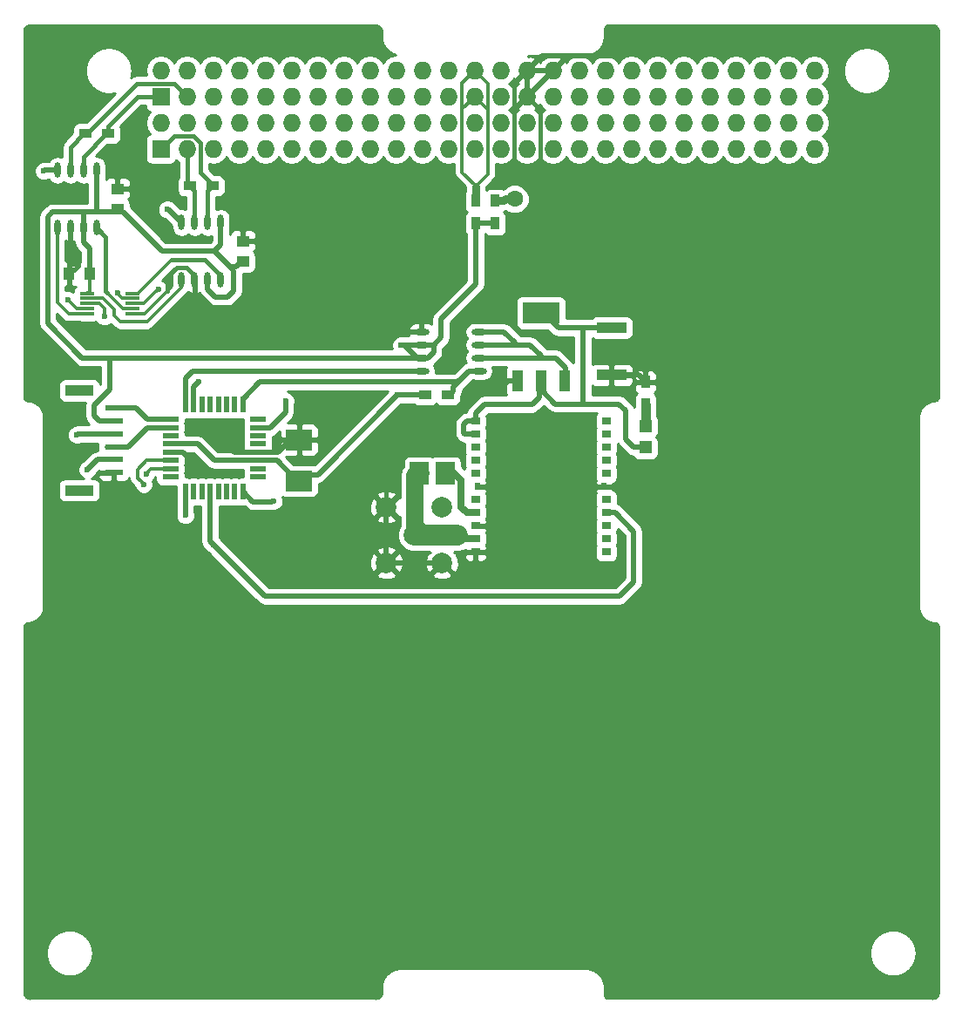
<source format=gtl>
G04 #@! TF.FileFunction,Copper,L1,Top,Signal*
%FSLAX46Y46*%
G04 Gerber Fmt 4.6, Leading zero omitted, Abs format (unit mm)*
G04 Created by KiCad (PCBNEW 4.0.4-stable) date 10/19/16 10:10:23*
%MOMM*%
%LPD*%
G01*
G04 APERTURE LIST*
%ADD10C,0.100000*%
%ADD11R,1.727200X1.727200*%
%ADD12O,1.727200X1.727200*%
%ADD13R,1.400000X0.300000*%
%ADD14C,1.998980*%
%ADD15R,1.825000X2.200000*%
%ADD16R,1.600000X0.550000*%
%ADD17R,0.550000X1.600000*%
%ADD18R,3.000000X1.000000*%
%ADD19R,1.200000X0.900000*%
%ADD20O,1.473200X0.609600*%
%ADD21R,3.657600X2.032000*%
%ADD22R,1.016000X2.032000*%
%ADD23R,0.500000X0.700000*%
%ADD24R,0.920000X0.700000*%
%ADD25O,0.609600X1.473200*%
%ADD26R,1.800000X0.600000*%
%ADD27R,2.800000X1.000000*%
%ADD28R,2.500000X2.000000*%
%ADD29R,0.900000X1.200000*%
%ADD30R,1.198880X1.198880*%
%ADD31R,1.250000X1.000000*%
%ADD32R,1.000000X1.250000*%
%ADD33C,0.900000*%
%ADD34C,0.600000*%
%ADD35C,1.600000*%
%ADD36C,0.550000*%
%ADD37C,0.400000*%
%ADD38C,0.300000*%
%ADD39C,1.700000*%
%ADD40C,2.000000*%
%ADD41C,0.700000*%
%ADD42C,0.900000*%
%ADD43C,0.800000*%
%ADD44C,0.254000*%
G04 APERTURE END LIST*
D10*
D11*
X78650000Y-64990000D03*
D12*
X78650000Y-62450000D03*
X81190000Y-64990000D03*
X81190000Y-62450000D03*
X83730000Y-64990000D03*
X83730000Y-62450000D03*
X86270000Y-64990000D03*
X86270000Y-62450000D03*
X88810000Y-64990000D03*
X88810000Y-62450000D03*
X91350000Y-64990000D03*
X91350000Y-62450000D03*
X93890000Y-64990000D03*
X93890000Y-62450000D03*
X96430000Y-64990000D03*
X96430000Y-62450000D03*
X98970000Y-64990000D03*
X98970000Y-62450000D03*
X101510000Y-64990000D03*
X101510000Y-62450000D03*
X104050000Y-64990000D03*
X104050000Y-62450000D03*
X106590000Y-64990000D03*
X106590000Y-62450000D03*
X109130000Y-64990000D03*
X109130000Y-62450000D03*
X111670000Y-64990000D03*
X111670000Y-62450000D03*
X114210000Y-64990000D03*
X114210000Y-62450000D03*
X116750000Y-64990000D03*
X116750000Y-62450000D03*
X119290000Y-64990000D03*
X119290000Y-62450000D03*
X121830000Y-64990000D03*
X121830000Y-62450000D03*
X124370000Y-64990000D03*
X124370000Y-62450000D03*
X126910000Y-64990000D03*
X126910000Y-62450000D03*
X129450000Y-64990000D03*
X129450000Y-62450000D03*
X131990000Y-64990000D03*
X131990000Y-62450000D03*
X134530000Y-64990000D03*
X134530000Y-62450000D03*
X137070000Y-64990000D03*
X137070000Y-62450000D03*
X139610000Y-64990000D03*
X139610000Y-62450000D03*
X142150000Y-64990000D03*
X142150000Y-62450000D03*
D13*
X71460000Y-79010000D03*
X71460000Y-79510000D03*
X71460000Y-80010000D03*
X71460000Y-80510000D03*
X71460000Y-81010000D03*
X75860000Y-81010000D03*
X75860000Y-80510000D03*
X75860000Y-80010000D03*
X75860000Y-79510000D03*
X75860000Y-79010000D03*
D14*
X103251000Y-102489000D03*
X100550980Y-105189020D03*
X105951020Y-105189020D03*
X105951020Y-99788980D03*
X100550980Y-99788980D03*
D15*
X103741500Y-96520000D03*
X106316500Y-96520000D03*
D16*
X79570000Y-91250000D03*
X79570000Y-92050000D03*
X79570000Y-92850000D03*
X79570000Y-93650000D03*
X79570000Y-94450000D03*
X79570000Y-95250000D03*
X79570000Y-96050000D03*
X79570000Y-96850000D03*
D17*
X81020000Y-98300000D03*
X81820000Y-98300000D03*
X82620000Y-98300000D03*
X83420000Y-98300000D03*
X84220000Y-98300000D03*
X85020000Y-98300000D03*
X85820000Y-98300000D03*
X86620000Y-98300000D03*
D16*
X88070000Y-96850000D03*
X88070000Y-96050000D03*
X88070000Y-95250000D03*
X88070000Y-94450000D03*
X88070000Y-93650000D03*
X88070000Y-92850000D03*
X88070000Y-92050000D03*
X88070000Y-91250000D03*
D17*
X86620000Y-89800000D03*
X85820000Y-89800000D03*
X85020000Y-89800000D03*
X84220000Y-89800000D03*
X83420000Y-89800000D03*
X82620000Y-89800000D03*
X81820000Y-89800000D03*
X81020000Y-89800000D03*
D11*
X78650000Y-59910000D03*
D12*
X78650000Y-57370000D03*
X81190000Y-59910000D03*
X81190000Y-57370000D03*
X83730000Y-59910000D03*
X83730000Y-57370000D03*
X86270000Y-59910000D03*
X86270000Y-57370000D03*
X88810000Y-59910000D03*
X88810000Y-57370000D03*
X91350000Y-59910000D03*
X91350000Y-57370000D03*
X93890000Y-59910000D03*
X93890000Y-57370000D03*
X96430000Y-59910000D03*
X96430000Y-57370000D03*
X98970000Y-59910000D03*
X98970000Y-57370000D03*
X101510000Y-59910000D03*
X101510000Y-57370000D03*
X104050000Y-59910000D03*
X104050000Y-57370000D03*
X106590000Y-59910000D03*
X106590000Y-57370000D03*
X109130000Y-59910000D03*
X109130000Y-57370000D03*
X111670000Y-59910000D03*
X111670000Y-57370000D03*
X114210000Y-59910000D03*
X114210000Y-57370000D03*
X116750000Y-59910000D03*
X116750000Y-57370000D03*
X119290000Y-59910000D03*
X119290000Y-57370000D03*
X121830000Y-59910000D03*
X121830000Y-57370000D03*
X124370000Y-59910000D03*
X124370000Y-57370000D03*
X126910000Y-59910000D03*
X126910000Y-57370000D03*
X129450000Y-59910000D03*
X129450000Y-57370000D03*
X131990000Y-59910000D03*
X131990000Y-57370000D03*
X134530000Y-59910000D03*
X134530000Y-57370000D03*
X137070000Y-59910000D03*
X137070000Y-57370000D03*
X139610000Y-59910000D03*
X139610000Y-57370000D03*
X142150000Y-59910000D03*
X142150000Y-57370000D03*
D18*
X122428000Y-82347596D03*
X122428000Y-86947596D03*
D19*
X104310000Y-88900000D03*
X106510000Y-88900000D03*
D20*
X103971822Y-82742596D03*
X103971822Y-84012596D03*
X103971822Y-85282596D03*
X103971822Y-86552596D03*
X109559822Y-86552596D03*
X109559822Y-85282596D03*
X109559822Y-84012596D03*
X109559822Y-82742596D03*
D21*
X115570000Y-80899000D03*
D22*
X115570000Y-87503000D03*
X117856000Y-87503000D03*
X113284000Y-87503000D03*
D23*
X121720000Y-97790000D03*
X109420000Y-97790000D03*
D24*
X109220000Y-99060000D03*
X109220000Y-104140000D03*
X109220000Y-102870000D03*
X109220000Y-101600000D03*
X109220000Y-100330000D03*
X109220000Y-92710000D03*
X109220000Y-93980000D03*
X109220000Y-95250000D03*
X109220000Y-96520000D03*
X109220000Y-91440000D03*
X121920000Y-91440000D03*
X121920000Y-96520000D03*
X121920000Y-95250000D03*
X121920000Y-93980000D03*
X121920000Y-92710000D03*
X121920000Y-100330000D03*
X121920000Y-101600000D03*
X121920000Y-102870000D03*
X121920000Y-104140000D03*
X121920000Y-99060000D03*
D25*
X80645000Y-77724000D03*
X81915000Y-77724000D03*
X83185000Y-77724000D03*
X84455000Y-77724000D03*
X84455000Y-72136000D03*
X83185000Y-72136000D03*
X81915000Y-72136000D03*
X80645000Y-72136000D03*
X68580000Y-72644000D03*
X69850000Y-72644000D03*
X71120000Y-72644000D03*
X72390000Y-72644000D03*
X72390000Y-67056000D03*
X71120000Y-67056000D03*
X69850000Y-67056000D03*
X68580000Y-67056000D03*
D26*
X74065000Y-90170000D03*
X74065000Y-91420000D03*
X74065000Y-92670000D03*
X74065000Y-93920000D03*
X74065000Y-95170000D03*
X74065000Y-96420000D03*
D27*
X70715000Y-98145000D03*
X70715000Y-88445000D03*
D28*
X92075000Y-97250000D03*
X92075000Y-93250000D03*
D29*
X125730000Y-89830000D03*
X125730000Y-87630000D03*
D19*
X83650000Y-68580000D03*
X81450000Y-68580000D03*
X73490000Y-63500000D03*
X71290000Y-63500000D03*
D29*
X109220000Y-72220000D03*
X109220000Y-70020000D03*
X111125000Y-72220000D03*
X111125000Y-70020000D03*
D30*
X125730000Y-93980000D03*
X125730000Y-91881960D03*
D31*
X74422000Y-70850000D03*
X74422000Y-68850000D03*
X86614000Y-75930000D03*
X86614000Y-73930000D03*
D32*
X71739000Y-77089000D03*
X69739000Y-77089000D03*
D33*
X84836000Y-100457000D03*
X96647000Y-91694000D03*
D34*
X75946000Y-68580000D03*
X74168000Y-102786264D03*
X72898000Y-101092000D03*
X102362000Y-82550000D03*
X69850000Y-76200000D03*
X112948534Y-67061289D03*
X115473601Y-67330199D03*
X84836000Y-93472000D03*
X82042000Y-95722000D03*
X101951270Y-84047042D03*
X101590000Y-88900000D03*
X71511411Y-96134355D03*
X82296000Y-87630000D03*
X73152000Y-81280000D03*
X76985637Y-97589971D03*
X74422038Y-78994000D03*
X77193967Y-96545670D03*
X79248000Y-70866000D03*
X81026000Y-100584000D03*
X83726716Y-103415530D03*
X70444573Y-92773813D03*
X89615293Y-99189205D03*
X78382304Y-78608095D03*
X69596000Y-79646000D03*
X67235542Y-67132788D03*
X90741500Y-89471500D03*
D35*
X113030000Y-69850000D03*
D36*
X115570000Y-87503000D02*
X115384620Y-87688380D01*
X115384620Y-87688380D02*
X115384620Y-89104380D01*
X115384620Y-89104380D02*
X114700000Y-89789000D01*
X114700000Y-89789000D02*
X110109000Y-89789000D01*
X110109000Y-89789000D02*
X109220000Y-90678000D01*
X109220000Y-90678000D02*
X109220000Y-91440000D01*
X108077000Y-92583000D02*
X108204000Y-92710000D01*
X108204000Y-92710000D02*
X109220000Y-92710000D01*
X108077000Y-91723000D02*
X108077000Y-92583000D01*
X109220000Y-91440000D02*
X108360000Y-91440000D01*
X108360000Y-91440000D02*
X108077000Y-91723000D01*
X123825000Y-90424000D02*
X123825000Y-93224440D01*
X123825000Y-93224440D02*
X124580560Y-93980000D01*
X124580560Y-93980000D02*
X125730000Y-93980000D01*
X123157890Y-89756890D02*
X123825000Y-90424000D01*
X119539110Y-89756890D02*
X123157890Y-89756890D01*
X115655822Y-87949596D02*
X115655822Y-88457596D01*
X115655822Y-88457596D02*
X116955116Y-89756890D01*
X116955116Y-89756890D02*
X119539110Y-89756890D01*
X119539110Y-89756890D02*
X119634000Y-89662000D01*
X119634000Y-89662000D02*
X119634000Y-82347596D01*
X119634000Y-82347596D02*
X122005822Y-82347596D01*
X117272596Y-82347596D02*
X119634000Y-82347596D01*
X116270596Y-81345596D02*
X117272596Y-82347596D01*
X115655822Y-81345596D02*
X116270596Y-81345596D01*
D37*
X113284000Y-87503000D02*
X112376000Y-87503000D01*
X112376000Y-87503000D02*
X111614000Y-88265000D01*
X111614000Y-88265000D02*
X109474000Y-88265000D01*
X109474000Y-88265000D02*
X105283000Y-92456000D01*
X105283000Y-92456000D02*
X102362000Y-92456000D01*
X102362000Y-92456000D02*
X100550980Y-94267020D01*
X100550980Y-94267020D02*
X100550980Y-99788980D01*
D36*
X100550980Y-105189020D02*
X105951020Y-105189020D01*
X100550980Y-105189020D02*
X100550980Y-99788980D01*
X84836000Y-100457000D02*
X90678000Y-106299000D01*
X90678000Y-106299000D02*
X99441000Y-106299000D01*
X99441000Y-106299000D02*
X100550980Y-105189020D01*
X92075000Y-93250000D02*
X95091000Y-93250000D01*
X95091000Y-93250000D02*
X96647000Y-91694000D01*
D37*
X74422000Y-68850000D02*
X75676000Y-68850000D01*
X75676000Y-68850000D02*
X75946000Y-68580000D01*
X69739000Y-77216000D02*
X69739000Y-77200000D01*
X69739000Y-77200000D02*
X70612000Y-76327000D01*
X70612000Y-76327000D02*
X70484969Y-76199969D01*
D36*
X70484969Y-76199969D02*
X69850031Y-76199969D01*
D37*
X69850031Y-76199969D02*
X69850000Y-76200000D01*
X115473601Y-67330199D02*
X115473601Y-61173601D01*
X115473601Y-61173601D02*
X114210000Y-59910000D01*
D38*
X75860000Y-81010000D02*
X77054437Y-81010000D01*
X77054437Y-81010000D02*
X79295169Y-78769268D01*
D37*
X79295169Y-78769268D02*
X79295169Y-77420804D01*
X79295169Y-77420804D02*
X80181151Y-76534822D01*
X80181151Y-76534822D02*
X81157622Y-76534822D01*
X81157622Y-76534822D02*
X81915000Y-77292200D01*
X81915000Y-77292200D02*
X81915000Y-77724000D01*
D36*
X73152000Y-100838000D02*
X72898000Y-101092000D01*
X73152000Y-100838000D02*
X72898000Y-101092000D01*
X72898000Y-101092000D02*
X72898000Y-101516264D01*
X72898000Y-101516264D02*
X74168000Y-102786264D01*
D37*
X69850000Y-72644000D02*
X69850000Y-76200000D01*
D36*
X74065000Y-99925000D02*
X73152000Y-100838000D01*
X74065000Y-96420000D02*
X74065000Y-99925000D01*
D37*
X102554596Y-82742596D02*
X102362000Y-82550000D01*
X103971822Y-82742596D02*
X102554596Y-82742596D01*
X112946399Y-58633601D02*
X112946399Y-66634890D01*
D36*
X112946399Y-66634890D02*
X112948534Y-66637025D01*
X112948534Y-66637025D02*
X112948534Y-67061289D01*
X114210000Y-59910000D02*
X116750000Y-57370000D01*
X114210000Y-59910000D02*
X112933601Y-61186399D01*
X114210000Y-57370000D02*
X112946399Y-58633601D01*
X115649200Y-55930800D02*
X120218200Y-55930800D01*
X120218200Y-55930800D02*
X123088400Y-55930800D01*
X116750000Y-57370000D02*
X118189200Y-55930800D01*
X118189200Y-55930800D02*
X120218200Y-55930800D01*
X114210000Y-57370000D02*
X115649200Y-55930800D01*
X88070000Y-94450000D02*
X85814000Y-94450000D01*
X85814000Y-94450000D02*
X84836000Y-93472000D01*
X79570000Y-94450000D02*
X80770000Y-94450000D01*
X80770000Y-94450000D02*
X82042000Y-95722000D01*
X88070000Y-94450000D02*
X90043529Y-94450000D01*
X90043529Y-94450000D02*
X91243529Y-93250000D01*
X91243529Y-93250000D02*
X92710000Y-93250000D01*
X122005822Y-86947596D02*
X125047596Y-86947596D01*
X125047596Y-86947596D02*
X125730000Y-87630000D01*
X101590000Y-88900000D02*
X104345282Y-88900000D01*
X104345282Y-88900000D02*
X104373074Y-88872208D01*
X83820000Y-74930000D02*
X85344000Y-76454000D01*
X85344000Y-76454000D02*
X85725000Y-76835000D01*
X86614000Y-75930000D02*
X86489000Y-75930000D01*
X86489000Y-75930000D02*
X85965000Y-76454000D01*
X85965000Y-76454000D02*
X85344000Y-76454000D01*
X72098108Y-85281610D02*
X71008599Y-85281610D01*
X71008599Y-85281610D02*
X67638598Y-81911609D01*
X67638598Y-81911609D02*
X67638598Y-71602729D01*
X67638598Y-71602729D02*
X68121327Y-71120000D01*
X68121327Y-71120000D02*
X71120000Y-71120000D01*
D38*
X71739000Y-79010000D02*
X71739000Y-77216000D01*
X71460000Y-79010000D02*
X71739000Y-79010000D01*
X71460000Y-79010000D02*
X71460000Y-79001084D01*
D36*
X71120000Y-74041000D02*
X71739000Y-74660000D01*
X71739000Y-74660000D02*
X71739000Y-77216000D01*
X71120000Y-72644000D02*
X71120000Y-74041000D01*
D38*
X71542545Y-77316205D02*
X71762349Y-77096401D01*
D36*
X111125000Y-72220000D02*
X109220000Y-72220000D01*
X105866218Y-81469816D02*
X109220000Y-78116034D01*
X109220000Y-78116034D02*
X109220000Y-72220000D01*
X103970836Y-85281610D02*
X73660000Y-85281610D01*
X73660000Y-85281610D02*
X72022096Y-85281610D01*
X72136000Y-89916000D02*
X73660000Y-88392000D01*
X73660000Y-88392000D02*
X73660000Y-85281610D01*
X72136000Y-90932000D02*
X72136000Y-89916000D01*
X72644000Y-91440000D02*
X72136000Y-90932000D01*
X73239998Y-91440000D02*
X72644000Y-91440000D01*
X74065000Y-91420000D02*
X73259998Y-91420000D01*
X73259998Y-91420000D02*
X73239998Y-91440000D01*
X71237621Y-85282596D02*
X73137928Y-85282596D01*
X103971822Y-85282596D02*
X103970836Y-85281610D01*
X72022096Y-85281610D02*
X71996758Y-85306948D01*
X105866218Y-83280974D02*
X105866218Y-81469816D01*
X101985716Y-84012596D02*
X101951270Y-84047042D01*
X102304468Y-84047042D02*
X101951270Y-84047042D01*
X103540022Y-85282596D02*
X102304468Y-84047042D01*
X103971822Y-85282596D02*
X103540022Y-85282596D01*
X103971822Y-84012596D02*
X101985716Y-84012596D01*
X88070000Y-95250000D02*
X89893491Y-95250000D01*
X89893491Y-95250000D02*
X91480263Y-96836772D01*
X85725000Y-76835000D02*
X85725000Y-78754064D01*
X85725000Y-78754064D02*
X85123726Y-79355338D01*
X85123726Y-79355338D02*
X83952381Y-79355338D01*
X83952381Y-79355338D02*
X83185000Y-78587957D01*
X83185000Y-78587957D02*
X83185000Y-77724000D01*
X92075000Y-96615000D02*
X93875000Y-96615000D01*
X93875000Y-96615000D02*
X101590000Y-88900000D01*
X71882000Y-71120000D02*
X72390000Y-71120000D01*
X72390000Y-70237400D02*
X72390000Y-71120000D01*
X72390000Y-71120000D02*
X74930000Y-71120000D01*
X71120000Y-71120000D02*
X71882000Y-71120000D01*
X71120000Y-72644000D02*
X71120000Y-71120000D01*
X71507400Y-71120000D02*
X71882000Y-71120000D01*
X72390000Y-67056000D02*
X72390000Y-70237400D01*
X84455000Y-72136000D02*
X84455000Y-74295000D01*
X84455000Y-74295000D02*
X83820000Y-74930000D01*
X74930000Y-71120000D02*
X78740000Y-74930000D01*
X78740000Y-74930000D02*
X83820000Y-74930000D01*
X103971822Y-85282596D02*
X104593187Y-85282596D01*
X104593187Y-85282596D02*
X105146994Y-84728789D01*
X105146994Y-84728789D02*
X105146994Y-84000198D01*
X105146994Y-84000198D02*
X105866218Y-83280974D01*
X105866218Y-83280974D02*
X105134596Y-84012596D01*
X105134596Y-84012596D02*
X103971822Y-84012596D01*
X82220000Y-93650000D02*
X83820000Y-95250000D01*
X83820000Y-95250000D02*
X88070000Y-95250000D01*
X79570000Y-93650000D02*
X82220000Y-93650000D01*
X76200000Y-90170000D02*
X77280000Y-91250000D01*
X77280000Y-91250000D02*
X79570000Y-91250000D01*
X74065000Y-90170000D02*
X76200000Y-90170000D01*
X71811410Y-95834356D02*
X71511411Y-96134355D01*
X72475766Y-95170000D02*
X71811410Y-95834356D01*
X74065000Y-95170000D02*
X72475766Y-95170000D01*
X81820000Y-89800000D02*
X81820000Y-88106000D01*
X81820000Y-88106000D02*
X82296000Y-87630000D01*
D39*
X103483448Y-96778052D02*
X103342531Y-96918969D01*
X103342531Y-96918969D02*
X103342531Y-101853531D01*
X103342531Y-101853531D02*
X103483448Y-101994448D01*
D40*
X103741500Y-96520000D02*
X103483448Y-96778052D01*
X103483448Y-101994448D02*
X103741500Y-102252500D01*
D37*
X103741500Y-102252500D02*
X103505000Y-102489000D01*
D41*
X109220000Y-102870000D02*
X107840192Y-102870000D01*
X107840192Y-102870000D02*
X107457022Y-102486830D01*
D40*
X107457022Y-102486830D02*
X103507170Y-102486830D01*
D41*
X103507170Y-102486830D02*
X103505000Y-102489000D01*
X109220000Y-100330000D02*
X108360000Y-100330000D01*
X108360000Y-100330000D02*
X107823000Y-99793000D01*
X107823000Y-99793000D02*
X107823000Y-97182687D01*
X107823000Y-97182687D02*
X107160313Y-96520000D01*
X107160313Y-96520000D02*
X106316500Y-96520000D01*
D36*
X115570000Y-85282596D02*
X117015817Y-85282596D01*
X117015817Y-85282596D02*
X117941822Y-86208601D01*
X117941822Y-86208601D02*
X117941822Y-87949596D01*
X109559822Y-84012596D02*
X113030000Y-84012596D01*
X113030000Y-84012596D02*
X114492596Y-84012596D01*
X113030000Y-83820000D02*
X113030000Y-84012596D01*
X111952596Y-82742596D02*
X113030000Y-83820000D01*
X109559822Y-82742596D02*
X111952596Y-82742596D01*
X109559822Y-85282596D02*
X115570000Y-85282596D01*
X114492596Y-84012596D02*
X115570000Y-85090000D01*
X115570000Y-85090000D02*
X115570000Y-85282596D01*
D38*
X71460000Y-79510000D02*
X73028363Y-79510000D01*
X73028363Y-79510000D02*
X74105007Y-80586644D01*
X74105007Y-80586644D02*
X74105007Y-81192954D01*
X74105007Y-81192954D02*
X74700053Y-81788000D01*
X74700053Y-81788000D02*
X77291314Y-81788000D01*
X77291314Y-81788000D02*
X80645000Y-78434314D01*
X80645000Y-78434314D02*
X80645000Y-77724000D01*
D37*
X80645000Y-77724000D02*
X80645000Y-78155800D01*
D38*
X68580000Y-72644000D02*
X68580000Y-79911008D01*
X68580000Y-79911008D02*
X69678992Y-81010000D01*
X69678992Y-81010000D02*
X71460000Y-81010000D01*
X75860000Y-80510000D02*
X74933475Y-80510000D01*
X74933475Y-80510000D02*
X73307618Y-78884143D01*
X73307618Y-78884143D02*
X73271673Y-78884143D01*
D37*
X72390000Y-72644000D02*
X73257019Y-73511019D01*
X73257019Y-73511019D02*
X73257019Y-78825528D01*
X73257019Y-78825528D02*
X73418209Y-78986718D01*
D38*
X79670009Y-75749991D02*
X76410000Y-79010000D01*
X76410000Y-79010000D02*
X75860000Y-79010000D01*
D37*
X82912791Y-75749991D02*
X79670009Y-75749991D01*
X84455000Y-77292200D02*
X82912791Y-75749991D01*
X84455000Y-77724000D02*
X84455000Y-77292200D01*
X78650000Y-64990000D02*
X78650000Y-64971951D01*
X78650000Y-64971951D02*
X79904199Y-63717752D01*
X79904199Y-63717752D02*
X81801654Y-63717752D01*
X81801654Y-63717752D02*
X82466886Y-64382984D01*
X82466886Y-64382984D02*
X82466399Y-64383471D01*
X82466399Y-64383471D02*
X82466399Y-67293498D01*
X82466399Y-67293498D02*
X83650000Y-68477099D01*
X83650000Y-68477099D02*
X83650000Y-68580000D01*
X83185000Y-72136000D02*
X83185000Y-69045000D01*
X83185000Y-69045000D02*
X83650000Y-68580000D01*
X81915000Y-72136000D02*
X81915000Y-69045000D01*
X81915000Y-69045000D02*
X81450000Y-68580000D01*
X81190000Y-64990000D02*
X81190000Y-68320000D01*
X81190000Y-68320000D02*
X81450000Y-68580000D01*
X71120000Y-65720000D02*
X71120000Y-67056000D01*
X78650000Y-59910000D02*
X76380000Y-59910000D01*
X76380000Y-59910000D02*
X73490000Y-62800000D01*
X73490000Y-62800000D02*
X73490000Y-63500000D01*
X71120000Y-65720000D02*
X73340000Y-63500000D01*
X73340000Y-63500000D02*
X73490000Y-63500000D01*
X71290000Y-63500000D02*
X71440000Y-63500000D01*
X71440000Y-63500000D02*
X76293601Y-58646399D01*
X76293601Y-58646399D02*
X79926399Y-58646399D01*
X79926399Y-58646399D02*
X80326401Y-59046401D01*
X80326401Y-59046401D02*
X81190000Y-59910000D01*
X71290000Y-63500000D02*
X71140000Y-63500000D01*
X71140000Y-63500000D02*
X69850000Y-64790000D01*
X69850000Y-64790000D02*
X69850000Y-67056000D01*
D42*
X125730000Y-89830000D02*
X125730000Y-91881960D01*
D38*
X110418977Y-61198977D02*
X110418977Y-67438399D01*
X110418977Y-67438399D02*
X109220000Y-68637376D01*
D43*
X109220000Y-68637376D02*
X109220000Y-70020000D01*
D38*
X107902767Y-67262767D02*
X109220000Y-68580000D01*
X109220000Y-68580000D02*
X109220000Y-70020000D01*
X110418977Y-61198977D02*
X110418977Y-58658977D01*
X110418977Y-58658977D02*
X109130000Y-57370000D01*
X110418977Y-61198977D02*
X109130000Y-59910000D01*
X107902767Y-61137233D02*
X107902767Y-58597233D01*
X107902767Y-58597233D02*
X109130000Y-57370000D01*
X107902767Y-67262767D02*
X107902767Y-61137233D01*
X107902767Y-61137233D02*
X109130000Y-59910000D01*
X109130000Y-57370000D02*
X107941399Y-58558601D01*
X109130000Y-57370000D02*
X109440000Y-57370000D01*
D36*
X75443369Y-93920000D02*
X77313369Y-92050000D01*
X74065000Y-93920000D02*
X75443369Y-93920000D01*
X77313369Y-92050000D02*
X79570000Y-92050000D01*
X73465000Y-93920000D02*
X74065000Y-93920000D01*
D38*
X72325580Y-80010000D02*
X72694100Y-80010000D01*
X72694100Y-80010000D02*
X73152000Y-80467900D01*
X73152000Y-80467900D02*
X73152000Y-80855736D01*
X73152000Y-80855736D02*
X73152000Y-81280000D01*
X79570000Y-95250000D02*
X77264188Y-95250000D01*
X77264188Y-95250000D02*
X76357381Y-96156807D01*
X76357381Y-96156807D02*
X76357381Y-96961715D01*
X76357381Y-96961715D02*
X76685638Y-97289972D01*
X76685638Y-97289972D02*
X76985637Y-97589971D01*
X72333464Y-80017884D02*
X72325580Y-80010000D01*
X72325580Y-80010000D02*
X71460000Y-80010000D01*
X74422000Y-79072000D02*
X74422000Y-78994038D01*
X74860000Y-79510000D02*
X74422000Y-79072000D01*
X74422000Y-78994038D02*
X74422038Y-78994000D01*
X75860000Y-79510000D02*
X74860000Y-79510000D01*
X77689637Y-96050000D02*
X77493966Y-96245671D01*
X79570000Y-96050000D02*
X77689637Y-96050000D01*
X77493966Y-96245671D02*
X77193967Y-96545670D01*
D36*
X79248000Y-70866000D02*
X79375000Y-70866000D01*
X79375000Y-70866000D02*
X80645000Y-72136000D01*
X81020000Y-98300000D02*
X81020000Y-100578000D01*
X81020000Y-100578000D02*
X81026000Y-100584000D01*
X123190000Y-108458000D02*
X88769186Y-108458000D01*
X88769186Y-108458000D02*
X85688204Y-105377018D01*
X124587000Y-107061000D02*
X123190000Y-108458000D01*
X124587000Y-102137000D02*
X124587000Y-107061000D01*
X121920000Y-100330000D02*
X122780000Y-100330000D01*
X122780000Y-100330000D02*
X124587000Y-102137000D01*
X83426717Y-103115531D02*
X83726716Y-103415530D01*
X83420000Y-103108814D02*
X83426717Y-103115531D01*
X83420000Y-98300000D02*
X83420000Y-103108814D01*
X84026715Y-103715529D02*
X83726716Y-103415530D01*
X85688204Y-105377018D02*
X84026715Y-103715529D01*
X70548386Y-92670000D02*
X70444573Y-92773813D01*
X74065000Y-92670000D02*
X70548386Y-92670000D01*
X86620000Y-98300000D02*
X87580042Y-99260042D01*
X87580042Y-99260042D02*
X89455910Y-99260042D01*
X89455910Y-99260042D02*
X89509038Y-99206914D01*
X89509038Y-99206914D02*
X89597584Y-99206914D01*
X89597584Y-99206914D02*
X89615293Y-99189205D01*
D38*
X78082305Y-78908094D02*
X78382304Y-78608095D01*
X76980399Y-80010000D02*
X78082305Y-78908094D01*
X75860000Y-80010000D02*
X76980399Y-80010000D01*
X75860000Y-80010000D02*
X76200000Y-80010000D01*
X71460000Y-80510000D02*
X70462391Y-80510000D01*
X70462391Y-80510000D02*
X69606911Y-79654520D01*
X69606911Y-79654520D02*
X69604520Y-79654520D01*
X69604520Y-79654520D02*
X69596000Y-79646000D01*
D36*
X67312330Y-67056000D02*
X67235542Y-67132788D01*
X68580000Y-67056000D02*
X67312330Y-67056000D01*
X88070000Y-92050000D02*
X89270000Y-92050000D01*
X89270000Y-92050000D02*
X90741500Y-90578500D01*
X90741500Y-90578500D02*
X90741500Y-89471500D01*
X108130818Y-86995000D02*
X107023884Y-88101934D01*
X107023884Y-88101934D02*
X107023884Y-88499780D01*
X107023884Y-88499780D02*
X106629549Y-88894115D01*
X108130818Y-86995000D02*
X108573222Y-86552596D01*
X107495818Y-87630000D02*
X108130818Y-86995000D01*
X88265000Y-87630000D02*
X107495818Y-87630000D01*
X108573222Y-86552596D02*
X109559822Y-86552596D01*
X86620000Y-89800000D02*
X86620000Y-89275000D01*
X86620000Y-89275000D02*
X88265000Y-87630000D01*
X81722404Y-86552596D02*
X81020000Y-87255000D01*
X81020000Y-87255000D02*
X81020000Y-89800000D01*
X103971822Y-86552596D02*
X81722404Y-86552596D01*
D43*
X112145000Y-69850000D02*
X113030000Y-69850000D01*
X111125000Y-70020000D02*
X111975000Y-70020000D01*
X111975000Y-70020000D02*
X112145000Y-69850000D01*
D44*
G36*
X65931100Y-52979900D02*
X65937635Y-52978600D01*
X99444292Y-52978600D01*
X99501100Y-52989900D01*
X99514739Y-52987187D01*
X99528478Y-52989353D01*
X99539803Y-52988900D01*
X99562389Y-52988900D01*
X99583413Y-52989743D01*
X99604267Y-52991505D01*
X99625718Y-52994192D01*
X99646850Y-52997750D01*
X99668152Y-53002246D01*
X99688462Y-53007407D01*
X99708824Y-53013541D01*
X99729969Y-53020843D01*
X99749774Y-53028595D01*
X99768792Y-53037001D01*
X99787982Y-53046468D01*
X99806983Y-53056836D01*
X99825261Y-53067811D01*
X99842965Y-53079486D01*
X99860768Y-53092322D01*
X99877774Y-53105650D01*
X99893842Y-53119386D01*
X99909426Y-53133863D01*
X99924387Y-53148994D01*
X99939036Y-53165082D01*
X99952693Y-53181377D01*
X99965785Y-53198431D01*
X99978121Y-53215907D01*
X99989262Y-53233237D01*
X100000493Y-53252445D01*
X100010696Y-53271549D01*
X100019817Y-53290592D01*
X100028347Y-53310425D01*
X100035849Y-53330107D01*
X100042586Y-53350318D01*
X100048692Y-53371514D01*
X100053802Y-53392341D01*
X100057849Y-53412576D01*
X100061165Y-53433803D01*
X100063705Y-53455907D01*
X100065263Y-53476874D01*
X100065896Y-53497959D01*
X100065534Y-53534137D01*
X100067109Y-53542493D01*
X100064900Y-53553600D01*
X100066100Y-53559633D01*
X100066100Y-53973600D01*
X100066994Y-53978094D01*
X100066734Y-53979336D01*
X100066234Y-54029237D01*
X100068816Y-54042935D01*
X100066509Y-54056682D01*
X100068009Y-54106582D01*
X100071452Y-54121531D01*
X100069583Y-54136754D01*
X100073283Y-54186553D01*
X100077025Y-54200047D01*
X100075879Y-54214005D01*
X100081579Y-54263605D01*
X100085889Y-54277023D01*
X100085305Y-54291106D01*
X100093005Y-54340407D01*
X100098087Y-54354273D01*
X100098102Y-54369040D01*
X100107902Y-54418039D01*
X100113668Y-54431919D01*
X100114333Y-54446931D01*
X100126233Y-54495431D01*
X100132106Y-54508006D01*
X100133273Y-54521835D01*
X100147072Y-54569735D01*
X100153658Y-54582483D01*
X100155452Y-54596716D01*
X100171252Y-54644116D01*
X100178556Y-54656928D01*
X100181019Y-54671471D01*
X100198819Y-54718171D01*
X100206595Y-54730561D01*
X100209642Y-54744864D01*
X100229341Y-54790663D01*
X100237486Y-54802503D01*
X100241057Y-54816421D01*
X100262657Y-54861421D01*
X100271076Y-54872637D01*
X100275106Y-54886070D01*
X100298506Y-54930171D01*
X100307952Y-54941752D01*
X100312858Y-54955870D01*
X100338158Y-54998970D01*
X100347530Y-55009503D01*
X100352693Y-55022619D01*
X100379693Y-55064619D01*
X100390156Y-55075460D01*
X100396277Y-55089228D01*
X100425077Y-55130028D01*
X100435180Y-55139626D01*
X100441345Y-55152121D01*
X100471745Y-55191721D01*
X100482947Y-55201540D01*
X100490106Y-55214608D01*
X100522206Y-55252908D01*
X100533342Y-55261856D01*
X100540714Y-55274091D01*
X100574314Y-55310991D01*
X100585819Y-55319482D01*
X100593695Y-55331416D01*
X100628796Y-55366916D01*
X100641031Y-55375192D01*
X100649686Y-55387166D01*
X100686286Y-55421166D01*
X100698506Y-55428696D01*
X100707387Y-55439972D01*
X100745287Y-55472372D01*
X100758208Y-55479616D01*
X100767859Y-55490851D01*
X100807159Y-55521651D01*
X100819593Y-55527942D01*
X100829090Y-55538141D01*
X100869590Y-55567341D01*
X100882774Y-55573361D01*
X100893083Y-55583546D01*
X100934783Y-55611046D01*
X100948390Y-55616586D01*
X100959269Y-55626462D01*
X101002068Y-55652161D01*
X101015575Y-55657006D01*
X101026590Y-55666206D01*
X101070390Y-55690106D01*
X101084078Y-55694388D01*
X101095454Y-55703119D01*
X101140254Y-55725219D01*
X101154392Y-55729009D01*
X101166368Y-55737425D01*
X101212067Y-55757625D01*
X101226705Y-55760896D01*
X101239335Y-55768981D01*
X101285835Y-55787181D01*
X101299721Y-55789661D01*
X101311900Y-55796778D01*
X101359100Y-55813078D01*
X101372855Y-55814963D01*
X101385112Y-55821484D01*
X101432912Y-55835884D01*
X101448053Y-55837346D01*
X101461782Y-55843897D01*
X101478856Y-55848236D01*
X100936511Y-55956115D01*
X100450330Y-56280971D01*
X100240000Y-56595752D01*
X100029670Y-56280971D01*
X99543489Y-55956115D01*
X98970000Y-55842041D01*
X98396511Y-55956115D01*
X97910330Y-56280971D01*
X97700000Y-56595752D01*
X97489670Y-56280971D01*
X97003489Y-55956115D01*
X96430000Y-55842041D01*
X95856511Y-55956115D01*
X95370330Y-56280971D01*
X95160000Y-56595752D01*
X94949670Y-56280971D01*
X94463489Y-55956115D01*
X93890000Y-55842041D01*
X93316511Y-55956115D01*
X92830330Y-56280971D01*
X92620000Y-56595752D01*
X92409670Y-56280971D01*
X91923489Y-55956115D01*
X91350000Y-55842041D01*
X90776511Y-55956115D01*
X90290330Y-56280971D01*
X90080000Y-56595752D01*
X89869670Y-56280971D01*
X89383489Y-55956115D01*
X88810000Y-55842041D01*
X88236511Y-55956115D01*
X87750330Y-56280971D01*
X87540000Y-56595752D01*
X87329670Y-56280971D01*
X86843489Y-55956115D01*
X86270000Y-55842041D01*
X85696511Y-55956115D01*
X85210330Y-56280971D01*
X85000000Y-56595752D01*
X84789670Y-56280971D01*
X84303489Y-55956115D01*
X83730000Y-55842041D01*
X83156511Y-55956115D01*
X82670330Y-56280971D01*
X82460000Y-56595752D01*
X82249670Y-56280971D01*
X81763489Y-55956115D01*
X81190000Y-55842041D01*
X80616511Y-55956115D01*
X80130330Y-56280971D01*
X79920000Y-56595752D01*
X79709670Y-56280971D01*
X79223489Y-55956115D01*
X78650000Y-55842041D01*
X78076511Y-55956115D01*
X77590330Y-56280971D01*
X77265474Y-56767152D01*
X77151400Y-57340641D01*
X77151400Y-57399359D01*
X77233360Y-57811399D01*
X76293601Y-57811399D01*
X75974060Y-57874960D01*
X75751074Y-58023955D01*
X75752620Y-58018938D01*
X75753817Y-58007314D01*
X75759021Y-57996855D01*
X75772121Y-57948656D01*
X75772821Y-57938536D01*
X75777073Y-57929327D01*
X75788773Y-57880727D01*
X75789225Y-57869399D01*
X75793640Y-57858958D01*
X75803740Y-57810058D01*
X75803818Y-57799393D01*
X75807669Y-57789447D01*
X75816269Y-57740247D01*
X75816023Y-57729701D01*
X75819533Y-57719750D01*
X75826633Y-57670350D01*
X75825989Y-57658352D01*
X75829592Y-57646891D01*
X75834992Y-57597192D01*
X75834131Y-57587451D01*
X75836801Y-57578043D01*
X75840801Y-57528244D01*
X75839425Y-57516460D01*
X75842274Y-57504940D01*
X75844574Y-57455040D01*
X75843008Y-57444701D01*
X75845212Y-57434481D01*
X75846012Y-57384581D01*
X75844010Y-57373600D01*
X75846012Y-57362619D01*
X75845212Y-57312719D01*
X75843008Y-57302499D01*
X75844574Y-57292160D01*
X75842274Y-57242260D01*
X75839425Y-57230740D01*
X75840801Y-57218956D01*
X75836801Y-57169157D01*
X75834131Y-57159749D01*
X75834992Y-57150008D01*
X75829592Y-57100309D01*
X75825989Y-57088848D01*
X75826633Y-57076850D01*
X75819533Y-57027450D01*
X75816023Y-57017499D01*
X75816269Y-57006953D01*
X75807669Y-56957753D01*
X75803818Y-56947807D01*
X75803740Y-56937142D01*
X75793640Y-56888242D01*
X75789225Y-56877801D01*
X75788773Y-56866473D01*
X75777073Y-56817873D01*
X75772821Y-56808664D01*
X75772121Y-56798544D01*
X75759021Y-56750345D01*
X75753817Y-56739886D01*
X75752620Y-56728262D01*
X75737920Y-56680562D01*
X75732784Y-56671055D01*
X75731345Y-56660348D01*
X75715145Y-56613048D01*
X75709494Y-56603322D01*
X75707636Y-56592227D01*
X75689936Y-56545527D01*
X75684448Y-56536747D01*
X75682435Y-56526590D01*
X75663335Y-56480391D01*
X75657289Y-56471330D01*
X75654838Y-56460715D01*
X75634338Y-56415215D01*
X75627633Y-56405816D01*
X75624663Y-56394658D01*
X75602663Y-56349858D01*
X75596229Y-56341444D01*
X75593195Y-56331297D01*
X75569795Y-56287097D01*
X75563088Y-56278858D01*
X75559736Y-56268779D01*
X75535037Y-56225379D01*
X75527679Y-56216883D01*
X75523791Y-56206342D01*
X75497691Y-56163741D01*
X75490213Y-56155650D01*
X75486076Y-56145440D01*
X75458676Y-56103741D01*
X75450818Y-56095760D01*
X75446278Y-56085517D01*
X75417478Y-56044617D01*
X75409613Y-56037128D01*
X75404906Y-56027342D01*
X75374906Y-55987442D01*
X75367110Y-55980468D01*
X75362295Y-55971184D01*
X75331095Y-55932184D01*
X75322764Y-55925171D01*
X75317451Y-55915665D01*
X75285051Y-55877665D01*
X75276143Y-55870630D01*
X75270286Y-55860910D01*
X75236686Y-55824009D01*
X75227941Y-55817554D01*
X75222044Y-55808425D01*
X75187245Y-55772526D01*
X75178452Y-55766450D01*
X75172380Y-55757655D01*
X75136510Y-55722854D01*
X75127102Y-55716772D01*
X75120447Y-55707765D01*
X75083507Y-55674165D01*
X75073982Y-55668433D01*
X75067093Y-55659707D01*
X75029103Y-55627307D01*
X75019634Y-55622013D01*
X75012650Y-55613712D01*
X74973670Y-55582512D01*
X74964162Y-55577578D01*
X74957015Y-55569596D01*
X74917075Y-55539596D01*
X74907544Y-55535017D01*
X74900256Y-55527358D01*
X74859386Y-55498558D01*
X74848861Y-55493889D01*
X74840654Y-55485817D01*
X74798905Y-55458417D01*
X74788936Y-55454384D01*
X74781041Y-55447084D01*
X74738461Y-55420984D01*
X74727883Y-55417080D01*
X74719360Y-55409697D01*
X74675970Y-55384997D01*
X74666013Y-55381685D01*
X74657877Y-55375055D01*
X74613726Y-55351655D01*
X74603277Y-55348525D01*
X74594610Y-55341904D01*
X74549760Y-55319904D01*
X74538667Y-55316957D01*
X74529321Y-55310293D01*
X74483791Y-55289793D01*
X74473416Y-55287400D01*
X74464560Y-55281485D01*
X74418420Y-55262385D01*
X74408036Y-55260322D01*
X74399057Y-55254712D01*
X74352326Y-55237012D01*
X74341415Y-55235187D01*
X74331852Y-55229627D01*
X74284602Y-55213427D01*
X74273702Y-55211958D01*
X74264024Y-55206733D01*
X74216284Y-55192033D01*
X74204777Y-55190851D01*
X74194424Y-55185698D01*
X74146245Y-55172598D01*
X74136139Y-55171898D01*
X74126940Y-55167649D01*
X74078370Y-55155949D01*
X74066980Y-55155493D01*
X74056481Y-55151054D01*
X74007571Y-55140954D01*
X73996907Y-55140876D01*
X73986964Y-55137027D01*
X73937754Y-55128427D01*
X73927170Y-55128674D01*
X73917183Y-55125153D01*
X73867734Y-55118053D01*
X73855822Y-55118694D01*
X73844445Y-55115116D01*
X73794795Y-55109716D01*
X73785022Y-55110578D01*
X73775584Y-55107900D01*
X73725794Y-55103900D01*
X73714005Y-55105276D01*
X73702480Y-55102426D01*
X73652580Y-55100126D01*
X73642235Y-55101693D01*
X73632011Y-55099488D01*
X73582072Y-55098688D01*
X73571100Y-55100688D01*
X73560128Y-55098688D01*
X73510188Y-55099488D01*
X73499964Y-55101692D01*
X73489620Y-55100126D01*
X73439720Y-55102426D01*
X73428194Y-55105276D01*
X73416405Y-55103900D01*
X73366616Y-55107900D01*
X73357178Y-55110578D01*
X73347405Y-55109716D01*
X73297755Y-55115116D01*
X73286378Y-55118694D01*
X73274466Y-55118053D01*
X73225016Y-55125153D01*
X73215029Y-55128674D01*
X73204446Y-55128427D01*
X73155236Y-55137027D01*
X73145293Y-55140876D01*
X73134629Y-55140954D01*
X73085719Y-55151054D01*
X73075220Y-55155493D01*
X73063829Y-55155949D01*
X73015260Y-55167649D01*
X73006061Y-55171898D01*
X72995955Y-55172598D01*
X72947775Y-55185698D01*
X72937422Y-55190851D01*
X72925916Y-55192033D01*
X72878176Y-55206733D01*
X72868498Y-55211958D01*
X72857598Y-55213427D01*
X72810348Y-55229627D01*
X72800785Y-55235187D01*
X72789874Y-55237012D01*
X72743144Y-55254712D01*
X72734188Y-55260308D01*
X72723828Y-55262365D01*
X72677679Y-55281465D01*
X72668777Y-55287409D01*
X72658348Y-55289816D01*
X72612828Y-55310316D01*
X72603530Y-55316947D01*
X72592494Y-55319878D01*
X72547634Y-55341877D01*
X72538916Y-55348536D01*
X72528407Y-55351685D01*
X72484267Y-55375085D01*
X72476156Y-55381695D01*
X72466231Y-55384997D01*
X72422840Y-55409697D01*
X72414316Y-55417081D01*
X72403740Y-55420984D01*
X72361159Y-55447084D01*
X72353264Y-55454384D01*
X72343295Y-55458417D01*
X72301545Y-55485817D01*
X72293338Y-55493890D01*
X72282814Y-55498558D01*
X72241944Y-55527358D01*
X72234656Y-55535017D01*
X72225125Y-55539596D01*
X72185185Y-55569596D01*
X72178038Y-55577578D01*
X72168530Y-55582512D01*
X72129550Y-55613712D01*
X72122566Y-55622013D01*
X72113097Y-55627307D01*
X72075107Y-55659707D01*
X72068219Y-55668432D01*
X72058692Y-55674165D01*
X72021753Y-55707765D01*
X72015098Y-55716772D01*
X72005690Y-55722854D01*
X71969820Y-55757654D01*
X71963634Y-55766615D01*
X71954682Y-55772808D01*
X71919921Y-55808708D01*
X71914193Y-55817587D01*
X71905690Y-55823859D01*
X71872071Y-55860759D01*
X71866267Y-55870385D01*
X71857440Y-55877347D01*
X71825000Y-55915348D01*
X71819659Y-55924891D01*
X71811285Y-55931933D01*
X71780056Y-55970933D01*
X71775137Y-55980408D01*
X71767178Y-55987529D01*
X71737188Y-56027429D01*
X71732309Y-56037577D01*
X71724166Y-56045351D01*
X71695446Y-56086251D01*
X71691151Y-56095977D01*
X71683690Y-56103549D01*
X71656270Y-56145249D01*
X71652086Y-56155564D01*
X71644529Y-56163741D01*
X71618429Y-56206341D01*
X71614645Y-56216602D01*
X71607478Y-56224862D01*
X71582728Y-56268262D01*
X71579214Y-56278799D01*
X71572205Y-56287418D01*
X71548835Y-56331618D01*
X71545823Y-56341711D01*
X71539429Y-56350079D01*
X71517449Y-56394880D01*
X71514597Y-56405610D01*
X71508139Y-56414645D01*
X71487589Y-56460145D01*
X71485085Y-56470942D01*
X71478932Y-56480157D01*
X71459812Y-56526357D01*
X71457707Y-56536957D01*
X71451987Y-56546127D01*
X71434337Y-56592827D01*
X71432521Y-56603732D01*
X71426971Y-56613293D01*
X71410791Y-56660593D01*
X71409364Y-56671238D01*
X71404262Y-56680687D01*
X71389572Y-56728387D01*
X71388439Y-56739409D01*
X71383487Y-56749323D01*
X71370307Y-56797524D01*
X71369535Y-56808447D01*
X71364952Y-56818392D01*
X71353292Y-56866991D01*
X71352867Y-56877846D01*
X71348631Y-56887848D01*
X71338501Y-56936747D01*
X71338414Y-56947753D01*
X71334444Y-56958018D01*
X71325864Y-57007219D01*
X71326121Y-57018044D01*
X71322532Y-57028257D01*
X71315492Y-57077657D01*
X71316097Y-57088688D01*
X71312766Y-57099226D01*
X71307286Y-57148926D01*
X71308227Y-57159771D01*
X71305272Y-57170247D01*
X71301352Y-57220047D01*
X71302633Y-57230867D01*
X71300005Y-57241439D01*
X71297645Y-57291339D01*
X71299281Y-57302229D01*
X71296964Y-57312994D01*
X71296184Y-57362894D01*
X71298140Y-57373600D01*
X71296184Y-57384306D01*
X71296964Y-57434206D01*
X71299281Y-57444971D01*
X71297645Y-57455861D01*
X71300005Y-57505761D01*
X71302633Y-57516333D01*
X71301352Y-57527153D01*
X71305272Y-57576953D01*
X71308227Y-57587429D01*
X71307286Y-57598274D01*
X71312766Y-57647974D01*
X71316097Y-57658512D01*
X71315492Y-57669543D01*
X71322532Y-57718943D01*
X71326121Y-57729156D01*
X71325864Y-57739981D01*
X71334444Y-57789182D01*
X71338414Y-57799447D01*
X71338501Y-57810453D01*
X71348631Y-57859352D01*
X71352867Y-57869354D01*
X71353292Y-57880209D01*
X71364952Y-57928808D01*
X71369535Y-57938753D01*
X71370307Y-57949676D01*
X71383487Y-57997877D01*
X71388439Y-58007791D01*
X71389572Y-58018813D01*
X71404262Y-58066513D01*
X71409364Y-58075962D01*
X71410791Y-58086607D01*
X71426971Y-58133907D01*
X71432521Y-58143468D01*
X71434337Y-58154373D01*
X71451987Y-58201073D01*
X71457707Y-58210243D01*
X71459812Y-58220843D01*
X71478932Y-58267043D01*
X71485085Y-58276258D01*
X71487589Y-58287055D01*
X71508139Y-58332555D01*
X71514597Y-58341590D01*
X71517449Y-58352320D01*
X71539429Y-58397121D01*
X71545823Y-58405489D01*
X71548835Y-58415582D01*
X71572205Y-58459782D01*
X71579214Y-58468401D01*
X71582728Y-58478938D01*
X71607478Y-58522338D01*
X71614645Y-58530598D01*
X71618429Y-58540859D01*
X71644529Y-58583459D01*
X71652086Y-58591636D01*
X71656270Y-58601951D01*
X71683690Y-58643651D01*
X71691151Y-58651223D01*
X71695446Y-58660949D01*
X71724166Y-58701849D01*
X71732309Y-58709623D01*
X71737188Y-58719771D01*
X71767178Y-58759671D01*
X71775137Y-58766792D01*
X71780056Y-58776267D01*
X71811285Y-58815267D01*
X71819659Y-58822309D01*
X71825000Y-58831852D01*
X71857440Y-58869853D01*
X71866267Y-58876815D01*
X71872071Y-58886441D01*
X71905690Y-58923341D01*
X71914193Y-58929613D01*
X71919921Y-58938492D01*
X71954682Y-58974392D01*
X71963634Y-58980585D01*
X71969820Y-58989546D01*
X72005690Y-59024346D01*
X72015098Y-59030428D01*
X72021753Y-59039435D01*
X72058692Y-59073035D01*
X72068219Y-59078768D01*
X72075107Y-59087493D01*
X72113097Y-59119893D01*
X72122092Y-59124922D01*
X72128715Y-59132819D01*
X72167695Y-59164119D01*
X72178171Y-59169576D01*
X72186063Y-59178362D01*
X72226003Y-59208262D01*
X72235039Y-59212585D01*
X72241944Y-59219842D01*
X72282814Y-59248642D01*
X72293338Y-59253310D01*
X72301545Y-59261383D01*
X72343295Y-59288783D01*
X72353264Y-59292816D01*
X72361159Y-59300116D01*
X72403740Y-59326216D01*
X72414316Y-59330119D01*
X72422840Y-59337503D01*
X72466231Y-59362203D01*
X72476156Y-59365505D01*
X72484267Y-59372115D01*
X72528407Y-59395515D01*
X72538916Y-59398664D01*
X72547634Y-59405323D01*
X72592494Y-59427322D01*
X72603530Y-59430253D01*
X72612828Y-59436884D01*
X72658348Y-59457384D01*
X72668777Y-59459791D01*
X72677679Y-59465735D01*
X72723828Y-59484835D01*
X72734188Y-59486892D01*
X72743144Y-59492488D01*
X72789874Y-59510188D01*
X72800785Y-59512013D01*
X72810348Y-59517573D01*
X72857598Y-59533773D01*
X72868498Y-59535242D01*
X72878176Y-59540467D01*
X72925916Y-59555167D01*
X72937422Y-59556349D01*
X72947775Y-59561502D01*
X72995955Y-59574602D01*
X73006061Y-59575302D01*
X73015260Y-59579551D01*
X73063829Y-59591251D01*
X73075220Y-59591707D01*
X73085719Y-59596146D01*
X73134629Y-59606246D01*
X73145293Y-59606324D01*
X73155236Y-59610173D01*
X73204446Y-59618773D01*
X73215029Y-59618526D01*
X73225016Y-59622047D01*
X73274466Y-59629147D01*
X73286378Y-59628506D01*
X73297755Y-59632084D01*
X73347405Y-59637484D01*
X73357178Y-59636622D01*
X73366616Y-59639300D01*
X73416405Y-59643300D01*
X73428194Y-59641924D01*
X73439720Y-59644774D01*
X73489620Y-59647074D01*
X73499964Y-59645508D01*
X73510188Y-59647712D01*
X73560128Y-59648512D01*
X73571100Y-59646512D01*
X73582072Y-59648512D01*
X73632011Y-59647712D01*
X73642235Y-59645507D01*
X73652580Y-59647074D01*
X73702480Y-59644774D01*
X73714005Y-59641924D01*
X73725794Y-59643300D01*
X73775584Y-59639300D01*
X73785022Y-59636622D01*
X73794795Y-59637484D01*
X73844445Y-59632084D01*
X73855822Y-59628506D01*
X73867734Y-59629147D01*
X73917183Y-59622047D01*
X73927170Y-59618526D01*
X73937754Y-59618773D01*
X73986964Y-59610173D01*
X73996907Y-59606324D01*
X74007571Y-59606246D01*
X74056481Y-59596146D01*
X74066980Y-59591707D01*
X74078370Y-59591251D01*
X74126940Y-59579551D01*
X74136139Y-59575302D01*
X74146245Y-59574602D01*
X74194424Y-59561502D01*
X74200807Y-59558325D01*
X71356572Y-62402560D01*
X70690000Y-62402560D01*
X70454683Y-62446838D01*
X70238559Y-62585910D01*
X70093569Y-62798110D01*
X70042560Y-63050000D01*
X70042560Y-63416571D01*
X69259566Y-64199566D01*
X69078561Y-64470459D01*
X69015000Y-64790000D01*
X69015000Y-65779417D01*
X68939646Y-65729067D01*
X68580000Y-65657529D01*
X68220354Y-65729067D01*
X67915461Y-65932790D01*
X67772999Y-66146000D01*
X67312330Y-66146000D01*
X67052779Y-66197628D01*
X67050375Y-66197626D01*
X67048133Y-66198552D01*
X66964088Y-66215270D01*
X66893461Y-66262461D01*
X66706599Y-66339671D01*
X66443350Y-66602461D01*
X66300704Y-66945989D01*
X66300380Y-67317955D01*
X66442425Y-67661731D01*
X66705215Y-67924980D01*
X67048743Y-68067626D01*
X67420709Y-68067950D01*
X67667447Y-67966000D01*
X67772999Y-67966000D01*
X67915461Y-68179210D01*
X68220354Y-68382933D01*
X68580000Y-68454471D01*
X68939646Y-68382933D01*
X69215000Y-68198947D01*
X69490354Y-68382933D01*
X69850000Y-68454471D01*
X70209646Y-68382933D01*
X70485000Y-68198947D01*
X70760354Y-68382933D01*
X71120000Y-68454471D01*
X71479646Y-68382933D01*
X71480000Y-68382696D01*
X71480000Y-70210000D01*
X68121327Y-70210000D01*
X67773085Y-70279270D01*
X67477860Y-70476533D01*
X66995131Y-70959262D01*
X66797868Y-71254487D01*
X66728598Y-71602729D01*
X66728598Y-81911609D01*
X66797868Y-82259851D01*
X66995131Y-82555076D01*
X70365132Y-85925077D01*
X70660357Y-86122340D01*
X71008599Y-86191610D01*
X71232664Y-86191610D01*
X71237621Y-86192596D01*
X71874333Y-86192596D01*
X71996758Y-86216948D01*
X72119183Y-86192596D01*
X72750000Y-86192596D01*
X72750000Y-87878887D01*
X72718162Y-87709683D01*
X72579090Y-87493559D01*
X72366890Y-87348569D01*
X72115000Y-87297560D01*
X69315000Y-87297560D01*
X69079683Y-87341838D01*
X68863559Y-87480910D01*
X68718569Y-87693110D01*
X68667560Y-87945000D01*
X68667560Y-88945000D01*
X68711838Y-89180317D01*
X68850910Y-89396441D01*
X69063110Y-89541431D01*
X69315000Y-89592440D01*
X71290360Y-89592440D01*
X71226000Y-89916000D01*
X71226000Y-90932000D01*
X71295270Y-91280242D01*
X71492533Y-91575467D01*
X71677066Y-91760000D01*
X70548386Y-91760000D01*
X70200144Y-91829270D01*
X70067324Y-91918017D01*
X69915630Y-91980696D01*
X69652381Y-92243486D01*
X69509735Y-92587014D01*
X69509411Y-92958980D01*
X69651456Y-93302756D01*
X69914246Y-93566005D01*
X70257774Y-93708651D01*
X70629740Y-93708975D01*
X70941884Y-93580000D01*
X72525660Y-93580000D01*
X72517560Y-93620000D01*
X72517560Y-94220000D01*
X72525087Y-94260000D01*
X72475766Y-94260000D01*
X72127524Y-94329270D01*
X71832299Y-94526533D01*
X71042327Y-95316505D01*
X70982468Y-95341238D01*
X70719219Y-95604028D01*
X70576573Y-95947556D01*
X70576249Y-96319522D01*
X70718294Y-96663298D01*
X70981084Y-96926547D01*
X71152101Y-96997560D01*
X69315000Y-96997560D01*
X69079683Y-97041838D01*
X68863559Y-97180910D01*
X68718569Y-97393110D01*
X68667560Y-97645000D01*
X68667560Y-98645000D01*
X68711838Y-98880317D01*
X68850910Y-99096441D01*
X69063110Y-99241431D01*
X69315000Y-99292440D01*
X72115000Y-99292440D01*
X72350317Y-99248162D01*
X72566441Y-99109090D01*
X72711431Y-98896890D01*
X72762440Y-98645000D01*
X72762440Y-97645000D01*
X72718162Y-97409683D01*
X72579090Y-97193559D01*
X72366890Y-97048569D01*
X72115000Y-96997560D01*
X71870728Y-96997560D01*
X72040354Y-96927472D01*
X72262463Y-96705750D01*
X72530000Y-96705750D01*
X72530000Y-96846309D01*
X72626673Y-97079698D01*
X72805301Y-97258327D01*
X73038690Y-97355000D01*
X73779250Y-97355000D01*
X73938000Y-97196250D01*
X73938000Y-96547000D01*
X72688750Y-96547000D01*
X72530000Y-96705750D01*
X72262463Y-96705750D01*
X72303603Y-96664682D01*
X72328872Y-96603828D01*
X72664225Y-96268475D01*
X72688750Y-96293000D01*
X73938000Y-96293000D01*
X73938000Y-96273000D01*
X74192000Y-96273000D01*
X74192000Y-96293000D01*
X74212000Y-96293000D01*
X74212000Y-96547000D01*
X74192000Y-96547000D01*
X74192000Y-97196250D01*
X74350750Y-97355000D01*
X75091310Y-97355000D01*
X75324699Y-97258327D01*
X75503327Y-97079698D01*
X75572381Y-96912987D01*
X75572381Y-96961715D01*
X75632136Y-97262122D01*
X75802302Y-97516794D01*
X76050484Y-97764975D01*
X76050475Y-97775138D01*
X76192520Y-98118914D01*
X76455310Y-98382163D01*
X76798838Y-98524809D01*
X77170804Y-98525133D01*
X77514580Y-98383088D01*
X77777829Y-98120298D01*
X77920475Y-97776770D01*
X77920799Y-97404804D01*
X77843699Y-97218208D01*
X77986159Y-97075997D01*
X78086230Y-96835000D01*
X78122560Y-96835000D01*
X78122560Y-97125000D01*
X78166838Y-97360317D01*
X78305910Y-97576441D01*
X78518110Y-97721431D01*
X78770000Y-97772440D01*
X80097560Y-97772440D01*
X80097560Y-99100000D01*
X80110000Y-99166113D01*
X80110000Y-100351834D01*
X80091162Y-100397201D01*
X80090838Y-100769167D01*
X80232883Y-101112943D01*
X80495673Y-101376192D01*
X80839201Y-101518838D01*
X81211167Y-101519162D01*
X81554943Y-101377117D01*
X81818192Y-101114327D01*
X81960838Y-100770799D01*
X81961162Y-100398833D01*
X81930000Y-100323415D01*
X81930000Y-99747440D01*
X82095000Y-99747440D01*
X82224589Y-99723056D01*
X82345000Y-99747440D01*
X82510000Y-99747440D01*
X82510000Y-103108814D01*
X82579270Y-103457056D01*
X82776533Y-103752281D01*
X82908866Y-103884614D01*
X82933599Y-103944473D01*
X83196389Y-104207722D01*
X83257243Y-104232991D01*
X85044737Y-106020485D01*
X88125719Y-109101468D01*
X88302694Y-109219718D01*
X88420944Y-109298730D01*
X88769186Y-109368000D01*
X123190000Y-109368000D01*
X123538242Y-109298730D01*
X123833467Y-109101467D01*
X125230467Y-107704467D01*
X125427730Y-107409242D01*
X125497000Y-107061000D01*
X125497000Y-102137000D01*
X125427730Y-101788758D01*
X125230467Y-101493533D01*
X123423467Y-99686533D01*
X123128242Y-99489270D01*
X123015912Y-99466926D01*
X123027440Y-99410000D01*
X123027440Y-98710000D01*
X122983162Y-98474683D01*
X122844090Y-98258559D01*
X122631890Y-98113569D01*
X122605000Y-98108124D01*
X122605000Y-98075750D01*
X122446250Y-97917000D01*
X121845000Y-97917000D01*
X121845000Y-97937000D01*
X121595000Y-97937000D01*
X121595000Y-97917000D01*
X120993750Y-97917000D01*
X120835000Y-98075750D01*
X120835000Y-98266310D01*
X120895244Y-98411752D01*
X120863569Y-98458110D01*
X120812560Y-98710000D01*
X120812560Y-99410000D01*
X120856838Y-99645317D01*
X120887539Y-99693028D01*
X120863569Y-99728110D01*
X120812560Y-99980000D01*
X120812560Y-100680000D01*
X120856838Y-100915317D01*
X120887539Y-100963028D01*
X120863569Y-100998110D01*
X120812560Y-101250000D01*
X120812560Y-101950000D01*
X120856838Y-102185317D01*
X120887539Y-102233028D01*
X120863569Y-102268110D01*
X120812560Y-102520000D01*
X120812560Y-103220000D01*
X120856838Y-103455317D01*
X120887539Y-103503028D01*
X120863569Y-103538110D01*
X120812560Y-103790000D01*
X120812560Y-104490000D01*
X120856838Y-104725317D01*
X120995910Y-104941441D01*
X121208110Y-105086431D01*
X121460000Y-105137440D01*
X122380000Y-105137440D01*
X122615317Y-105093162D01*
X122831441Y-104954090D01*
X122976431Y-104741890D01*
X123027440Y-104490000D01*
X123027440Y-103790000D01*
X122983162Y-103554683D01*
X122952461Y-103506972D01*
X122976431Y-103471890D01*
X123027440Y-103220000D01*
X123027440Y-102520000D01*
X122983162Y-102284683D01*
X122952461Y-102236972D01*
X122976431Y-102201890D01*
X123027440Y-101950000D01*
X123027440Y-101864374D01*
X123677000Y-102513934D01*
X123677000Y-106684066D01*
X122813066Y-107548000D01*
X89146121Y-107548000D01*
X87939304Y-106341183D01*
X99578423Y-106341183D01*
X99677022Y-106607985D01*
X100286562Y-106834421D01*
X100936357Y-106810361D01*
X101424938Y-106607985D01*
X101523537Y-106341183D01*
X104978463Y-106341183D01*
X105077062Y-106607985D01*
X105686602Y-106834421D01*
X106336397Y-106810361D01*
X106824978Y-106607985D01*
X106923577Y-106341183D01*
X105951020Y-105368625D01*
X104978463Y-106341183D01*
X101523537Y-106341183D01*
X100550980Y-105368625D01*
X99578423Y-106341183D01*
X87939304Y-106341183D01*
X86522723Y-104924602D01*
X98905579Y-104924602D01*
X98929639Y-105574397D01*
X99132015Y-106062978D01*
X99398817Y-106161577D01*
X100371375Y-105189020D01*
X100730585Y-105189020D01*
X101703143Y-106161577D01*
X101969945Y-106062978D01*
X102196381Y-105453438D01*
X102172321Y-104803643D01*
X101969945Y-104315062D01*
X101703143Y-104216463D01*
X100730585Y-105189020D01*
X100371375Y-105189020D01*
X99398817Y-104216463D01*
X99132015Y-104315062D01*
X98905579Y-104924602D01*
X86522723Y-104924602D01*
X86331671Y-104733551D01*
X85634977Y-104036857D01*
X99578423Y-104036857D01*
X100550980Y-105009415D01*
X101523537Y-104036857D01*
X101424938Y-103770055D01*
X100815398Y-103543619D01*
X100165603Y-103567679D01*
X99677022Y-103770055D01*
X99578423Y-104036857D01*
X85634977Y-104036857D01*
X84544566Y-102946446D01*
X84519833Y-102886587D01*
X84330000Y-102696422D01*
X84330000Y-100941143D01*
X99578423Y-100941143D01*
X99677022Y-101207945D01*
X100286562Y-101434381D01*
X100936357Y-101410321D01*
X101424938Y-101207945D01*
X101523537Y-100941143D01*
X100550980Y-99968585D01*
X99578423Y-100941143D01*
X84330000Y-100941143D01*
X84330000Y-99747440D01*
X84495000Y-99747440D01*
X84624589Y-99723056D01*
X84745000Y-99747440D01*
X85295000Y-99747440D01*
X85424589Y-99723056D01*
X85545000Y-99747440D01*
X86095000Y-99747440D01*
X86224589Y-99723056D01*
X86345000Y-99747440D01*
X86780506Y-99747440D01*
X86936575Y-99903509D01*
X87231800Y-100100772D01*
X87580042Y-100170042D01*
X89455910Y-100170042D01*
X89686034Y-100124267D01*
X89800460Y-100124367D01*
X90144236Y-99982322D01*
X90407485Y-99719532D01*
X90488444Y-99524562D01*
X98905579Y-99524562D01*
X98929639Y-100174357D01*
X99132015Y-100662938D01*
X99398817Y-100761537D01*
X100371375Y-99788980D01*
X99398817Y-98816423D01*
X99132015Y-98915022D01*
X98905579Y-99524562D01*
X90488444Y-99524562D01*
X90550131Y-99376004D01*
X90550455Y-99004038D01*
X90450804Y-98762863D01*
X90573110Y-98846431D01*
X90825000Y-98897440D01*
X93325000Y-98897440D01*
X93560317Y-98853162D01*
X93776441Y-98714090D01*
X93829239Y-98636817D01*
X99578423Y-98636817D01*
X100550980Y-99609375D01*
X101523537Y-98636817D01*
X101424938Y-98370015D01*
X100815398Y-98143579D01*
X100165603Y-98167639D01*
X99677022Y-98370015D01*
X99578423Y-98636817D01*
X93829239Y-98636817D01*
X93921431Y-98501890D01*
X93972440Y-98250000D01*
X93972440Y-97505618D01*
X94223242Y-97455730D01*
X94518467Y-97258467D01*
X101966934Y-89810000D01*
X103258437Y-89810000D01*
X103458110Y-89946431D01*
X103710000Y-89997440D01*
X104910000Y-89997440D01*
X105145317Y-89953162D01*
X105361441Y-89814090D01*
X105409134Y-89744289D01*
X105445910Y-89801441D01*
X105658110Y-89946431D01*
X105910000Y-89997440D01*
X107110000Y-89997440D01*
X107345317Y-89953162D01*
X107561441Y-89814090D01*
X107706431Y-89601890D01*
X107757440Y-89350000D01*
X107757440Y-89008419D01*
X107864614Y-88848022D01*
X107933884Y-88499780D01*
X107933884Y-88478868D01*
X108950156Y-87462596D01*
X108951336Y-87462596D01*
X109101151Y-87492396D01*
X110018493Y-87492396D01*
X110378139Y-87420858D01*
X110683032Y-87217135D01*
X110886755Y-86912242D01*
X110958293Y-86552596D01*
X110886755Y-86192950D01*
X110886518Y-86192596D01*
X112210627Y-86192596D01*
X112141000Y-86360690D01*
X112141000Y-87217250D01*
X112299750Y-87376000D01*
X113157000Y-87376000D01*
X113157000Y-87356000D01*
X113411000Y-87356000D01*
X113411000Y-87376000D01*
X113431000Y-87376000D01*
X113431000Y-87630000D01*
X113411000Y-87630000D01*
X113411000Y-87650000D01*
X113157000Y-87650000D01*
X113157000Y-87630000D01*
X112299750Y-87630000D01*
X112141000Y-87788750D01*
X112141000Y-88645310D01*
X112237673Y-88878699D01*
X112237974Y-88879000D01*
X110109000Y-88879000D01*
X109760758Y-88948270D01*
X109465533Y-89145533D01*
X108576533Y-90034533D01*
X108379270Y-90329758D01*
X108338592Y-90534258D01*
X108034376Y-90594771D01*
X108011758Y-90599270D01*
X107716533Y-90796533D01*
X107433533Y-91079533D01*
X107236270Y-91374758D01*
X107167000Y-91723000D01*
X107167000Y-92583000D01*
X107236270Y-92931242D01*
X107433533Y-93226467D01*
X107560533Y-93353467D01*
X107855758Y-93550730D01*
X108118047Y-93602903D01*
X108112560Y-93630000D01*
X108112560Y-94330000D01*
X108156838Y-94565317D01*
X108187539Y-94613028D01*
X108163569Y-94648110D01*
X108112560Y-94900000D01*
X108112560Y-95600000D01*
X108156838Y-95835317D01*
X108187539Y-95883028D01*
X108163569Y-95918110D01*
X108127843Y-96094530D01*
X107876440Y-95843127D01*
X107876440Y-95420000D01*
X107832162Y-95184683D01*
X107693090Y-94968559D01*
X107480890Y-94823569D01*
X107229000Y-94772560D01*
X105404000Y-94772560D01*
X105168683Y-94816838D01*
X105028273Y-94907190D01*
X104905890Y-94823569D01*
X104654000Y-94772560D01*
X102829000Y-94772560D01*
X102593683Y-94816838D01*
X102377559Y-94955910D01*
X102232569Y-95168110D01*
X102181560Y-95420000D01*
X102181560Y-95840089D01*
X101972905Y-96152364D01*
X101848447Y-96778052D01*
X101867004Y-96871342D01*
X101857530Y-96918969D01*
X101857531Y-96918974D01*
X101857531Y-98873478D01*
X101703143Y-98816423D01*
X100730585Y-99788980D01*
X101703143Y-100761537D01*
X101857531Y-100704482D01*
X101857531Y-101582694D01*
X101616794Y-102162453D01*
X101616226Y-102812694D01*
X101864538Y-103413655D01*
X102323927Y-103873846D01*
X102924453Y-104123206D01*
X103574694Y-104123774D01*
X103579399Y-104121830D01*
X104704222Y-104121830D01*
X104798856Y-104216464D01*
X104532055Y-104315062D01*
X104305619Y-104924602D01*
X104329679Y-105574397D01*
X104532055Y-106062978D01*
X104798857Y-106161577D01*
X105771415Y-105189020D01*
X105757272Y-105174878D01*
X105936878Y-104995272D01*
X105951020Y-105009415D01*
X105965162Y-104995272D01*
X106144768Y-105174878D01*
X106130625Y-105189020D01*
X107103183Y-106161577D01*
X107369985Y-106062978D01*
X107596421Y-105453438D01*
X107572361Y-104803643D01*
X107415834Y-104425750D01*
X108125000Y-104425750D01*
X108125000Y-104616310D01*
X108221673Y-104849699D01*
X108400302Y-105028327D01*
X108633691Y-105125000D01*
X108934250Y-105125000D01*
X109093000Y-104966250D01*
X109093000Y-104267000D01*
X109347000Y-104267000D01*
X109347000Y-104966250D01*
X109505750Y-105125000D01*
X109806309Y-105125000D01*
X110039698Y-105028327D01*
X110218327Y-104849699D01*
X110315000Y-104616310D01*
X110315000Y-104425750D01*
X110156250Y-104267000D01*
X109347000Y-104267000D01*
X109093000Y-104267000D01*
X108283750Y-104267000D01*
X108125000Y-104425750D01*
X107415834Y-104425750D01*
X107369985Y-104315062D01*
X107103184Y-104216464D01*
X107197818Y-104121830D01*
X107457022Y-104121830D01*
X108082709Y-103997373D01*
X108193857Y-103923107D01*
X108283750Y-104013000D01*
X109093000Y-104013000D01*
X109093000Y-103993000D01*
X109347000Y-103993000D01*
X109347000Y-104013000D01*
X110156250Y-104013000D01*
X110315000Y-103854250D01*
X110315000Y-103663690D01*
X110250982Y-103509136D01*
X110276431Y-103471890D01*
X110327440Y-103220000D01*
X110327440Y-102520000D01*
X110283162Y-102284683D01*
X110250022Y-102233181D01*
X110315000Y-102076310D01*
X110315000Y-101885750D01*
X110156250Y-101727000D01*
X109347000Y-101727000D01*
X109347000Y-101747000D01*
X109093000Y-101747000D01*
X109093000Y-101727000D01*
X109073000Y-101727000D01*
X109073000Y-101473000D01*
X109093000Y-101473000D01*
X109093000Y-101453000D01*
X109347000Y-101453000D01*
X109347000Y-101473000D01*
X110156250Y-101473000D01*
X110315000Y-101314250D01*
X110315000Y-101123690D01*
X110250982Y-100969136D01*
X110276431Y-100931890D01*
X110327440Y-100680000D01*
X110327440Y-99980000D01*
X110283162Y-99744683D01*
X110252461Y-99696972D01*
X110276431Y-99661890D01*
X110327440Y-99410000D01*
X110327440Y-98710000D01*
X110283162Y-98474683D01*
X110243938Y-98413727D01*
X110305000Y-98266310D01*
X110305000Y-98075750D01*
X110146250Y-97917000D01*
X109545000Y-97917000D01*
X109545000Y-97937000D01*
X109295000Y-97937000D01*
X109295000Y-97917000D01*
X109273000Y-97917000D01*
X109273000Y-97663000D01*
X109295000Y-97663000D01*
X109295000Y-97643000D01*
X109545000Y-97643000D01*
X109545000Y-97663000D01*
X110146250Y-97663000D01*
X110305000Y-97504250D01*
X110305000Y-97313690D01*
X110244756Y-97168248D01*
X110276431Y-97121890D01*
X110327440Y-96870000D01*
X110327440Y-96170000D01*
X110283162Y-95934683D01*
X110252461Y-95886972D01*
X110276431Y-95851890D01*
X110327440Y-95600000D01*
X110327440Y-94900000D01*
X110283162Y-94664683D01*
X110252461Y-94616972D01*
X110276431Y-94581890D01*
X110327440Y-94330000D01*
X110327440Y-93630000D01*
X110283162Y-93394683D01*
X110252461Y-93346972D01*
X110276431Y-93311890D01*
X110327440Y-93060000D01*
X110327440Y-92360000D01*
X110283162Y-92124683D01*
X110252461Y-92076972D01*
X110276431Y-92041890D01*
X110327440Y-91790000D01*
X110327440Y-91090000D01*
X110290619Y-90894315D01*
X110485934Y-90699000D01*
X114700000Y-90699000D01*
X115048242Y-90629730D01*
X115343467Y-90432467D01*
X115843613Y-89932321D01*
X116311649Y-90400357D01*
X116606874Y-90597620D01*
X116955116Y-90666890D01*
X120980559Y-90666890D01*
X120863569Y-90838110D01*
X120812560Y-91090000D01*
X120812560Y-91790000D01*
X120856838Y-92025317D01*
X120887539Y-92073028D01*
X120863569Y-92108110D01*
X120812560Y-92360000D01*
X120812560Y-93060000D01*
X120856838Y-93295317D01*
X120887539Y-93343028D01*
X120863569Y-93378110D01*
X120812560Y-93630000D01*
X120812560Y-94330000D01*
X120856838Y-94565317D01*
X120887539Y-94613028D01*
X120863569Y-94648110D01*
X120812560Y-94900000D01*
X120812560Y-95600000D01*
X120856838Y-95835317D01*
X120887539Y-95883028D01*
X120863569Y-95918110D01*
X120812560Y-96170000D01*
X120812560Y-96870000D01*
X120856838Y-97105317D01*
X120896062Y-97166273D01*
X120835000Y-97313690D01*
X120835000Y-97504250D01*
X120993750Y-97663000D01*
X121595000Y-97663000D01*
X121595000Y-97643000D01*
X121845000Y-97643000D01*
X121845000Y-97663000D01*
X122446250Y-97663000D01*
X122605000Y-97504250D01*
X122605000Y-97475103D01*
X122615317Y-97473162D01*
X122831441Y-97334090D01*
X122976431Y-97121890D01*
X123027440Y-96870000D01*
X123027440Y-96170000D01*
X122983162Y-95934683D01*
X122952461Y-95886972D01*
X122976431Y-95851890D01*
X123027440Y-95600000D01*
X123027440Y-94900000D01*
X122983162Y-94664683D01*
X122952461Y-94616972D01*
X122976431Y-94581890D01*
X123027440Y-94330000D01*
X123027440Y-93637290D01*
X123181533Y-93867907D01*
X123937093Y-94623467D01*
X124232318Y-94820730D01*
X124575119Y-94888918D01*
X124666470Y-95030881D01*
X124878670Y-95175871D01*
X125130560Y-95226880D01*
X126329440Y-95226880D01*
X126564757Y-95182602D01*
X126780881Y-95043530D01*
X126925871Y-94831330D01*
X126976880Y-94579440D01*
X126976880Y-93380560D01*
X126932602Y-93145243D01*
X126793530Y-92929119D01*
X126792533Y-92928437D01*
X126925871Y-92733290D01*
X126976880Y-92481400D01*
X126976880Y-91282520D01*
X126932602Y-91047203D01*
X126815000Y-90864444D01*
X126815000Y-90491431D01*
X126827440Y-90430000D01*
X126827440Y-89230000D01*
X126783162Y-88994683D01*
X126644090Y-88778559D01*
X126575994Y-88732031D01*
X126718327Y-88589698D01*
X126815000Y-88356309D01*
X126815000Y-87915750D01*
X126656250Y-87757000D01*
X125857000Y-87757000D01*
X125857000Y-87777000D01*
X125603000Y-87777000D01*
X125603000Y-87757000D01*
X124803750Y-87757000D01*
X124645000Y-87915750D01*
X124645000Y-88356309D01*
X124741673Y-88589698D01*
X124882910Y-88730936D01*
X124828559Y-88765910D01*
X124683569Y-88978110D01*
X124632560Y-89230000D01*
X124632560Y-90026116D01*
X124468467Y-89780533D01*
X123801357Y-89113423D01*
X123506132Y-88916160D01*
X123157890Y-88846890D01*
X120544000Y-88846890D01*
X120544000Y-87961622D01*
X120568301Y-87985923D01*
X120801690Y-88082596D01*
X122142250Y-88082596D01*
X122301000Y-87923846D01*
X122301000Y-87074596D01*
X122555000Y-87074596D01*
X122555000Y-87923846D01*
X122713750Y-88082596D01*
X124054310Y-88082596D01*
X124287699Y-87985923D01*
X124466327Y-87807294D01*
X124563000Y-87573905D01*
X124563000Y-87233346D01*
X124404250Y-87074596D01*
X122555000Y-87074596D01*
X122301000Y-87074596D01*
X122281000Y-87074596D01*
X122281000Y-86903691D01*
X124645000Y-86903691D01*
X124645000Y-87344250D01*
X124803750Y-87503000D01*
X125603000Y-87503000D01*
X125603000Y-86553750D01*
X125857000Y-86553750D01*
X125857000Y-87503000D01*
X126656250Y-87503000D01*
X126815000Y-87344250D01*
X126815000Y-86903691D01*
X126718327Y-86670302D01*
X126539699Y-86491673D01*
X126306310Y-86395000D01*
X126015750Y-86395000D01*
X125857000Y-86553750D01*
X125603000Y-86553750D01*
X125444250Y-86395000D01*
X125153690Y-86395000D01*
X124920301Y-86491673D01*
X124741673Y-86670302D01*
X124645000Y-86903691D01*
X122281000Y-86903691D01*
X122281000Y-86820596D01*
X122301000Y-86820596D01*
X122301000Y-85971346D01*
X122555000Y-85971346D01*
X122555000Y-86820596D01*
X124404250Y-86820596D01*
X124563000Y-86661846D01*
X124563000Y-86321287D01*
X124466327Y-86087898D01*
X124287699Y-85909269D01*
X124054310Y-85812596D01*
X122713750Y-85812596D01*
X122555000Y-85971346D01*
X122301000Y-85971346D01*
X122142250Y-85812596D01*
X120801690Y-85812596D01*
X120568301Y-85909269D01*
X120544000Y-85933570D01*
X120544000Y-83353760D01*
X120676110Y-83444027D01*
X120928000Y-83495036D01*
X123928000Y-83495036D01*
X124163317Y-83450758D01*
X124379441Y-83311686D01*
X124524431Y-83099486D01*
X124575440Y-82847596D01*
X124575440Y-81847596D01*
X124531162Y-81612279D01*
X124392090Y-81396155D01*
X124179890Y-81251165D01*
X123928000Y-81200156D01*
X120928000Y-81200156D01*
X120692683Y-81244434D01*
X120476559Y-81383506D01*
X120439601Y-81437596D01*
X118046240Y-81437596D01*
X118046240Y-79883000D01*
X118001962Y-79647683D01*
X117862890Y-79431559D01*
X117650690Y-79286569D01*
X117398800Y-79235560D01*
X113741200Y-79235560D01*
X113505883Y-79279838D01*
X113289759Y-79418910D01*
X113144769Y-79631110D01*
X113093760Y-79883000D01*
X113093760Y-81915000D01*
X113138038Y-82150317D01*
X113277110Y-82366441D01*
X113489310Y-82511431D01*
X113741200Y-82562440D01*
X116200506Y-82562440D01*
X116629129Y-82991063D01*
X116924354Y-83188326D01*
X117272596Y-83257596D01*
X118724000Y-83257596D01*
X118724000Y-85772730D01*
X118585289Y-85565134D01*
X117659284Y-84639129D01*
X117364059Y-84441866D01*
X117015817Y-84372596D01*
X116139530Y-84372596D01*
X115136063Y-83369129D01*
X114840838Y-83171866D01*
X114492596Y-83102596D01*
X113599530Y-83102596D01*
X112596063Y-82099129D01*
X112300838Y-81901866D01*
X111952596Y-81832596D01*
X110168308Y-81832596D01*
X110018493Y-81802796D01*
X109101151Y-81802796D01*
X108741505Y-81874334D01*
X108436612Y-82078057D01*
X108232889Y-82382950D01*
X108161351Y-82742596D01*
X108232889Y-83102242D01*
X108416875Y-83377596D01*
X108232889Y-83652950D01*
X108161351Y-84012596D01*
X108232889Y-84372242D01*
X108416875Y-84647596D01*
X108232889Y-84922950D01*
X108161351Y-85282596D01*
X108232889Y-85642242D01*
X108273025Y-85702309D01*
X108224980Y-85711866D01*
X107957532Y-85890569D01*
X107929755Y-85909129D01*
X107118884Y-86720000D01*
X105336994Y-86720000D01*
X105370293Y-86552596D01*
X105298755Y-86192950D01*
X105156301Y-85979753D01*
X105236654Y-85926063D01*
X105790461Y-85372256D01*
X105987724Y-85077031D01*
X106011591Y-84957042D01*
X106056994Y-84728789D01*
X106056994Y-84377132D01*
X106509685Y-83924441D01*
X106579470Y-83820000D01*
X106706948Y-83629216D01*
X106776218Y-83280974D01*
X106776218Y-81846750D01*
X109863467Y-78759501D01*
X110060730Y-78464276D01*
X110130000Y-78116034D01*
X110130000Y-73271563D01*
X110171709Y-73210521D01*
X110210910Y-73271441D01*
X110423110Y-73416431D01*
X110675000Y-73467440D01*
X111575000Y-73467440D01*
X111810317Y-73423162D01*
X112026441Y-73284090D01*
X112171431Y-73071890D01*
X112222440Y-72820000D01*
X112222440Y-71620000D01*
X112178162Y-71384683D01*
X112039090Y-71168559D01*
X111969289Y-71120866D01*
X112026441Y-71084090D01*
X112057534Y-71038584D01*
X112167123Y-71016785D01*
X112216077Y-71065824D01*
X112743309Y-71284750D01*
X113314187Y-71285248D01*
X113841800Y-71067243D01*
X114245824Y-70663923D01*
X114464750Y-70136691D01*
X114465248Y-69565813D01*
X114247243Y-69038200D01*
X113843923Y-68634176D01*
X113316691Y-68415250D01*
X112745813Y-68414752D01*
X112218200Y-68632757D01*
X112008425Y-68842167D01*
X111888903Y-68865941D01*
X111826890Y-68823569D01*
X111575000Y-68772560D01*
X110675000Y-68772560D01*
X110439683Y-68816838D01*
X110255000Y-68935678D01*
X110255000Y-68712534D01*
X110974053Y-67993480D01*
X110974056Y-67993478D01*
X111144222Y-67738805D01*
X111162596Y-67646434D01*
X111203978Y-67438399D01*
X111203977Y-67438394D01*
X111203977Y-66425261D01*
X111670000Y-66517959D01*
X112243489Y-66403885D01*
X112729670Y-66079029D01*
X112940000Y-65764248D01*
X113150330Y-66079029D01*
X113636511Y-66403885D01*
X114210000Y-66517959D01*
X114783489Y-66403885D01*
X115269670Y-66079029D01*
X115480000Y-65764248D01*
X115690330Y-66079029D01*
X116176511Y-66403885D01*
X116750000Y-66517959D01*
X117323489Y-66403885D01*
X117809670Y-66079029D01*
X118020000Y-65764248D01*
X118230330Y-66079029D01*
X118716511Y-66403885D01*
X119290000Y-66517959D01*
X119863489Y-66403885D01*
X120349670Y-66079029D01*
X120560000Y-65764248D01*
X120770330Y-66079029D01*
X121256511Y-66403885D01*
X121830000Y-66517959D01*
X122403489Y-66403885D01*
X122889670Y-66079029D01*
X123100000Y-65764248D01*
X123310330Y-66079029D01*
X123796511Y-66403885D01*
X124370000Y-66517959D01*
X124943489Y-66403885D01*
X125429670Y-66079029D01*
X125640000Y-65764248D01*
X125850330Y-66079029D01*
X126336511Y-66403885D01*
X126910000Y-66517959D01*
X127483489Y-66403885D01*
X127969670Y-66079029D01*
X128180000Y-65764248D01*
X128390330Y-66079029D01*
X128876511Y-66403885D01*
X129450000Y-66517959D01*
X130023489Y-66403885D01*
X130509670Y-66079029D01*
X130720000Y-65764248D01*
X130930330Y-66079029D01*
X131416511Y-66403885D01*
X131990000Y-66517959D01*
X132563489Y-66403885D01*
X133049670Y-66079029D01*
X133260000Y-65764248D01*
X133470330Y-66079029D01*
X133956511Y-66403885D01*
X134530000Y-66517959D01*
X135103489Y-66403885D01*
X135589670Y-66079029D01*
X135800000Y-65764248D01*
X136010330Y-66079029D01*
X136496511Y-66403885D01*
X137070000Y-66517959D01*
X137643489Y-66403885D01*
X138129670Y-66079029D01*
X138340000Y-65764248D01*
X138550330Y-66079029D01*
X139036511Y-66403885D01*
X139610000Y-66517959D01*
X140183489Y-66403885D01*
X140669670Y-66079029D01*
X140880000Y-65764248D01*
X141090330Y-66079029D01*
X141576511Y-66403885D01*
X142150000Y-66517959D01*
X142723489Y-66403885D01*
X143209670Y-66079029D01*
X143534526Y-65592848D01*
X143648600Y-65019359D01*
X143648600Y-64960641D01*
X143534526Y-64387152D01*
X143209670Y-63900971D01*
X142938828Y-63720000D01*
X143209670Y-63539029D01*
X143534526Y-63052848D01*
X143648600Y-62479359D01*
X143648600Y-62420641D01*
X143534526Y-61847152D01*
X143209670Y-61360971D01*
X142938828Y-61180000D01*
X143209670Y-60999029D01*
X143534526Y-60512848D01*
X143648600Y-59939359D01*
X143648600Y-59880641D01*
X143534526Y-59307152D01*
X143209670Y-58820971D01*
X142938828Y-58640000D01*
X143209670Y-58459029D01*
X143534526Y-57972848D01*
X143648600Y-57399359D01*
X143648600Y-57362619D01*
X144956188Y-57362619D01*
X144958190Y-57373600D01*
X144956188Y-57384581D01*
X144956988Y-57434480D01*
X144959192Y-57444700D01*
X144957626Y-57455040D01*
X144959926Y-57504940D01*
X144962774Y-57516459D01*
X144961399Y-57528243D01*
X144965399Y-57578043D01*
X144968069Y-57587451D01*
X144967208Y-57597191D01*
X144972608Y-57646891D01*
X144976211Y-57658352D01*
X144975567Y-57670350D01*
X144982667Y-57719750D01*
X144986177Y-57729701D01*
X144985931Y-57740247D01*
X144994531Y-57789447D01*
X144998382Y-57799393D01*
X144998460Y-57810058D01*
X145008560Y-57858958D01*
X145012711Y-57868776D01*
X145013116Y-57879431D01*
X145024716Y-57928031D01*
X145029513Y-57938472D01*
X145030327Y-57949931D01*
X145043527Y-57998131D01*
X145048452Y-58007981D01*
X145049580Y-58018938D01*
X145064281Y-58066638D01*
X145069415Y-58076143D01*
X145070855Y-58086852D01*
X145087055Y-58134152D01*
X145092706Y-58143878D01*
X145094564Y-58154973D01*
X145112264Y-58201673D01*
X145117752Y-58210453D01*
X145119765Y-58220609D01*
X145138865Y-58266809D01*
X145144911Y-58275870D01*
X145147362Y-58286485D01*
X145167862Y-58331985D01*
X145174567Y-58341384D01*
X145177537Y-58352542D01*
X145199537Y-58397341D01*
X145205970Y-58405754D01*
X145209005Y-58415903D01*
X145232405Y-58460103D01*
X145239111Y-58468340D01*
X145242463Y-58478421D01*
X145267163Y-58521820D01*
X145274520Y-58530315D01*
X145278409Y-58540859D01*
X145304509Y-58583459D01*
X145311988Y-58591551D01*
X145316124Y-58601759D01*
X145343524Y-58643459D01*
X145351382Y-58651440D01*
X145355922Y-58661683D01*
X145384722Y-58702582D01*
X145392586Y-58710070D01*
X145397294Y-58719858D01*
X145427294Y-58759758D01*
X145435090Y-58766731D01*
X145439905Y-58776016D01*
X145471105Y-58815016D01*
X145479436Y-58822029D01*
X145484749Y-58831535D01*
X145517149Y-58869535D01*
X145526056Y-58876569D01*
X145531914Y-58886291D01*
X145565514Y-58923191D01*
X145574259Y-58929645D01*
X145580155Y-58938774D01*
X145614955Y-58974674D01*
X145623868Y-58980832D01*
X145630026Y-58989745D01*
X145665925Y-59024544D01*
X145675054Y-59030441D01*
X145681509Y-59039186D01*
X145718410Y-59072786D01*
X145728130Y-59078643D01*
X145735165Y-59087551D01*
X145773165Y-59119951D01*
X145782197Y-59124999D01*
X145788849Y-59132926D01*
X145827849Y-59164226D01*
X145838101Y-59169562D01*
X145845820Y-59178165D01*
X145885720Y-59208065D01*
X145895012Y-59212516D01*
X145902117Y-59219978D01*
X145943017Y-59248778D01*
X145953260Y-59253318D01*
X145961241Y-59261176D01*
X146002940Y-59288576D01*
X146013150Y-59292713D01*
X146021241Y-59300191D01*
X146063842Y-59326291D01*
X146074383Y-59330179D01*
X146082879Y-59337537D01*
X146126279Y-59362236D01*
X146136358Y-59365588D01*
X146144597Y-59372295D01*
X146188797Y-59395695D01*
X146198944Y-59398729D01*
X146207358Y-59405163D01*
X146252158Y-59427163D01*
X146263316Y-59430133D01*
X146272715Y-59436838D01*
X146318215Y-59457338D01*
X146328830Y-59459789D01*
X146337891Y-59465835D01*
X146384090Y-59484935D01*
X146394247Y-59486948D01*
X146403027Y-59492436D01*
X146449727Y-59510136D01*
X146460822Y-59511994D01*
X146470548Y-59517645D01*
X146517848Y-59533845D01*
X146528555Y-59535284D01*
X146538062Y-59540420D01*
X146585762Y-59555120D01*
X146597386Y-59556317D01*
X146607845Y-59561521D01*
X146656044Y-59574621D01*
X146666164Y-59575321D01*
X146675373Y-59579573D01*
X146723973Y-59591273D01*
X146735301Y-59591725D01*
X146745742Y-59596140D01*
X146794642Y-59606240D01*
X146805307Y-59606318D01*
X146815253Y-59610169D01*
X146864453Y-59618769D01*
X146874999Y-59618523D01*
X146884950Y-59622033D01*
X146934350Y-59629133D01*
X146946348Y-59628489D01*
X146957809Y-59632092D01*
X147007508Y-59637492D01*
X147017249Y-59636631D01*
X147026657Y-59639301D01*
X147076456Y-59643301D01*
X147088240Y-59641925D01*
X147099760Y-59644774D01*
X147149660Y-59647074D01*
X147159999Y-59645508D01*
X147170219Y-59647712D01*
X147220119Y-59648512D01*
X147231100Y-59646510D01*
X147242081Y-59648512D01*
X147291980Y-59647712D01*
X147302200Y-59645508D01*
X147312540Y-59647074D01*
X147362440Y-59644774D01*
X147373959Y-59641926D01*
X147385743Y-59643301D01*
X147435543Y-59639301D01*
X147444951Y-59636631D01*
X147454691Y-59637492D01*
X147504391Y-59632092D01*
X147515852Y-59628489D01*
X147527850Y-59629133D01*
X147577250Y-59622033D01*
X147587201Y-59618523D01*
X147597747Y-59618769D01*
X147646947Y-59610169D01*
X147656762Y-59606369D01*
X147667287Y-59606296D01*
X147716287Y-59596196D01*
X147727009Y-59591668D01*
X147738639Y-59591198D01*
X147787139Y-59579498D01*
X147796199Y-59575309D01*
X147806155Y-59574621D01*
X147854355Y-59561521D01*
X147864814Y-59556317D01*
X147876438Y-59555120D01*
X147924138Y-59540419D01*
X147933643Y-59535285D01*
X147944352Y-59533845D01*
X147991652Y-59517645D01*
X148001378Y-59511994D01*
X148012473Y-59510136D01*
X148059173Y-59492436D01*
X148067953Y-59486948D01*
X148078109Y-59484935D01*
X148124309Y-59465835D01*
X148133370Y-59459789D01*
X148143985Y-59457338D01*
X148189485Y-59436838D01*
X148198884Y-59430133D01*
X148210042Y-59427163D01*
X148254841Y-59405163D01*
X148263254Y-59398730D01*
X148273403Y-59395695D01*
X148317603Y-59372295D01*
X148325840Y-59365589D01*
X148335921Y-59362237D01*
X148379320Y-59337537D01*
X148387815Y-59330180D01*
X148398359Y-59326291D01*
X148440959Y-59300191D01*
X148449051Y-59292712D01*
X148459259Y-59288576D01*
X148500959Y-59261176D01*
X148508940Y-59253318D01*
X148519183Y-59248778D01*
X148560082Y-59219978D01*
X148567187Y-59212517D01*
X148576480Y-59208065D01*
X148616380Y-59178165D01*
X148624099Y-59169562D01*
X148634351Y-59164226D01*
X148673351Y-59132926D01*
X148680003Y-59124999D01*
X148689035Y-59119951D01*
X148727035Y-59087551D01*
X148734069Y-59078644D01*
X148743791Y-59072786D01*
X148780691Y-59039186D01*
X148787145Y-59030441D01*
X148796274Y-59024545D01*
X148832174Y-58989745D01*
X148838332Y-58980832D01*
X148847245Y-58974674D01*
X148882044Y-58938775D01*
X148887941Y-58929646D01*
X148896686Y-58923191D01*
X148930286Y-58886290D01*
X148936143Y-58876570D01*
X148945051Y-58869535D01*
X148977451Y-58831535D01*
X148982764Y-58822029D01*
X148991095Y-58815016D01*
X149022295Y-58776016D01*
X149027110Y-58766732D01*
X149034906Y-58759758D01*
X149064906Y-58719858D01*
X149069613Y-58710072D01*
X149077478Y-58702583D01*
X149106278Y-58661683D01*
X149110818Y-58651440D01*
X149118676Y-58643459D01*
X149146076Y-58601760D01*
X149150213Y-58591550D01*
X149157691Y-58583459D01*
X149183791Y-58540858D01*
X149187679Y-58530317D01*
X149195037Y-58521821D01*
X149219736Y-58478421D01*
X149223088Y-58468342D01*
X149229795Y-58460103D01*
X149253195Y-58415903D01*
X149256229Y-58405756D01*
X149262663Y-58397342D01*
X149284663Y-58352542D01*
X149287633Y-58341384D01*
X149294338Y-58331985D01*
X149314838Y-58286485D01*
X149317289Y-58275870D01*
X149323335Y-58266809D01*
X149342435Y-58220610D01*
X149344448Y-58210453D01*
X149349936Y-58201673D01*
X149367636Y-58154973D01*
X149369494Y-58143878D01*
X149375145Y-58134152D01*
X149391345Y-58086852D01*
X149392784Y-58076145D01*
X149397920Y-58066638D01*
X149412620Y-58018938D01*
X149413817Y-58007314D01*
X149419021Y-57996855D01*
X149432121Y-57948656D01*
X149432821Y-57938536D01*
X149437073Y-57929327D01*
X149448773Y-57880727D01*
X149449225Y-57869399D01*
X149453640Y-57858958D01*
X149463740Y-57810058D01*
X149463818Y-57799393D01*
X149467669Y-57789447D01*
X149476269Y-57740247D01*
X149476023Y-57729701D01*
X149479533Y-57719750D01*
X149486633Y-57670350D01*
X149485989Y-57658352D01*
X149489592Y-57646891D01*
X149494992Y-57597192D01*
X149494131Y-57587451D01*
X149496801Y-57578043D01*
X149500801Y-57528244D01*
X149499425Y-57516460D01*
X149502274Y-57504940D01*
X149504574Y-57455040D01*
X149503008Y-57444701D01*
X149505212Y-57434481D01*
X149506012Y-57384581D01*
X149504010Y-57373600D01*
X149506012Y-57362619D01*
X149505212Y-57312719D01*
X149503008Y-57302499D01*
X149504574Y-57292160D01*
X149502274Y-57242260D01*
X149499425Y-57230740D01*
X149500801Y-57218956D01*
X149496801Y-57169157D01*
X149494131Y-57159749D01*
X149494992Y-57150008D01*
X149489592Y-57100309D01*
X149485989Y-57088848D01*
X149486633Y-57076850D01*
X149479533Y-57027450D01*
X149476023Y-57017499D01*
X149476269Y-57006953D01*
X149467669Y-56957753D01*
X149463818Y-56947807D01*
X149463740Y-56937142D01*
X149453640Y-56888242D01*
X149449225Y-56877801D01*
X149448773Y-56866473D01*
X149437073Y-56817873D01*
X149432821Y-56808664D01*
X149432121Y-56798544D01*
X149419021Y-56750345D01*
X149413817Y-56739886D01*
X149412620Y-56728262D01*
X149397920Y-56680562D01*
X149392784Y-56671055D01*
X149391345Y-56660348D01*
X149375145Y-56613048D01*
X149369494Y-56603322D01*
X149367636Y-56592227D01*
X149349936Y-56545527D01*
X149344448Y-56536747D01*
X149342435Y-56526590D01*
X149323335Y-56480391D01*
X149317289Y-56471330D01*
X149314838Y-56460715D01*
X149294338Y-56415215D01*
X149287633Y-56405816D01*
X149284663Y-56394658D01*
X149262663Y-56349858D01*
X149256229Y-56341444D01*
X149253195Y-56331297D01*
X149229795Y-56287097D01*
X149223088Y-56278858D01*
X149219736Y-56268779D01*
X149195037Y-56225379D01*
X149187679Y-56216883D01*
X149183791Y-56206342D01*
X149157691Y-56163741D01*
X149150213Y-56155650D01*
X149146076Y-56145440D01*
X149118676Y-56103741D01*
X149110818Y-56095760D01*
X149106278Y-56085517D01*
X149077478Y-56044617D01*
X149069613Y-56037128D01*
X149064906Y-56027342D01*
X149034906Y-55987442D01*
X149027110Y-55980468D01*
X149022295Y-55971184D01*
X148991095Y-55932184D01*
X148982764Y-55925171D01*
X148977451Y-55915665D01*
X148945051Y-55877665D01*
X148936143Y-55870630D01*
X148930286Y-55860910D01*
X148896686Y-55824009D01*
X148887941Y-55817554D01*
X148882044Y-55808425D01*
X148847245Y-55772526D01*
X148838332Y-55766368D01*
X148832174Y-55757455D01*
X148796274Y-55722655D01*
X148787145Y-55716759D01*
X148780691Y-55708014D01*
X148743791Y-55674414D01*
X148734069Y-55668556D01*
X148727035Y-55659649D01*
X148689035Y-55627249D01*
X148679529Y-55621936D01*
X148672516Y-55613605D01*
X148633516Y-55582405D01*
X148624231Y-55577590D01*
X148617258Y-55569794D01*
X148577358Y-55539794D01*
X148567570Y-55535086D01*
X148560082Y-55527222D01*
X148519183Y-55498422D01*
X148508940Y-55493882D01*
X148500959Y-55486024D01*
X148459259Y-55458624D01*
X148449051Y-55454488D01*
X148440959Y-55447009D01*
X148398359Y-55420909D01*
X148387815Y-55417020D01*
X148379320Y-55409663D01*
X148335921Y-55384963D01*
X148325840Y-55381611D01*
X148317603Y-55374905D01*
X148273403Y-55351505D01*
X148263254Y-55348470D01*
X148254841Y-55342037D01*
X148210042Y-55320037D01*
X148198884Y-55317067D01*
X148189485Y-55310362D01*
X148143985Y-55289862D01*
X148133370Y-55287411D01*
X148124309Y-55281365D01*
X148078109Y-55262265D01*
X148067953Y-55260252D01*
X148059173Y-55254764D01*
X148012473Y-55237064D01*
X148001378Y-55235206D01*
X147991652Y-55229555D01*
X147944352Y-55213355D01*
X147933643Y-55211915D01*
X147924138Y-55206781D01*
X147876438Y-55192080D01*
X147864814Y-55190883D01*
X147854355Y-55185679D01*
X147806155Y-55172579D01*
X147796199Y-55171891D01*
X147787139Y-55167702D01*
X147738639Y-55156002D01*
X147727009Y-55155532D01*
X147716287Y-55151004D01*
X147667287Y-55140904D01*
X147656762Y-55140831D01*
X147646947Y-55137031D01*
X147597747Y-55128431D01*
X147587201Y-55128677D01*
X147577250Y-55125167D01*
X147527850Y-55118067D01*
X147515852Y-55118711D01*
X147504391Y-55115108D01*
X147454691Y-55109708D01*
X147444951Y-55110569D01*
X147435543Y-55107899D01*
X147385743Y-55103899D01*
X147373959Y-55105274D01*
X147362440Y-55102426D01*
X147312540Y-55100126D01*
X147302200Y-55101692D01*
X147291980Y-55099488D01*
X147242081Y-55098688D01*
X147231100Y-55100690D01*
X147220119Y-55098688D01*
X147170219Y-55099488D01*
X147159999Y-55101692D01*
X147149660Y-55100126D01*
X147099760Y-55102426D01*
X147088240Y-55105275D01*
X147076456Y-55103899D01*
X147026657Y-55107899D01*
X147017249Y-55110569D01*
X147007508Y-55109708D01*
X146957809Y-55115108D01*
X146946348Y-55118711D01*
X146934350Y-55118067D01*
X146884950Y-55125167D01*
X146874999Y-55128677D01*
X146864453Y-55128431D01*
X146815253Y-55137031D01*
X146805307Y-55140882D01*
X146794642Y-55140960D01*
X146745742Y-55151060D01*
X146735301Y-55155475D01*
X146723973Y-55155927D01*
X146675373Y-55167627D01*
X146666164Y-55171879D01*
X146656044Y-55172579D01*
X146607845Y-55185679D01*
X146597386Y-55190883D01*
X146585762Y-55192080D01*
X146538062Y-55206780D01*
X146528555Y-55211916D01*
X146517848Y-55213355D01*
X146470548Y-55229555D01*
X146460822Y-55235206D01*
X146449727Y-55237064D01*
X146403027Y-55254764D01*
X146394247Y-55260252D01*
X146384090Y-55262265D01*
X146337891Y-55281365D01*
X146328830Y-55287411D01*
X146318215Y-55289862D01*
X146272715Y-55310362D01*
X146263316Y-55317067D01*
X146252158Y-55320037D01*
X146207358Y-55342037D01*
X146198944Y-55348471D01*
X146188797Y-55351505D01*
X146144597Y-55374905D01*
X146136358Y-55381612D01*
X146126279Y-55384964D01*
X146082879Y-55409663D01*
X146074383Y-55417021D01*
X146063842Y-55420909D01*
X146021241Y-55447009D01*
X146013150Y-55454487D01*
X146002940Y-55458624D01*
X145961241Y-55486024D01*
X145953260Y-55493882D01*
X145943017Y-55498422D01*
X145902117Y-55527222D01*
X145894628Y-55535087D01*
X145884842Y-55539794D01*
X145844942Y-55569794D01*
X145837968Y-55577590D01*
X145828684Y-55582405D01*
X145789684Y-55613605D01*
X145782671Y-55621936D01*
X145773165Y-55627249D01*
X145735165Y-55659649D01*
X145728130Y-55668557D01*
X145718410Y-55674414D01*
X145681509Y-55708014D01*
X145675054Y-55716759D01*
X145665925Y-55722656D01*
X145630026Y-55757455D01*
X145623868Y-55766368D01*
X145614955Y-55772526D01*
X145580155Y-55808426D01*
X145574259Y-55817555D01*
X145565514Y-55824009D01*
X145531914Y-55860909D01*
X145526056Y-55870631D01*
X145517149Y-55877665D01*
X145484749Y-55915665D01*
X145479436Y-55925171D01*
X145471105Y-55932184D01*
X145439905Y-55971184D01*
X145435090Y-55980469D01*
X145427294Y-55987442D01*
X145397294Y-56027342D01*
X145392586Y-56037130D01*
X145384722Y-56044618D01*
X145355922Y-56085517D01*
X145351382Y-56095760D01*
X145343524Y-56103741D01*
X145316124Y-56145441D01*
X145311988Y-56155649D01*
X145304509Y-56163741D01*
X145278409Y-56206341D01*
X145274520Y-56216885D01*
X145267163Y-56225380D01*
X145242463Y-56268779D01*
X145239111Y-56278860D01*
X145232405Y-56287097D01*
X145209005Y-56331297D01*
X145205970Y-56341446D01*
X145199537Y-56349859D01*
X145177537Y-56394658D01*
X145174567Y-56405816D01*
X145167862Y-56415215D01*
X145147362Y-56460715D01*
X145144911Y-56471330D01*
X145138865Y-56480391D01*
X145119765Y-56526591D01*
X145117752Y-56536747D01*
X145112264Y-56545527D01*
X145094564Y-56592227D01*
X145092706Y-56603322D01*
X145087055Y-56613048D01*
X145070855Y-56660348D01*
X145069415Y-56671057D01*
X145064281Y-56680562D01*
X145049580Y-56728262D01*
X145048452Y-56739219D01*
X145043527Y-56749069D01*
X145030327Y-56797269D01*
X145029513Y-56808728D01*
X145024716Y-56819169D01*
X145013116Y-56867769D01*
X145012711Y-56878424D01*
X145008560Y-56888242D01*
X144998460Y-56937142D01*
X144998382Y-56947807D01*
X144994531Y-56957753D01*
X144985931Y-57006953D01*
X144986177Y-57017499D01*
X144982667Y-57027450D01*
X144975567Y-57076850D01*
X144976211Y-57088848D01*
X144972608Y-57100309D01*
X144967208Y-57150009D01*
X144968069Y-57159749D01*
X144965399Y-57169157D01*
X144961399Y-57218957D01*
X144962774Y-57230741D01*
X144959926Y-57242260D01*
X144957626Y-57292160D01*
X144959192Y-57302500D01*
X144956988Y-57312720D01*
X144956188Y-57362619D01*
X143648600Y-57362619D01*
X143648600Y-57340641D01*
X143534526Y-56767152D01*
X143209670Y-56280971D01*
X142723489Y-55956115D01*
X142150000Y-55842041D01*
X141576511Y-55956115D01*
X141090330Y-56280971D01*
X140880000Y-56595752D01*
X140669670Y-56280971D01*
X140183489Y-55956115D01*
X139610000Y-55842041D01*
X139036511Y-55956115D01*
X138550330Y-56280971D01*
X138340000Y-56595752D01*
X138129670Y-56280971D01*
X137643489Y-55956115D01*
X137070000Y-55842041D01*
X136496511Y-55956115D01*
X136010330Y-56280971D01*
X135800000Y-56595752D01*
X135589670Y-56280971D01*
X135103489Y-55956115D01*
X134530000Y-55842041D01*
X133956511Y-55956115D01*
X133470330Y-56280971D01*
X133260000Y-56595752D01*
X133049670Y-56280971D01*
X132563489Y-55956115D01*
X131990000Y-55842041D01*
X131416511Y-55956115D01*
X130930330Y-56280971D01*
X130720000Y-56595752D01*
X130509670Y-56280971D01*
X130023489Y-55956115D01*
X129450000Y-55842041D01*
X128876511Y-55956115D01*
X128390330Y-56280971D01*
X128180000Y-56595752D01*
X127969670Y-56280971D01*
X127483489Y-55956115D01*
X126910000Y-55842041D01*
X126336511Y-55956115D01*
X125850330Y-56280971D01*
X125640000Y-56595752D01*
X125429670Y-56280971D01*
X124943489Y-55956115D01*
X124370000Y-55842041D01*
X123796511Y-55956115D01*
X123310330Y-56280971D01*
X123100000Y-56595752D01*
X122889670Y-56280971D01*
X122403489Y-55956115D01*
X121830000Y-55842041D01*
X121256511Y-55956115D01*
X120770330Y-56280971D01*
X120560000Y-56595752D01*
X120349670Y-56280971D01*
X119863489Y-55956115D01*
X119624615Y-55908600D01*
X119821100Y-55908600D01*
X119825595Y-55907706D01*
X119826837Y-55907966D01*
X119876737Y-55908466D01*
X119890435Y-55905884D01*
X119904182Y-55908191D01*
X119954082Y-55906691D01*
X119969031Y-55903248D01*
X119984254Y-55905117D01*
X120034053Y-55901417D01*
X120047547Y-55897675D01*
X120061505Y-55898821D01*
X120111105Y-55893121D01*
X120124523Y-55888811D01*
X120138606Y-55889395D01*
X120187907Y-55881695D01*
X120201773Y-55876613D01*
X120216540Y-55876598D01*
X120265539Y-55866798D01*
X120279419Y-55861032D01*
X120294431Y-55860367D01*
X120342931Y-55848467D01*
X120355506Y-55842594D01*
X120369335Y-55841427D01*
X120417235Y-55827628D01*
X120429983Y-55821042D01*
X120444216Y-55819248D01*
X120491616Y-55803448D01*
X120504428Y-55796144D01*
X120518971Y-55793681D01*
X120565671Y-55775881D01*
X120578061Y-55768105D01*
X120592364Y-55765058D01*
X120638163Y-55745359D01*
X120650003Y-55737214D01*
X120663921Y-55733643D01*
X120708921Y-55712043D01*
X120720137Y-55703624D01*
X120733570Y-55699594D01*
X120777671Y-55676194D01*
X120789252Y-55666748D01*
X120803370Y-55661842D01*
X120846470Y-55636542D01*
X120857003Y-55627170D01*
X120870119Y-55622007D01*
X120912119Y-55595007D01*
X120922960Y-55584544D01*
X120936728Y-55578423D01*
X120977528Y-55549623D01*
X120987126Y-55539520D01*
X120999621Y-55533355D01*
X121039221Y-55502955D01*
X121049040Y-55491753D01*
X121062108Y-55484594D01*
X121100408Y-55452494D01*
X121109356Y-55441358D01*
X121121591Y-55433986D01*
X121158491Y-55400386D01*
X121166982Y-55388881D01*
X121178916Y-55381005D01*
X121214416Y-55345904D01*
X121222692Y-55333669D01*
X121234666Y-55325014D01*
X121268666Y-55288414D01*
X121276196Y-55276194D01*
X121287472Y-55267313D01*
X121319872Y-55229413D01*
X121327116Y-55216492D01*
X121338351Y-55206841D01*
X121369151Y-55167541D01*
X121375442Y-55155107D01*
X121385641Y-55145610D01*
X121414841Y-55105110D01*
X121420861Y-55091926D01*
X121431046Y-55081617D01*
X121458546Y-55039917D01*
X121464086Y-55026310D01*
X121473962Y-55015431D01*
X121499661Y-54972632D01*
X121504506Y-54959125D01*
X121513706Y-54948110D01*
X121537606Y-54904310D01*
X121541888Y-54890622D01*
X121550619Y-54879246D01*
X121572719Y-54834446D01*
X121576509Y-54820308D01*
X121584925Y-54808332D01*
X121605125Y-54762633D01*
X121608396Y-54747995D01*
X121616481Y-54735365D01*
X121634681Y-54688865D01*
X121637161Y-54674979D01*
X121644278Y-54662800D01*
X121660578Y-54615600D01*
X121662463Y-54601845D01*
X121668984Y-54589588D01*
X121683384Y-54541788D01*
X121684846Y-54526647D01*
X121691397Y-54512918D01*
X121703697Y-54464518D01*
X121704443Y-54450328D01*
X121710034Y-54437263D01*
X121720334Y-54388463D01*
X121720501Y-54374126D01*
X121725594Y-54360724D01*
X121733894Y-54311424D01*
X121733460Y-54296756D01*
X121738089Y-54282833D01*
X121744289Y-54233333D01*
X121743280Y-54219294D01*
X121747177Y-54205767D01*
X121751377Y-54155967D01*
X121749664Y-54140761D01*
X121753248Y-54125888D01*
X121755248Y-54076088D01*
X121753076Y-54062296D01*
X121755800Y-54048600D01*
X121755800Y-53998600D01*
X121753464Y-53986854D01*
X121756100Y-53973600D01*
X121756100Y-53460135D01*
X121757400Y-53453600D01*
X121754687Y-53439961D01*
X121756853Y-53426222D01*
X121756400Y-53414897D01*
X121756400Y-53392311D01*
X121757243Y-53371287D01*
X121759005Y-53350433D01*
X121761692Y-53328982D01*
X121765250Y-53307850D01*
X121769746Y-53286548D01*
X121774907Y-53266238D01*
X121781041Y-53245876D01*
X121788343Y-53224731D01*
X121796095Y-53204926D01*
X121804501Y-53185908D01*
X121813968Y-53166718D01*
X121824336Y-53147717D01*
X121835311Y-53129439D01*
X121846986Y-53111735D01*
X121859822Y-53093932D01*
X121873150Y-53076926D01*
X121886886Y-53060858D01*
X121901363Y-53045274D01*
X121916494Y-53030313D01*
X121932582Y-53015664D01*
X121948877Y-53002007D01*
X121965931Y-52988915D01*
X121980544Y-52978600D01*
X153595067Y-52978600D01*
X153601100Y-52979800D01*
X153612207Y-52977591D01*
X153620563Y-52979166D01*
X153656741Y-52978804D01*
X153677824Y-52979437D01*
X153698794Y-52980995D01*
X153720900Y-52983536D01*
X153742119Y-52986850D01*
X153762355Y-52990897D01*
X153783214Y-52996015D01*
X153804381Y-53002114D01*
X153824593Y-53008851D01*
X153844284Y-53016356D01*
X153864097Y-53024879D01*
X153883156Y-53034007D01*
X153902239Y-53044199D01*
X153921466Y-53055440D01*
X153938793Y-53066579D01*
X153956269Y-53078915D01*
X153973323Y-53092007D01*
X153989621Y-53105667D01*
X154005688Y-53120297D01*
X154020840Y-53135278D01*
X154035314Y-53150858D01*
X154049050Y-53166926D01*
X154062378Y-53183932D01*
X154075216Y-53201738D01*
X154086881Y-53219426D01*
X154097865Y-53237719D01*
X154108233Y-53256720D01*
X154117699Y-53275908D01*
X154126104Y-53294923D01*
X154133857Y-53314733D01*
X154141156Y-53335868D01*
X154147295Y-53356244D01*
X154152454Y-53376544D01*
X154156974Y-53397963D01*
X154160509Y-53418912D01*
X154163188Y-53440345D01*
X154164957Y-53461287D01*
X154165800Y-53482311D01*
X154165800Y-53504897D01*
X154165347Y-53516222D01*
X154167513Y-53529961D01*
X154164800Y-53543600D01*
X154166100Y-53550135D01*
X154166100Y-89047065D01*
X154164800Y-89053600D01*
X154166509Y-89062194D01*
X154165099Y-89070301D01*
X154165901Y-89103600D01*
X154165529Y-89119071D01*
X154164356Y-89134438D01*
X154162302Y-89150808D01*
X154159571Y-89166397D01*
X154156138Y-89181458D01*
X154151991Y-89196204D01*
X154146987Y-89211057D01*
X154141098Y-89226072D01*
X154134746Y-89240169D01*
X154127695Y-89253901D01*
X154119873Y-89267441D01*
X154111231Y-89280802D01*
X154101920Y-89293760D01*
X154091860Y-89306375D01*
X154081776Y-89317839D01*
X154071029Y-89328832D01*
X154059480Y-89339558D01*
X154047797Y-89349345D01*
X154034980Y-89359038D01*
X154021646Y-89368132D01*
X154008104Y-89376417D01*
X153994557Y-89383809D01*
X153980653Y-89390497D01*
X153966216Y-89396586D01*
X153951665Y-89401871D01*
X153936391Y-89406579D01*
X153920886Y-89410527D01*
X153905880Y-89413571D01*
X153890260Y-89415911D01*
X153874243Y-89417525D01*
X153858820Y-89418300D01*
X153843926Y-89418300D01*
X153836531Y-89417917D01*
X153833901Y-89418300D01*
X153826200Y-89418300D01*
X153816918Y-89420146D01*
X153801100Y-89417000D01*
X153708858Y-89435348D01*
X153698805Y-89434881D01*
X153655105Y-89441481D01*
X153641836Y-89446268D01*
X153633880Y-89447427D01*
X153621209Y-89447475D01*
X153589821Y-89453843D01*
X153572046Y-89456431D01*
X153565857Y-89460118D01*
X153556633Y-89463980D01*
X153539555Y-89464886D01*
X153491254Y-89477186D01*
X153475705Y-89484615D01*
X153458562Y-89486380D01*
X153410862Y-89501080D01*
X153395728Y-89509255D01*
X153378727Y-89511861D01*
X153331927Y-89528861D01*
X153316864Y-89537989D01*
X153299613Y-89541535D01*
X153253613Y-89560935D01*
X153239430Y-89570544D01*
X153222843Y-89574815D01*
X153177943Y-89596414D01*
X153163744Y-89607091D01*
X153146790Y-89612394D01*
X153102990Y-89636294D01*
X153089780Y-89647327D01*
X153073629Y-89653272D01*
X153031129Y-89679272D01*
X153018474Y-89690952D01*
X153002629Y-89697693D01*
X152961429Y-89725792D01*
X152949514Y-89737936D01*
X152934207Y-89745352D01*
X152894407Y-89775452D01*
X152882905Y-89788384D01*
X152867723Y-89796697D01*
X152829523Y-89828697D01*
X152818379Y-89842558D01*
X152803238Y-89851886D01*
X152766738Y-89885785D01*
X152756912Y-89899377D01*
X152743075Y-89908851D01*
X152708175Y-89944551D01*
X152698195Y-89959859D01*
X152683679Y-89970963D01*
X152650779Y-90008363D01*
X152642362Y-90022891D01*
X152629536Y-90033722D01*
X152598436Y-90072722D01*
X152590440Y-90088200D01*
X152577708Y-90100095D01*
X152548608Y-90140594D01*
X152541567Y-90156082D01*
X152529721Y-90168287D01*
X152502621Y-90210187D01*
X152496183Y-90226411D01*
X152484669Y-90239533D01*
X152459769Y-90282633D01*
X152454236Y-90298918D01*
X152443547Y-90312389D01*
X152420747Y-90356789D01*
X152415874Y-90373860D01*
X152405562Y-90388315D01*
X152385062Y-90433815D01*
X152381190Y-90450583D01*
X152371902Y-90465068D01*
X152353702Y-90511468D01*
X152350703Y-90528190D01*
X152342243Y-90542922D01*
X152326343Y-90590122D01*
X152324081Y-90607617D01*
X152316084Y-90623340D01*
X152302584Y-90671339D01*
X152301231Y-90688688D01*
X152294128Y-90704575D01*
X152283028Y-90753275D01*
X152282539Y-90770892D01*
X152276172Y-90787320D01*
X152267572Y-90836419D01*
X152267959Y-90853286D01*
X152262632Y-90869297D01*
X152256432Y-90918698D01*
X152257641Y-90935582D01*
X152253086Y-90951882D01*
X152249286Y-91001682D01*
X152251455Y-91019643D01*
X152247499Y-91037299D01*
X152246299Y-91087099D01*
X152249170Y-91103600D01*
X152246299Y-91120101D01*
X152246997Y-91149088D01*
X152246100Y-91153600D01*
X152246100Y-109323600D01*
X152248746Y-109336904D01*
X152246400Y-109348700D01*
X152246400Y-109398500D01*
X152249801Y-109415599D01*
X152247262Y-109432844D01*
X152249762Y-109482645D01*
X152254028Y-109499599D01*
X152252354Y-109517004D01*
X152257354Y-109566604D01*
X152262287Y-109582734D01*
X152261489Y-109599580D01*
X152268889Y-109648880D01*
X152274861Y-109665480D01*
X152274921Y-109683123D01*
X152284821Y-109732023D01*
X152291473Y-109747928D01*
X152292386Y-109765146D01*
X152304686Y-109813446D01*
X152312115Y-109828996D01*
X152313880Y-109846138D01*
X152328581Y-109893838D01*
X152336755Y-109908969D01*
X152339361Y-109925973D01*
X152356361Y-109972773D01*
X152365489Y-109987837D01*
X152369035Y-110005087D01*
X152388435Y-110051087D01*
X152398042Y-110065267D01*
X152402314Y-110081857D01*
X152423914Y-110126757D01*
X152434591Y-110140956D01*
X152439894Y-110157910D01*
X152463794Y-110201710D01*
X152474827Y-110214920D01*
X152480772Y-110231071D01*
X152506772Y-110273571D01*
X152518450Y-110286224D01*
X152525192Y-110302071D01*
X152553292Y-110343271D01*
X152565436Y-110355186D01*
X152572852Y-110370493D01*
X152602951Y-110410293D01*
X152615885Y-110421797D01*
X152624197Y-110436977D01*
X152656197Y-110475177D01*
X152670056Y-110486319D01*
X152679385Y-110501462D01*
X152713285Y-110537962D01*
X152727278Y-110548079D01*
X152737054Y-110562312D01*
X152772754Y-110597112D01*
X152787225Y-110606516D01*
X152797689Y-110620239D01*
X152835089Y-110653239D01*
X152850055Y-110661940D01*
X152861222Y-110675164D01*
X152900222Y-110706264D01*
X152915699Y-110714259D01*
X152927594Y-110726992D01*
X152968094Y-110756091D01*
X152983580Y-110763131D01*
X152995787Y-110774979D01*
X153037687Y-110802079D01*
X153053911Y-110808517D01*
X153067033Y-110820031D01*
X153110133Y-110844931D01*
X153126418Y-110850464D01*
X153139889Y-110861153D01*
X153184289Y-110883953D01*
X153201360Y-110888826D01*
X153215815Y-110899138D01*
X153261315Y-110919638D01*
X153278083Y-110923510D01*
X153292568Y-110932798D01*
X153338969Y-110950998D01*
X153355689Y-110953997D01*
X153370422Y-110962457D01*
X153417622Y-110978357D01*
X153435115Y-110980619D01*
X153450839Y-110988616D01*
X153498839Y-111002116D01*
X153516034Y-111003457D01*
X153531777Y-111010504D01*
X153578028Y-111021068D01*
X153584484Y-111024748D01*
X153615362Y-111028640D01*
X153664153Y-111037169D01*
X153680073Y-111036798D01*
X153681021Y-111036917D01*
X153696256Y-111042000D01*
X153715256Y-111044400D01*
X153721097Y-111043986D01*
X153801100Y-111059900D01*
X153809694Y-111058191D01*
X153817801Y-111059601D01*
X153851100Y-111058799D01*
X153866572Y-111059171D01*
X153881939Y-111060344D01*
X153898305Y-111062398D01*
X153913898Y-111065129D01*
X153928954Y-111068561D01*
X153943705Y-111072710D01*
X153958559Y-111077713D01*
X153973568Y-111083600D01*
X153987669Y-111089954D01*
X154001401Y-111097005D01*
X154014941Y-111104827D01*
X154028300Y-111113468D01*
X154041254Y-111122776D01*
X154053879Y-111132843D01*
X154065333Y-111142918D01*
X154076324Y-111153663D01*
X154087062Y-111165224D01*
X154096842Y-111176899D01*
X154106537Y-111189720D01*
X154115635Y-111203059D01*
X154123917Y-111216596D01*
X154131303Y-111230133D01*
X154138000Y-111244052D01*
X154144086Y-111258484D01*
X154149374Y-111273041D01*
X154154074Y-111288291D01*
X154158027Y-111303816D01*
X154161069Y-111318808D01*
X154163412Y-111334448D01*
X154165027Y-111350469D01*
X154165800Y-111365874D01*
X154165800Y-111380774D01*
X154165417Y-111388169D01*
X154165800Y-111390799D01*
X154165800Y-111398500D01*
X154167646Y-111407782D01*
X154164500Y-111423600D01*
X154166100Y-111431644D01*
X154166100Y-146927567D01*
X154164900Y-146933600D01*
X154167105Y-146944686D01*
X154165534Y-146953021D01*
X154165897Y-146989220D01*
X154165263Y-147010315D01*
X154163705Y-147031283D01*
X154161160Y-147053424D01*
X154157856Y-147074589D01*
X154153817Y-147094766D01*
X154148652Y-147115821D01*
X154142569Y-147136968D01*
X154135916Y-147156907D01*
X154128317Y-147176824D01*
X154119823Y-147196604D01*
X154110699Y-147215619D01*
X154100427Y-147234887D01*
X154089380Y-147253767D01*
X154078132Y-147271253D01*
X154065781Y-147288757D01*
X154052763Y-147305709D01*
X154039024Y-147322094D01*
X154024377Y-147338189D01*
X154009484Y-147353246D01*
X153993682Y-147367925D01*
X153977421Y-147381845D01*
X153960681Y-147394981D01*
X153943210Y-147407569D01*
X153925369Y-147419322D01*
X153906904Y-147430414D01*
X153888131Y-147440660D01*
X153869086Y-147450040D01*
X153849528Y-147458677D01*
X153829478Y-147466552D01*
X153809112Y-147473591D01*
X153788613Y-147479740D01*
X153767826Y-147485039D01*
X153746956Y-147489449D01*
X153725790Y-147493000D01*
X153704485Y-147495676D01*
X153683227Y-147497452D01*
X153661860Y-147498341D01*
X153640392Y-147498341D01*
X153629653Y-147497893D01*
X153626779Y-147498341D01*
X153626100Y-147498341D01*
X153623637Y-147498831D01*
X153615323Y-147500127D01*
X153601100Y-147497298D01*
X153594554Y-147498600D01*
X121966395Y-147498600D01*
X121965879Y-147498236D01*
X121948771Y-147485090D01*
X121932449Y-147471432D01*
X121916636Y-147457027D01*
X121901316Y-147441870D01*
X121886937Y-147426406D01*
X121873197Y-147410312D01*
X121859765Y-147393188D01*
X121847009Y-147375489D01*
X121835307Y-147357747D01*
X121824394Y-147339573D01*
X121814003Y-147320515D01*
X121804442Y-147301139D01*
X121796034Y-147282129D01*
X121788307Y-147262402D01*
X121781051Y-147241396D01*
X121774910Y-147220998D01*
X121769755Y-147200723D01*
X121765249Y-147179352D01*
X121761687Y-147158221D01*
X121759013Y-147136856D01*
X121757244Y-147115890D01*
X121756400Y-147094842D01*
X121756400Y-147072302D01*
X121756854Y-147060934D01*
X121754691Y-147047220D01*
X121757400Y-147033600D01*
X121756100Y-147027065D01*
X121756100Y-146513600D01*
X121753460Y-146500326D01*
X121755800Y-146488560D01*
X121755800Y-146438640D01*
X121753081Y-146424969D01*
X121755250Y-146411202D01*
X121753250Y-146361312D01*
X121749655Y-146346391D01*
X121751373Y-146331137D01*
X121747173Y-146281377D01*
X121743292Y-146267907D01*
X121744298Y-146253924D01*
X121738098Y-146204385D01*
X121733437Y-146190361D01*
X121733871Y-146175592D01*
X121725571Y-146126351D01*
X121720526Y-146113081D01*
X121720363Y-146098885D01*
X121710063Y-146050035D01*
X121704433Y-146036871D01*
X121703680Y-146022577D01*
X121691380Y-145974197D01*
X121684868Y-145960554D01*
X121683418Y-145945505D01*
X121669018Y-145897675D01*
X121662450Y-145885325D01*
X121660549Y-145871465D01*
X121644249Y-145824286D01*
X121637114Y-145812081D01*
X121634626Y-145798165D01*
X121616426Y-145751695D01*
X121608334Y-145739060D01*
X121605058Y-145724416D01*
X121584858Y-145678746D01*
X121576471Y-145666817D01*
X121572693Y-145652730D01*
X121550592Y-145607940D01*
X121541940Y-145596670D01*
X121537701Y-145583103D01*
X121513800Y-145539273D01*
X121504540Y-145528180D01*
X121499661Y-145514578D01*
X121473962Y-145471779D01*
X121464086Y-145460900D01*
X121458546Y-145447293D01*
X121431046Y-145405593D01*
X121420889Y-145395313D01*
X121414888Y-145382165D01*
X121385688Y-145341655D01*
X121375367Y-145332042D01*
X121368995Y-145319459D01*
X121338195Y-145280189D01*
X121327223Y-145270771D01*
X121320162Y-145258157D01*
X121287762Y-145220206D01*
X121276165Y-145211060D01*
X121268411Y-145198492D01*
X121234412Y-145161932D01*
X121222706Y-145153481D01*
X121214624Y-145141521D01*
X121179124Y-145106391D01*
X121167112Y-145098455D01*
X121158565Y-145086872D01*
X121121666Y-145053262D01*
X121109160Y-145045724D01*
X121100005Y-145034349D01*
X121061705Y-145002299D01*
X121049012Y-144995358D01*
X121039480Y-144984473D01*
X120999880Y-144954044D01*
X120986986Y-144947674D01*
X120977070Y-144937254D01*
X120936270Y-144908504D01*
X120922968Y-144902604D01*
X120912507Y-144892493D01*
X120870507Y-144865452D01*
X120856953Y-144860106D01*
X120846062Y-144850429D01*
X120802962Y-144825169D01*
X120789356Y-144820451D01*
X120778205Y-144811340D01*
X120734105Y-144787890D01*
X120720382Y-144783760D01*
X120708921Y-144775157D01*
X120663921Y-144753557D01*
X120650003Y-144749986D01*
X120638163Y-144741841D01*
X120592364Y-144722142D01*
X120577932Y-144719068D01*
X120565431Y-144711228D01*
X120518731Y-144693448D01*
X120504512Y-144691045D01*
X120491986Y-144683895D01*
X120444586Y-144668065D01*
X120430420Y-144666271D01*
X120417742Y-144659709D01*
X120369843Y-144645869D01*
X120355278Y-144644629D01*
X120342025Y-144638461D01*
X120293524Y-144626631D01*
X120278982Y-144626007D01*
X120265539Y-144620422D01*
X120216540Y-144610622D01*
X120202183Y-144610607D01*
X120188710Y-144605651D01*
X120139410Y-144597891D01*
X120124915Y-144598474D01*
X120111105Y-144594039D01*
X120061505Y-144588339D01*
X120047133Y-144589519D01*
X120033235Y-144585683D01*
X119983435Y-144582043D01*
X119968971Y-144583837D01*
X119954767Y-144580550D01*
X119904867Y-144579000D01*
X119890638Y-144581374D01*
X119876462Y-144578707D01*
X119826562Y-144579227D01*
X119825438Y-144579463D01*
X119821100Y-144578600D01*
X102001100Y-144578600D01*
X101987946Y-144581216D01*
X101976100Y-144578860D01*
X101926100Y-144578860D01*
X101911889Y-144581687D01*
X101897571Y-144579454D01*
X101847672Y-144581534D01*
X101833592Y-144584950D01*
X101819200Y-144583316D01*
X101769500Y-144587466D01*
X101755628Y-144591450D01*
X101741232Y-144590418D01*
X101691732Y-144596628D01*
X101678006Y-144601194D01*
X101663542Y-144600761D01*
X101614242Y-144609041D01*
X101600645Y-144614202D01*
X101586105Y-144614374D01*
X101537305Y-144624684D01*
X101524057Y-144630356D01*
X101509667Y-144631124D01*
X101461267Y-144643464D01*
X101448206Y-144649709D01*
X101433793Y-144651081D01*
X101385993Y-144665411D01*
X101373201Y-144672195D01*
X101358856Y-144674166D01*
X101311655Y-144690486D01*
X101299257Y-144697737D01*
X101285122Y-144700278D01*
X101238621Y-144718539D01*
X101226432Y-144726361D01*
X101212297Y-144729514D01*
X101166597Y-144749694D01*
X101154667Y-144758071D01*
X101140585Y-144761838D01*
X101095785Y-144783908D01*
X101084208Y-144792784D01*
X101070284Y-144797142D01*
X101026484Y-144821052D01*
X101015474Y-144830251D01*
X101001967Y-144835099D01*
X100959168Y-144860809D01*
X100948508Y-144870490D01*
X100935165Y-144875912D01*
X100893466Y-144903372D01*
X100883066Y-144913634D01*
X100869770Y-144919699D01*
X100829271Y-144948879D01*
X100819546Y-144959316D01*
X100806819Y-144965765D01*
X100767519Y-144996605D01*
X100757844Y-145007882D01*
X100744891Y-145015157D01*
X100706991Y-145047607D01*
X100698282Y-145058682D01*
X100686286Y-145066074D01*
X100649686Y-145100074D01*
X100641089Y-145111968D01*
X100628931Y-145120187D01*
X100593831Y-145155667D01*
X100585846Y-145167757D01*
X100574189Y-145176366D01*
X100540589Y-145213286D01*
X100533291Y-145225406D01*
X100522263Y-145234265D01*
X100490163Y-145272555D01*
X100483023Y-145285583D01*
X100471846Y-145295376D01*
X100441447Y-145334956D01*
X100435206Y-145347597D01*
X100424986Y-145357311D01*
X100396186Y-145398131D01*
X100390132Y-145411758D01*
X100379773Y-145422486D01*
X100352773Y-145464466D01*
X100347631Y-145477522D01*
X100338299Y-145488001D01*
X100312999Y-145531061D01*
X100308063Y-145545247D01*
X100298566Y-145556886D01*
X100275166Y-145600966D01*
X100271097Y-145614520D01*
X100262606Y-145625836D01*
X100241005Y-145670856D01*
X100237403Y-145684905D01*
X100229192Y-145696855D01*
X100209492Y-145742725D01*
X100206513Y-145756747D01*
X100198889Y-145768887D01*
X100181089Y-145815547D01*
X100178623Y-145830077D01*
X100171321Y-145842878D01*
X100155521Y-145890228D01*
X100153689Y-145904722D01*
X100146988Y-145917707D01*
X100133188Y-145965687D01*
X100132040Y-145979366D01*
X100126233Y-145991799D01*
X100114333Y-146040299D01*
X100113671Y-146055256D01*
X100107923Y-146069085D01*
X100098123Y-146118045D01*
X100098105Y-146132891D01*
X100092999Y-146146826D01*
X100085299Y-146196146D01*
X100085883Y-146210206D01*
X100081579Y-146223605D01*
X100075879Y-146273205D01*
X100077025Y-146287163D01*
X100073283Y-146300657D01*
X100069583Y-146350456D01*
X100071453Y-146365682D01*
X100068009Y-146380632D01*
X100066509Y-146430542D01*
X100068816Y-146444285D01*
X100066234Y-146457981D01*
X100066734Y-146507901D01*
X100066990Y-146509125D01*
X100066100Y-146513600D01*
X100066100Y-146927567D01*
X100064900Y-146933600D01*
X100067105Y-146944686D01*
X100065534Y-146953021D01*
X100065897Y-146989220D01*
X100065263Y-147010315D01*
X100063705Y-147031283D01*
X100061160Y-147053424D01*
X100057856Y-147074589D01*
X100053817Y-147094766D01*
X100048652Y-147115821D01*
X100042569Y-147136968D01*
X100035916Y-147156907D01*
X100028317Y-147176824D01*
X100019823Y-147196604D01*
X100010699Y-147215619D01*
X100000427Y-147234887D01*
X99989380Y-147253767D01*
X99978132Y-147271253D01*
X99965781Y-147288757D01*
X99952763Y-147305709D01*
X99939024Y-147322094D01*
X99924377Y-147338189D01*
X99909484Y-147353246D01*
X99893682Y-147367925D01*
X99877421Y-147381845D01*
X99860681Y-147394981D01*
X99843210Y-147407569D01*
X99825369Y-147419322D01*
X99806904Y-147430414D01*
X99788131Y-147440660D01*
X99769086Y-147450040D01*
X99749528Y-147458677D01*
X99729478Y-147466552D01*
X99709112Y-147473591D01*
X99688613Y-147479740D01*
X99667826Y-147485039D01*
X99646956Y-147489449D01*
X99625790Y-147493000D01*
X99604485Y-147495676D01*
X99583227Y-147497452D01*
X99561860Y-147498341D01*
X99540392Y-147498341D01*
X99529653Y-147497893D01*
X99526779Y-147498341D01*
X99526100Y-147498341D01*
X99523637Y-147498831D01*
X99515323Y-147500127D01*
X99501100Y-147497298D01*
X99494554Y-147498600D01*
X65937324Y-147498600D01*
X65931100Y-147497362D01*
X65919745Y-147499621D01*
X65911405Y-147498052D01*
X65875743Y-147498423D01*
X65854325Y-147497755D01*
X65832968Y-147496197D01*
X65811680Y-147493751D01*
X65790544Y-147490425D01*
X65769512Y-147486214D01*
X65748703Y-147481138D01*
X65728137Y-147475205D01*
X65707814Y-147468414D01*
X65687783Y-147460780D01*
X65668123Y-147452335D01*
X65648778Y-147443055D01*
X65629883Y-147433003D01*
X65611405Y-147422163D01*
X65593406Y-147410572D01*
X65575888Y-147398229D01*
X65558901Y-147385171D01*
X65542478Y-147371424D01*
X65526627Y-147356991D01*
X65511404Y-147341925D01*
X65496829Y-147326249D01*
X65482907Y-147309965D01*
X65469680Y-147293123D01*
X65457140Y-147275711D01*
X65445365Y-147257840D01*
X65434340Y-147239487D01*
X65424076Y-147220668D01*
X65414612Y-147201456D01*
X65405957Y-147181870D01*
X65398120Y-147161932D01*
X65391112Y-147141665D01*
X65384967Y-147121168D01*
X65379673Y-147100404D01*
X65375248Y-147079447D01*
X65371698Y-147058312D01*
X65369031Y-147037062D01*
X65367252Y-147015724D01*
X65366359Y-146994290D01*
X65366359Y-146972911D01*
X65366809Y-146962108D01*
X65366359Y-146959223D01*
X65366359Y-146958640D01*
X65365938Y-146956523D01*
X65364577Y-146947800D01*
X65367402Y-146933600D01*
X65366100Y-146927054D01*
X65366100Y-143092902D01*
X67486184Y-143092902D01*
X67488139Y-143103600D01*
X67486184Y-143114298D01*
X67486964Y-143164237D01*
X67489281Y-143175006D01*
X67487645Y-143185901D01*
X67490005Y-143235801D01*
X67492634Y-143246379D01*
X67491353Y-143257204D01*
X67495273Y-143306994D01*
X67498237Y-143317503D01*
X67497295Y-143328379D01*
X67502775Y-143378029D01*
X67506059Y-143388415D01*
X67505459Y-143399293D01*
X67512489Y-143448743D01*
X67516133Y-143459124D01*
X67515874Y-143470121D01*
X67524464Y-143519331D01*
X67528410Y-143529530D01*
X67528496Y-143540465D01*
X67538626Y-143589375D01*
X67542886Y-143599435D01*
X67543315Y-143610352D01*
X67554975Y-143658922D01*
X67559554Y-143668854D01*
X67560326Y-143679766D01*
X67573506Y-143727946D01*
X67578406Y-143737753D01*
X67579524Y-143748658D01*
X67594214Y-143796398D01*
X67599407Y-143806021D01*
X67600863Y-143816857D01*
X67617043Y-143864107D01*
X67622535Y-143873562D01*
X67624331Y-143884347D01*
X67641991Y-143931077D01*
X67647752Y-143940314D01*
X67649874Y-143950988D01*
X67668984Y-143997138D01*
X67675069Y-144006248D01*
X67677543Y-144016922D01*
X67698093Y-144062443D01*
X67704475Y-144071375D01*
X67707289Y-144081985D01*
X67729269Y-144126845D01*
X67735889Y-144135518D01*
X67739015Y-144145972D01*
X67762385Y-144190112D01*
X67769297Y-144198603D01*
X67772762Y-144208987D01*
X67797512Y-144252378D01*
X67804680Y-144260638D01*
X67808466Y-144270900D01*
X67834566Y-144313490D01*
X67841996Y-144321527D01*
X67846104Y-144331669D01*
X67873524Y-144373409D01*
X67881173Y-144381179D01*
X67885582Y-144391153D01*
X67914302Y-144432023D01*
X67922240Y-144439597D01*
X67926990Y-144449487D01*
X67956980Y-144489427D01*
X67965091Y-144496691D01*
X67970109Y-144506354D01*
X68001339Y-144545344D01*
X68009749Y-144552415D01*
X68015116Y-144561998D01*
X68047555Y-144599978D01*
X68056167Y-144606767D01*
X68061822Y-144616157D01*
X68095442Y-144653098D01*
X68104209Y-144659572D01*
X68110120Y-144668727D01*
X68144880Y-144704597D01*
X68153882Y-144710818D01*
X68160103Y-144719820D01*
X68195973Y-144754580D01*
X68205130Y-144760493D01*
X68211603Y-144769258D01*
X68248543Y-144802878D01*
X68257934Y-144808533D01*
X68264722Y-144817144D01*
X68302702Y-144849584D01*
X68312285Y-144854951D01*
X68319356Y-144863361D01*
X68358346Y-144894591D01*
X68368009Y-144899609D01*
X68375273Y-144907720D01*
X68415213Y-144937710D01*
X68425103Y-144942460D01*
X68432677Y-144950398D01*
X68473547Y-144979118D01*
X68483521Y-144983527D01*
X68491291Y-144991176D01*
X68533031Y-145018596D01*
X68543173Y-145022704D01*
X68551210Y-145030134D01*
X68593800Y-145056233D01*
X68604061Y-145060019D01*
X68612323Y-145067188D01*
X68655713Y-145091938D01*
X68666097Y-145095403D01*
X68674588Y-145102315D01*
X68718728Y-145125685D01*
X68729182Y-145128811D01*
X68737855Y-145135431D01*
X68782715Y-145157411D01*
X68793327Y-145160225D01*
X68802258Y-145166607D01*
X68847778Y-145187157D01*
X68858452Y-145189631D01*
X68867562Y-145195716D01*
X68913711Y-145214826D01*
X68924387Y-145216948D01*
X68933623Y-145222709D01*
X68980354Y-145240369D01*
X68991138Y-145242164D01*
X69000593Y-145247657D01*
X69047844Y-145263837D01*
X69058679Y-145265293D01*
X69068302Y-145270486D01*
X69116042Y-145285176D01*
X69126947Y-145286294D01*
X69136754Y-145291194D01*
X69184934Y-145304374D01*
X69195846Y-145305146D01*
X69205778Y-145309725D01*
X69254348Y-145321385D01*
X69265265Y-145321814D01*
X69275325Y-145326074D01*
X69324235Y-145336204D01*
X69335170Y-145336290D01*
X69345369Y-145340236D01*
X69394579Y-145348826D01*
X69405576Y-145348567D01*
X69415957Y-145352211D01*
X69465407Y-145359241D01*
X69476285Y-145358641D01*
X69486671Y-145361925D01*
X69536322Y-145367405D01*
X69547197Y-145366463D01*
X69557706Y-145369427D01*
X69607496Y-145373347D01*
X69618321Y-145372066D01*
X69628899Y-145374695D01*
X69678800Y-145377055D01*
X69689694Y-145375419D01*
X69700462Y-145377736D01*
X69750402Y-145378516D01*
X69761100Y-145376561D01*
X69771798Y-145378516D01*
X69821737Y-145377736D01*
X69832506Y-145375419D01*
X69843401Y-145377055D01*
X69893301Y-145374695D01*
X69903879Y-145372066D01*
X69914704Y-145373347D01*
X69964494Y-145369427D01*
X69975003Y-145366463D01*
X69985879Y-145367405D01*
X70035529Y-145361925D01*
X70045915Y-145358641D01*
X70056793Y-145359241D01*
X70106243Y-145352211D01*
X70116624Y-145348567D01*
X70127621Y-145348826D01*
X70176831Y-145340236D01*
X70187030Y-145336290D01*
X70197965Y-145336204D01*
X70246875Y-145326074D01*
X70256935Y-145321814D01*
X70267852Y-145321385D01*
X70316422Y-145309725D01*
X70326354Y-145305146D01*
X70337266Y-145304374D01*
X70385446Y-145291194D01*
X70395253Y-145286294D01*
X70406158Y-145285176D01*
X70453898Y-145270486D01*
X70463521Y-145265293D01*
X70474357Y-145263837D01*
X70521607Y-145247657D01*
X70531062Y-145242165D01*
X70541847Y-145240369D01*
X70588577Y-145222709D01*
X70597836Y-145216934D01*
X70608537Y-145214806D01*
X70654677Y-145195696D01*
X70663741Y-145189640D01*
X70674361Y-145187180D01*
X70719891Y-145166630D01*
X70728872Y-145160214D01*
X70739539Y-145157384D01*
X70784389Y-145135405D01*
X70793012Y-145128822D01*
X70803405Y-145125715D01*
X70847555Y-145102345D01*
X70856071Y-145095413D01*
X70866487Y-145091938D01*
X70909878Y-145067188D01*
X70918167Y-145059995D01*
X70928461Y-145056196D01*
X70971041Y-145030096D01*
X70979022Y-145022716D01*
X70989096Y-145018637D01*
X71030846Y-144991217D01*
X71038643Y-144983542D01*
X71048653Y-144979118D01*
X71089523Y-144950398D01*
X71097097Y-144942460D01*
X71106987Y-144937710D01*
X71146927Y-144907720D01*
X71154221Y-144899576D01*
X71163921Y-144894537D01*
X71202901Y-144863307D01*
X71209942Y-144854930D01*
X71219488Y-144849584D01*
X71257468Y-144817145D01*
X71264228Y-144808569D01*
X71273579Y-144802940D01*
X71310529Y-144769320D01*
X71317031Y-144760518D01*
X71326227Y-144754580D01*
X71362097Y-144719820D01*
X71368318Y-144710818D01*
X71377320Y-144704597D01*
X71412080Y-144668727D01*
X71417993Y-144659570D01*
X71426758Y-144653097D01*
X71460378Y-144616157D01*
X71466033Y-144606766D01*
X71474644Y-144599978D01*
X71507084Y-144561998D01*
X71512451Y-144552415D01*
X71520861Y-144545344D01*
X71552091Y-144506354D01*
X71557109Y-144496691D01*
X71565220Y-144489427D01*
X71595210Y-144449487D01*
X71599960Y-144439597D01*
X71607898Y-144432023D01*
X71636618Y-144391153D01*
X71641027Y-144381179D01*
X71648676Y-144373409D01*
X71676096Y-144331669D01*
X71680204Y-144321527D01*
X71687634Y-144313490D01*
X71713733Y-144270900D01*
X71717519Y-144260639D01*
X71724688Y-144252377D01*
X71749438Y-144208987D01*
X71752903Y-144198603D01*
X71759815Y-144190112D01*
X71783185Y-144145972D01*
X71786329Y-144135457D01*
X71792985Y-144126734D01*
X71814955Y-144081874D01*
X71817735Y-144071385D01*
X71824046Y-144062556D01*
X71844606Y-144017036D01*
X71847096Y-144006299D01*
X71853216Y-143997138D01*
X71872326Y-143950989D01*
X71874448Y-143940313D01*
X71880209Y-143931077D01*
X71897869Y-143884346D01*
X71899664Y-143873562D01*
X71905157Y-143864107D01*
X71921337Y-143816856D01*
X71922793Y-143806021D01*
X71927986Y-143796398D01*
X71942676Y-143748658D01*
X71943794Y-143737753D01*
X71948694Y-143727946D01*
X71961874Y-143679766D01*
X71962646Y-143668854D01*
X71967225Y-143658922D01*
X71978885Y-143610352D01*
X71979314Y-143599435D01*
X71983574Y-143589375D01*
X71993704Y-143540465D01*
X71993791Y-143529463D01*
X71997760Y-143519198D01*
X72006340Y-143469988D01*
X72006082Y-143459126D01*
X72009682Y-143448877D01*
X72016722Y-143399427D01*
X72016120Y-143388480D01*
X72019425Y-143378029D01*
X72024905Y-143328378D01*
X72023963Y-143317503D01*
X72026927Y-143306994D01*
X72030847Y-143257204D01*
X72029566Y-143246379D01*
X72032195Y-143235801D01*
X72034555Y-143185900D01*
X72032919Y-143175006D01*
X72035236Y-143164238D01*
X72036016Y-143114298D01*
X72034061Y-143103600D01*
X72036016Y-143092902D01*
X72036012Y-143092628D01*
X147496188Y-143092628D01*
X147498188Y-143103600D01*
X147496188Y-143114572D01*
X147496988Y-143164511D01*
X147499193Y-143174735D01*
X147497626Y-143185080D01*
X147499926Y-143234980D01*
X147502776Y-143246505D01*
X147501400Y-143258294D01*
X147505400Y-143308084D01*
X147508078Y-143317522D01*
X147507216Y-143327295D01*
X147512616Y-143376945D01*
X147516194Y-143388322D01*
X147515553Y-143400234D01*
X147522653Y-143449683D01*
X147526174Y-143459670D01*
X147525927Y-143470254D01*
X147534527Y-143519464D01*
X147538376Y-143529407D01*
X147538454Y-143540071D01*
X147548554Y-143588981D01*
X147552730Y-143598858D01*
X147553138Y-143609574D01*
X147564738Y-143658144D01*
X147569531Y-143668573D01*
X147570346Y-143680021D01*
X147583546Y-143728202D01*
X147588420Y-143737947D01*
X147589533Y-143748784D01*
X147604233Y-143796524D01*
X147609458Y-143806202D01*
X147610927Y-143817102D01*
X147627127Y-143864352D01*
X147632687Y-143873915D01*
X147634512Y-143884826D01*
X147652212Y-143931557D01*
X147657808Y-143940514D01*
X147659865Y-143950871D01*
X147678965Y-143997021D01*
X147684909Y-144005923D01*
X147687316Y-144016352D01*
X147707816Y-144061872D01*
X147714445Y-144071168D01*
X147717377Y-144082206D01*
X147739377Y-144127066D01*
X147746036Y-144135784D01*
X147749185Y-144146293D01*
X147772585Y-144190433D01*
X147779195Y-144198543D01*
X147782497Y-144208470D01*
X147807197Y-144251860D01*
X147814555Y-144260354D01*
X147818446Y-144270900D01*
X147844546Y-144313490D01*
X147851896Y-144321441D01*
X147855958Y-144331478D01*
X147883358Y-144373218D01*
X147891406Y-144381398D01*
X147896058Y-144391886D01*
X147924858Y-144432756D01*
X147932517Y-144440044D01*
X147937096Y-144449575D01*
X147967096Y-144489515D01*
X147975045Y-144496632D01*
X147979958Y-144506103D01*
X148011159Y-144545093D01*
X148019527Y-144552135D01*
X148024865Y-144561680D01*
X148057264Y-144599660D01*
X148065956Y-144606520D01*
X148071665Y-144616007D01*
X148105265Y-144652947D01*
X148114272Y-144659602D01*
X148120354Y-144669010D01*
X148155155Y-144704880D01*
X148164113Y-144711064D01*
X148170308Y-144720019D01*
X148206209Y-144754779D01*
X148215087Y-144760506D01*
X148221359Y-144769009D01*
X148258259Y-144802629D01*
X148267887Y-144808434D01*
X148274848Y-144817260D01*
X148312848Y-144849700D01*
X148322393Y-144855042D01*
X148329433Y-144863414D01*
X148368433Y-144894644D01*
X148377908Y-144899563D01*
X148385029Y-144907522D01*
X148424929Y-144937512D01*
X148435077Y-144942391D01*
X148442851Y-144950534D01*
X148483750Y-144979253D01*
X148493476Y-144983548D01*
X148501049Y-144991010D01*
X148542749Y-145018430D01*
X148553064Y-145022614D01*
X148561241Y-145030171D01*
X148603842Y-145056271D01*
X148614101Y-145060055D01*
X148622362Y-145067222D01*
X148665762Y-145091972D01*
X148676299Y-145095486D01*
X148684918Y-145102495D01*
X148729118Y-145125865D01*
X148739213Y-145128878D01*
X148747580Y-145135271D01*
X148792380Y-145157252D01*
X148803112Y-145160104D01*
X148812145Y-145166561D01*
X148857644Y-145187110D01*
X148868502Y-145189628D01*
X148877774Y-145195817D01*
X148923973Y-145214926D01*
X148934446Y-145217004D01*
X148943507Y-145222658D01*
X148990208Y-145240318D01*
X149001176Y-145242146D01*
X149010793Y-145247729D01*
X149058093Y-145263909D01*
X149068738Y-145265336D01*
X149078187Y-145270438D01*
X149125887Y-145285128D01*
X149136910Y-145286261D01*
X149146824Y-145291213D01*
X149195024Y-145304393D01*
X149205785Y-145305154D01*
X149215580Y-145309673D01*
X149264080Y-145321333D01*
X149275236Y-145321775D01*
X149285519Y-145326125D01*
X149334519Y-145336255D01*
X149345318Y-145336336D01*
X149355386Y-145340232D01*
X149404585Y-145348822D01*
X149415547Y-145348564D01*
X149425892Y-145352197D01*
X149475292Y-145359228D01*
X149486256Y-145358624D01*
X149496726Y-145361934D01*
X149546426Y-145367414D01*
X149557271Y-145366473D01*
X149567747Y-145369428D01*
X149617547Y-145373348D01*
X149628367Y-145372067D01*
X149638939Y-145374695D01*
X149688840Y-145377055D01*
X149699729Y-145375419D01*
X149710494Y-145377736D01*
X149760394Y-145378516D01*
X149771100Y-145376560D01*
X149781806Y-145378516D01*
X149831706Y-145377736D01*
X149842471Y-145375419D01*
X149853361Y-145377055D01*
X149903261Y-145374695D01*
X149913833Y-145372067D01*
X149924653Y-145373348D01*
X149974453Y-145369428D01*
X149984929Y-145366473D01*
X149995774Y-145367414D01*
X150045474Y-145361934D01*
X150055946Y-145358624D01*
X150066908Y-145359227D01*
X150116309Y-145352197D01*
X150126654Y-145348564D01*
X150137614Y-145348822D01*
X150186814Y-145340232D01*
X150197013Y-145336286D01*
X150207953Y-145336199D01*
X150256852Y-145326069D01*
X150266854Y-145321833D01*
X150277709Y-145321408D01*
X150326308Y-145309748D01*
X150336253Y-145305165D01*
X150347176Y-145304393D01*
X150395377Y-145291213D01*
X150405291Y-145286261D01*
X150416313Y-145285128D01*
X150464013Y-145270438D01*
X150473462Y-145265336D01*
X150484107Y-145263909D01*
X150531407Y-145247729D01*
X150541024Y-145242147D01*
X150551993Y-145240318D01*
X150598693Y-145222658D01*
X150607752Y-145217005D01*
X150618226Y-145214927D01*
X150664426Y-145195817D01*
X150673697Y-145189629D01*
X150684555Y-145187111D01*
X150730055Y-145166561D01*
X150739090Y-145160103D01*
X150749820Y-145157251D01*
X150794621Y-145135271D01*
X150802989Y-145128877D01*
X150813082Y-145125865D01*
X150857282Y-145102495D01*
X150865901Y-145095486D01*
X150876438Y-145091972D01*
X150919838Y-145067222D01*
X150928098Y-145060055D01*
X150938359Y-145056271D01*
X150980959Y-145030171D01*
X150989136Y-145022614D01*
X150999451Y-145018430D01*
X151041151Y-144991010D01*
X151048723Y-144983549D01*
X151058449Y-144979254D01*
X151099349Y-144950534D01*
X151107123Y-144942391D01*
X151117271Y-144937512D01*
X151157171Y-144907522D01*
X151164292Y-144899563D01*
X151173767Y-144894644D01*
X151212767Y-144863415D01*
X151219809Y-144855041D01*
X151229352Y-144849700D01*
X151267353Y-144817260D01*
X151274315Y-144808433D01*
X151283941Y-144802629D01*
X151320841Y-144769010D01*
X151327113Y-144760507D01*
X151335992Y-144754779D01*
X151371892Y-144720018D01*
X151378085Y-144711066D01*
X151387046Y-144704880D01*
X151421846Y-144669010D01*
X151427928Y-144659602D01*
X151436935Y-144652947D01*
X151470535Y-144616008D01*
X151476246Y-144606518D01*
X151484935Y-144599660D01*
X151517335Y-144561681D01*
X151522673Y-144552136D01*
X151531042Y-144545093D01*
X151562242Y-144506103D01*
X151567155Y-144496632D01*
X151575104Y-144489515D01*
X151605104Y-144449575D01*
X151609683Y-144440044D01*
X151617342Y-144432756D01*
X151646142Y-144391886D01*
X151650794Y-144381398D01*
X151658842Y-144373218D01*
X151686242Y-144331477D01*
X151690303Y-144321442D01*
X151697654Y-144313490D01*
X151723753Y-144270900D01*
X151727643Y-144260356D01*
X151735003Y-144251860D01*
X151759703Y-144208469D01*
X151763005Y-144198544D01*
X151769615Y-144190433D01*
X151793015Y-144146293D01*
X151796164Y-144135784D01*
X151802823Y-144127066D01*
X151824822Y-144082206D01*
X151827753Y-144071170D01*
X151834384Y-144061872D01*
X151854884Y-144016352D01*
X151857291Y-144005923D01*
X151863235Y-143997021D01*
X151882335Y-143950872D01*
X151884392Y-143940512D01*
X151889988Y-143931556D01*
X151907688Y-143884826D01*
X151909513Y-143873915D01*
X151915073Y-143864352D01*
X151931273Y-143817102D01*
X151932742Y-143806202D01*
X151937967Y-143796524D01*
X151952667Y-143748784D01*
X151953780Y-143737946D01*
X151958654Y-143728201D01*
X151971854Y-143680021D01*
X151972669Y-143668573D01*
X151977462Y-143658144D01*
X151989062Y-143609574D01*
X151989470Y-143598858D01*
X151993646Y-143588981D01*
X152003746Y-143540071D01*
X152003824Y-143529407D01*
X152007673Y-143519464D01*
X152016273Y-143470254D01*
X152016026Y-143459671D01*
X152019547Y-143449684D01*
X152026647Y-143400234D01*
X152026006Y-143388322D01*
X152029584Y-143376945D01*
X152034984Y-143327295D01*
X152034122Y-143317522D01*
X152036800Y-143308084D01*
X152040800Y-143258295D01*
X152039424Y-143246506D01*
X152042274Y-143234980D01*
X152044574Y-143185080D01*
X152043008Y-143174736D01*
X152045212Y-143164512D01*
X152046012Y-143114572D01*
X152044012Y-143103600D01*
X152046012Y-143092628D01*
X152045212Y-143042688D01*
X152043008Y-143032464D01*
X152044574Y-143022120D01*
X152042274Y-142972220D01*
X152039424Y-142960694D01*
X152040800Y-142948905D01*
X152036800Y-142899116D01*
X152034122Y-142889678D01*
X152034984Y-142879905D01*
X152029584Y-142830255D01*
X152026006Y-142818878D01*
X152026647Y-142806966D01*
X152019547Y-142757516D01*
X152016026Y-142747529D01*
X152016273Y-142736946D01*
X152007673Y-142687736D01*
X152003824Y-142677793D01*
X152003746Y-142667129D01*
X151993646Y-142618219D01*
X151989470Y-142608342D01*
X151989062Y-142597626D01*
X151977462Y-142549056D01*
X151972669Y-142538627D01*
X151971854Y-142527179D01*
X151958654Y-142478999D01*
X151953780Y-142469254D01*
X151952667Y-142458416D01*
X151937967Y-142410676D01*
X151932742Y-142400998D01*
X151931273Y-142390098D01*
X151915073Y-142342848D01*
X151909513Y-142333285D01*
X151907688Y-142322374D01*
X151889988Y-142275644D01*
X151884378Y-142266665D01*
X151882315Y-142256280D01*
X151863215Y-142210140D01*
X151857300Y-142201284D01*
X151854907Y-142190909D01*
X151834407Y-142145379D01*
X151827743Y-142136033D01*
X151824796Y-142124940D01*
X151802796Y-142080090D01*
X151796175Y-142071423D01*
X151793045Y-142060974D01*
X151769645Y-142016824D01*
X151763015Y-142008688D01*
X151759703Y-141998731D01*
X151735003Y-141955340D01*
X151727619Y-141946816D01*
X151723716Y-141936240D01*
X151697616Y-141893659D01*
X151690316Y-141885764D01*
X151686283Y-141875795D01*
X151658883Y-141834045D01*
X151650810Y-141825838D01*
X151646142Y-141815314D01*
X151617342Y-141774444D01*
X151609683Y-141767156D01*
X151605104Y-141757625D01*
X151575104Y-141717685D01*
X151567122Y-141710538D01*
X151562188Y-141701030D01*
X151530988Y-141662050D01*
X151522652Y-141655037D01*
X151517335Y-141645529D01*
X151484935Y-141607550D01*
X151476282Y-141600720D01*
X151470597Y-141591271D01*
X151436997Y-141554321D01*
X151427953Y-141547637D01*
X151421846Y-141538190D01*
X151387046Y-141502320D01*
X151378085Y-141496134D01*
X151371892Y-141487182D01*
X151335992Y-141452421D01*
X151327113Y-141446693D01*
X151320841Y-141438190D01*
X151283941Y-141404571D01*
X151274315Y-141398767D01*
X151267353Y-141389940D01*
X151229352Y-141357500D01*
X151219809Y-141352159D01*
X151212767Y-141343785D01*
X151173767Y-141312556D01*
X151164292Y-141307637D01*
X151157171Y-141299678D01*
X151117271Y-141269688D01*
X151107123Y-141264809D01*
X151099349Y-141256666D01*
X151058449Y-141227946D01*
X151048723Y-141223651D01*
X151041151Y-141216190D01*
X150999451Y-141188770D01*
X150989136Y-141184586D01*
X150980959Y-141177029D01*
X150938359Y-141150929D01*
X150928098Y-141147145D01*
X150919838Y-141139978D01*
X150876438Y-141115228D01*
X150865901Y-141111714D01*
X150857282Y-141104705D01*
X150813082Y-141081335D01*
X150802930Y-141078305D01*
X150794510Y-141071874D01*
X150749710Y-141049904D01*
X150739099Y-141047086D01*
X150730170Y-141040701D01*
X150684669Y-141020141D01*
X150673751Y-141017607D01*
X150664426Y-141011383D01*
X150618226Y-140992273D01*
X150607752Y-140990195D01*
X150598693Y-140984542D01*
X150551993Y-140966882D01*
X150541024Y-140965053D01*
X150531407Y-140959471D01*
X150484107Y-140943291D01*
X150473462Y-140941864D01*
X150464013Y-140936762D01*
X150416313Y-140922072D01*
X150405291Y-140920939D01*
X150395377Y-140915987D01*
X150347176Y-140902807D01*
X150336253Y-140902035D01*
X150326308Y-140897452D01*
X150277709Y-140885792D01*
X150266854Y-140885367D01*
X150256852Y-140881131D01*
X150207953Y-140871001D01*
X150196947Y-140870914D01*
X150186682Y-140866944D01*
X150137481Y-140858364D01*
X150126656Y-140858621D01*
X150116443Y-140855032D01*
X150067043Y-140847992D01*
X150056012Y-140848597D01*
X150045474Y-140845266D01*
X149995774Y-140839786D01*
X149984929Y-140840727D01*
X149974453Y-140837772D01*
X149924653Y-140833852D01*
X149913833Y-140835133D01*
X149903261Y-140832505D01*
X149853361Y-140830145D01*
X149842471Y-140831781D01*
X149831706Y-140829464D01*
X149781806Y-140828684D01*
X149771100Y-140830640D01*
X149760394Y-140828684D01*
X149710494Y-140829464D01*
X149699729Y-140831781D01*
X149688840Y-140830145D01*
X149638939Y-140832505D01*
X149628367Y-140835133D01*
X149617547Y-140833852D01*
X149567747Y-140837772D01*
X149557271Y-140840727D01*
X149546426Y-140839786D01*
X149496726Y-140845266D01*
X149486188Y-140848597D01*
X149475157Y-140847992D01*
X149425757Y-140855032D01*
X149415544Y-140858621D01*
X149404719Y-140858364D01*
X149355519Y-140866944D01*
X149345384Y-140870863D01*
X149334519Y-140870945D01*
X149285519Y-140881075D01*
X149275236Y-140885425D01*
X149264080Y-140885867D01*
X149215580Y-140897527D01*
X149205785Y-140902046D01*
X149195024Y-140902807D01*
X149146824Y-140915987D01*
X149136910Y-140920939D01*
X149125887Y-140922072D01*
X149078187Y-140936762D01*
X149068738Y-140941864D01*
X149058093Y-140943291D01*
X149010793Y-140959471D01*
X149001176Y-140965054D01*
X148990208Y-140966882D01*
X148943507Y-140984542D01*
X148934446Y-140990196D01*
X148923973Y-140992274D01*
X148877774Y-141011383D01*
X148868449Y-141017607D01*
X148857531Y-141020141D01*
X148812031Y-141040701D01*
X148803102Y-141047086D01*
X148792490Y-141049904D01*
X148747690Y-141071874D01*
X148739270Y-141078305D01*
X148729118Y-141081335D01*
X148684918Y-141104705D01*
X148676299Y-141111714D01*
X148665762Y-141115228D01*
X148622362Y-141139978D01*
X148614101Y-141147145D01*
X148603842Y-141150929D01*
X148561241Y-141177029D01*
X148553064Y-141184586D01*
X148542749Y-141188770D01*
X148501049Y-141216190D01*
X148493476Y-141223652D01*
X148483750Y-141227947D01*
X148442851Y-141256666D01*
X148435077Y-141264809D01*
X148424929Y-141269688D01*
X148385029Y-141299678D01*
X148377908Y-141307637D01*
X148368433Y-141312556D01*
X148329433Y-141343786D01*
X148322393Y-141352158D01*
X148312848Y-141357500D01*
X148274848Y-141389940D01*
X148267887Y-141398766D01*
X148258259Y-141404571D01*
X148221359Y-141438191D01*
X148215087Y-141446694D01*
X148206209Y-141452421D01*
X148170308Y-141487181D01*
X148164113Y-141496136D01*
X148155155Y-141502320D01*
X148120354Y-141538190D01*
X148114247Y-141547637D01*
X148105203Y-141554321D01*
X148071603Y-141591271D01*
X148065919Y-141600719D01*
X148057264Y-141607550D01*
X148024865Y-141645530D01*
X148019549Y-141655036D01*
X148011212Y-141662050D01*
X147980012Y-141701030D01*
X147975078Y-141710538D01*
X147967096Y-141717685D01*
X147937096Y-141757625D01*
X147932517Y-141767156D01*
X147924858Y-141774444D01*
X147896058Y-141815314D01*
X147891389Y-141825839D01*
X147883317Y-141834046D01*
X147855917Y-141875795D01*
X147851884Y-141885764D01*
X147844584Y-141893659D01*
X147818484Y-141936239D01*
X147814580Y-141946817D01*
X147807197Y-141955340D01*
X147782497Y-141998730D01*
X147779185Y-142008687D01*
X147772555Y-142016823D01*
X147749155Y-142060974D01*
X147746025Y-142071423D01*
X147739404Y-142080090D01*
X147717404Y-142124940D01*
X147714457Y-142136033D01*
X147707793Y-142145379D01*
X147687293Y-142190909D01*
X147684900Y-142201284D01*
X147678985Y-142210140D01*
X147659885Y-142256280D01*
X147657822Y-142266664D01*
X147652212Y-142275643D01*
X147634512Y-142322374D01*
X147632687Y-142333285D01*
X147627127Y-142342848D01*
X147610927Y-142390098D01*
X147609458Y-142400998D01*
X147604233Y-142410676D01*
X147589533Y-142458416D01*
X147588420Y-142469253D01*
X147583546Y-142478998D01*
X147570346Y-142527179D01*
X147569531Y-142538627D01*
X147564738Y-142549056D01*
X147553138Y-142597626D01*
X147552730Y-142608342D01*
X147548554Y-142618219D01*
X147538454Y-142667129D01*
X147538376Y-142677793D01*
X147534527Y-142687736D01*
X147525927Y-142736946D01*
X147526174Y-142747530D01*
X147522653Y-142757517D01*
X147515553Y-142806966D01*
X147516194Y-142818878D01*
X147512616Y-142830255D01*
X147507216Y-142879905D01*
X147508078Y-142889678D01*
X147505400Y-142899116D01*
X147501400Y-142948906D01*
X147502776Y-142960695D01*
X147499926Y-142972220D01*
X147497626Y-143022120D01*
X147499193Y-143032465D01*
X147496988Y-143042689D01*
X147496188Y-143092628D01*
X72036012Y-143092628D01*
X72035236Y-143042962D01*
X72032919Y-143032194D01*
X72034555Y-143021300D01*
X72032195Y-142971399D01*
X72029566Y-142960821D01*
X72030847Y-142949996D01*
X72026927Y-142900206D01*
X72023963Y-142889697D01*
X72024905Y-142878822D01*
X72019425Y-142829171D01*
X72016120Y-142818720D01*
X72016722Y-142807773D01*
X72009682Y-142758323D01*
X72006082Y-142748074D01*
X72006340Y-142737212D01*
X71997760Y-142688002D01*
X71993791Y-142677737D01*
X71993704Y-142666735D01*
X71983574Y-142617825D01*
X71979314Y-142607765D01*
X71978885Y-142596848D01*
X71967225Y-142548278D01*
X71962646Y-142538346D01*
X71961874Y-142527434D01*
X71948694Y-142479254D01*
X71943794Y-142469447D01*
X71942676Y-142458542D01*
X71927986Y-142410802D01*
X71922793Y-142401179D01*
X71921337Y-142390344D01*
X71905157Y-142343093D01*
X71899664Y-142333638D01*
X71897869Y-142322854D01*
X71880209Y-142276123D01*
X71874434Y-142266864D01*
X71872306Y-142256163D01*
X71853196Y-142210023D01*
X71847105Y-142200907D01*
X71844629Y-142190225D01*
X71824069Y-142144695D01*
X71817725Y-142135819D01*
X71814929Y-142125271D01*
X71792959Y-142080421D01*
X71786340Y-142071747D01*
X71783215Y-142061295D01*
X71759845Y-142017145D01*
X71752913Y-142008629D01*
X71749438Y-141998213D01*
X71724688Y-141954823D01*
X71717495Y-141946534D01*
X71713696Y-141936240D01*
X71687596Y-141893659D01*
X71680216Y-141885678D01*
X71676137Y-141875604D01*
X71648717Y-141833854D01*
X71641042Y-141826057D01*
X71636618Y-141816047D01*
X71607898Y-141775177D01*
X71599960Y-141767603D01*
X71595210Y-141757713D01*
X71565220Y-141717773D01*
X71557077Y-141710480D01*
X71552038Y-141700780D01*
X71520807Y-141661799D01*
X71512430Y-141654758D01*
X71507084Y-141645212D01*
X71474644Y-141607232D01*
X71466070Y-141600473D01*
X71460440Y-141591121D01*
X71426820Y-141554171D01*
X71418018Y-141547669D01*
X71412080Y-141538473D01*
X71377320Y-141502603D01*
X71368318Y-141496382D01*
X71362097Y-141487380D01*
X71326227Y-141452620D01*
X71317031Y-141446682D01*
X71310529Y-141437880D01*
X71273579Y-141404260D01*
X71264228Y-141398631D01*
X71257468Y-141390055D01*
X71219488Y-141357616D01*
X71209942Y-141352270D01*
X71202901Y-141343893D01*
X71163921Y-141312663D01*
X71154221Y-141307624D01*
X71146927Y-141299480D01*
X71106987Y-141269490D01*
X71097097Y-141264740D01*
X71089523Y-141256802D01*
X71048653Y-141228082D01*
X71038643Y-141223658D01*
X71030846Y-141215983D01*
X70989096Y-141188563D01*
X70979022Y-141184484D01*
X70971041Y-141177104D01*
X70928461Y-141151004D01*
X70918167Y-141147205D01*
X70909878Y-141140012D01*
X70866487Y-141115262D01*
X70856071Y-141111787D01*
X70847555Y-141104855D01*
X70803405Y-141081485D01*
X70792953Y-141078360D01*
X70784279Y-141071741D01*
X70739429Y-141049771D01*
X70728881Y-141046975D01*
X70720005Y-141040631D01*
X70674475Y-141020071D01*
X70663793Y-141017595D01*
X70654677Y-141011504D01*
X70608537Y-140992394D01*
X70597836Y-140990266D01*
X70588577Y-140984491D01*
X70541847Y-140966831D01*
X70531062Y-140965035D01*
X70521607Y-140959543D01*
X70474357Y-140943363D01*
X70463521Y-140941907D01*
X70453898Y-140936714D01*
X70406158Y-140922024D01*
X70395253Y-140920906D01*
X70385446Y-140916006D01*
X70337266Y-140902826D01*
X70326354Y-140902054D01*
X70316422Y-140897475D01*
X70267852Y-140885815D01*
X70256935Y-140885386D01*
X70246875Y-140881126D01*
X70197965Y-140870996D01*
X70186963Y-140870909D01*
X70176698Y-140866940D01*
X70127488Y-140858360D01*
X70116627Y-140858618D01*
X70106378Y-140855018D01*
X70056927Y-140847978D01*
X70045980Y-140848580D01*
X70035529Y-140845275D01*
X69985879Y-140839795D01*
X69975003Y-140840737D01*
X69964494Y-140837773D01*
X69914704Y-140833853D01*
X69903879Y-140835134D01*
X69893301Y-140832505D01*
X69843401Y-140830145D01*
X69832506Y-140831781D01*
X69821737Y-140829464D01*
X69771798Y-140828684D01*
X69761100Y-140830639D01*
X69750402Y-140828684D01*
X69700462Y-140829464D01*
X69689694Y-140831781D01*
X69678800Y-140830145D01*
X69628899Y-140832505D01*
X69618321Y-140835134D01*
X69607496Y-140833853D01*
X69557706Y-140837773D01*
X69547197Y-140840737D01*
X69536322Y-140839795D01*
X69486671Y-140845275D01*
X69476220Y-140848580D01*
X69465273Y-140847978D01*
X69415823Y-140855018D01*
X69405574Y-140858618D01*
X69394712Y-140858360D01*
X69345502Y-140866940D01*
X69335237Y-140870909D01*
X69324235Y-140870996D01*
X69275325Y-140881126D01*
X69265265Y-140885386D01*
X69254348Y-140885815D01*
X69205778Y-140897475D01*
X69195846Y-140902054D01*
X69184934Y-140902826D01*
X69136754Y-140916006D01*
X69126947Y-140920906D01*
X69116042Y-140922024D01*
X69068302Y-140936714D01*
X69058679Y-140941907D01*
X69047844Y-140943363D01*
X69000593Y-140959543D01*
X68991138Y-140965036D01*
X68980354Y-140966831D01*
X68933623Y-140984491D01*
X68924387Y-140990252D01*
X68913711Y-140992374D01*
X68867562Y-141011484D01*
X68858401Y-141017604D01*
X68847664Y-141020094D01*
X68802144Y-141040654D01*
X68793315Y-141046965D01*
X68782826Y-141049745D01*
X68737966Y-141071715D01*
X68729243Y-141078371D01*
X68718728Y-141081515D01*
X68674588Y-141104885D01*
X68666097Y-141111797D01*
X68655713Y-141115262D01*
X68612323Y-141140012D01*
X68604061Y-141147181D01*
X68593800Y-141150967D01*
X68551210Y-141177066D01*
X68543173Y-141184496D01*
X68533031Y-141188604D01*
X68491291Y-141216024D01*
X68483521Y-141223673D01*
X68473547Y-141228082D01*
X68432677Y-141256802D01*
X68425103Y-141264740D01*
X68415213Y-141269490D01*
X68375273Y-141299480D01*
X68368009Y-141307591D01*
X68358346Y-141312609D01*
X68319356Y-141343839D01*
X68312285Y-141352249D01*
X68302702Y-141357616D01*
X68264722Y-141390056D01*
X68257934Y-141398667D01*
X68248543Y-141404322D01*
X68211603Y-141437942D01*
X68205130Y-141446707D01*
X68195973Y-141452620D01*
X68160103Y-141487380D01*
X68153882Y-141496382D01*
X68144880Y-141502603D01*
X68110120Y-141538473D01*
X68104182Y-141547669D01*
X68095380Y-141554171D01*
X68061760Y-141591121D01*
X68056131Y-141600472D01*
X68047555Y-141607232D01*
X68015116Y-141645212D01*
X68009770Y-141654758D01*
X68001393Y-141661799D01*
X67970163Y-141700779D01*
X67965124Y-141710479D01*
X67956980Y-141717773D01*
X67926990Y-141757713D01*
X67922240Y-141767603D01*
X67914302Y-141775177D01*
X67885582Y-141816047D01*
X67881158Y-141826057D01*
X67873483Y-141833854D01*
X67846063Y-141875604D01*
X67841984Y-141885678D01*
X67834604Y-141893659D01*
X67808504Y-141936239D01*
X67804705Y-141946533D01*
X67797512Y-141954822D01*
X67772762Y-141998213D01*
X67769287Y-142008629D01*
X67762355Y-142017145D01*
X67738985Y-142061295D01*
X67735878Y-142071688D01*
X67729295Y-142080311D01*
X67707316Y-142125161D01*
X67704486Y-142135828D01*
X67698070Y-142144809D01*
X67677520Y-142190339D01*
X67675060Y-142200959D01*
X67669004Y-142210023D01*
X67649894Y-142256163D01*
X67647766Y-142266864D01*
X67641991Y-142276123D01*
X67624331Y-142322853D01*
X67622535Y-142333638D01*
X67617043Y-142343093D01*
X67600863Y-142390343D01*
X67599407Y-142401179D01*
X67594214Y-142410802D01*
X67579524Y-142458542D01*
X67578406Y-142469447D01*
X67573506Y-142479254D01*
X67560326Y-142527434D01*
X67559554Y-142538346D01*
X67554975Y-142548278D01*
X67543315Y-142596848D01*
X67542886Y-142607765D01*
X67538626Y-142617825D01*
X67528496Y-142666735D01*
X67528410Y-142677670D01*
X67524464Y-142687869D01*
X67515874Y-142737079D01*
X67516133Y-142748076D01*
X67512489Y-142758457D01*
X67505459Y-142807907D01*
X67506059Y-142818785D01*
X67502775Y-142829171D01*
X67497295Y-142878821D01*
X67498237Y-142889697D01*
X67495273Y-142900206D01*
X67491353Y-142949996D01*
X67492634Y-142960821D01*
X67490005Y-142971399D01*
X67487645Y-143021299D01*
X67489281Y-143032194D01*
X67486964Y-143042963D01*
X67486184Y-143092902D01*
X65366100Y-143092902D01*
X65366100Y-111431453D01*
X65367662Y-111423600D01*
X65364540Y-111407905D01*
X65366411Y-111398500D01*
X65366411Y-111392224D01*
X65366813Y-111389501D01*
X65366411Y-111381435D01*
X65366411Y-111365785D01*
X65367194Y-111350103D01*
X65368763Y-111334421D01*
X65371100Y-111318890D01*
X65374175Y-111303698D01*
X65378095Y-111288312D01*
X65382700Y-111273368D01*
X65388083Y-111258595D01*
X65394209Y-111244044D01*
X65400958Y-111230037D01*
X65408430Y-111216313D01*
X65416571Y-111203006D01*
X65425647Y-111189693D01*
X65435148Y-111177133D01*
X65444933Y-111165470D01*
X65455871Y-111153698D01*
X65466964Y-111142853D01*
X65478434Y-111132758D01*
X65491046Y-111122696D01*
X65503973Y-111113405D01*
X65517045Y-111104947D01*
X65530663Y-111097094D01*
X65544776Y-111089841D01*
X65558684Y-111083568D01*
X65573457Y-111077775D01*
X65588407Y-111072746D01*
X65603429Y-111068521D01*
X65618382Y-111065107D01*
X65633778Y-111062411D01*
X65650264Y-111060345D01*
X65665609Y-111059172D01*
X65681100Y-111058799D01*
X65714465Y-111059602D01*
X65722539Y-111058197D01*
X65731100Y-111059900D01*
X65797621Y-111046668D01*
X65865439Y-111046597D01*
X65902739Y-111031101D01*
X65917407Y-111028533D01*
X65933981Y-111022110D01*
X65951743Y-111021610D01*
X66000353Y-111010511D01*
X66016111Y-111003458D01*
X66033321Y-111002116D01*
X66081320Y-110988616D01*
X66096925Y-110980679D01*
X66114289Y-110978441D01*
X66161549Y-110962541D01*
X66176356Y-110954046D01*
X66193158Y-110951035D01*
X66239578Y-110932835D01*
X66254251Y-110923430D01*
X66271234Y-110919499D01*
X66316674Y-110898999D01*
X66331062Y-110888724D01*
X66348059Y-110883867D01*
X66392428Y-110861068D01*
X66405605Y-110850606D01*
X66421541Y-110845206D01*
X66464721Y-110820306D01*
X66478088Y-110808596D01*
X66494606Y-110802039D01*
X66536496Y-110774939D01*
X66548733Y-110763059D01*
X66564256Y-110755998D01*
X66604736Y-110726898D01*
X66616601Y-110714192D01*
X66632045Y-110706211D01*
X66671035Y-110675111D01*
X66682232Y-110661848D01*
X66697237Y-110653119D01*
X66734617Y-110620119D01*
X66745022Y-110606466D01*
X66759416Y-110597112D01*
X66795116Y-110562312D01*
X66804863Y-110548120D01*
X66818816Y-110538036D01*
X66852726Y-110501536D01*
X66861944Y-110486577D01*
X66875645Y-110475580D01*
X66907695Y-110437381D01*
X66916122Y-110422019D01*
X66929212Y-110410380D01*
X66959322Y-110370581D01*
X66966791Y-110355172D01*
X66979012Y-110343177D01*
X67007102Y-110301977D01*
X67013842Y-110286127D01*
X67025519Y-110273471D01*
X67051509Y-110230971D01*
X67057535Y-110214591D01*
X67068715Y-110201181D01*
X67092564Y-110157381D01*
X67097687Y-110140952D01*
X67108041Y-110127203D01*
X67129681Y-110082303D01*
X67134091Y-110065229D01*
X67143972Y-110050621D01*
X67163332Y-110004621D01*
X67166736Y-109988001D01*
X67175544Y-109973502D01*
X67192603Y-109926702D01*
X67195298Y-109909252D01*
X67203688Y-109893713D01*
X67218378Y-109846013D01*
X67220126Y-109829004D01*
X67227501Y-109813575D01*
X67239811Y-109765275D01*
X67240739Y-109747854D01*
X67247462Y-109731760D01*
X67257342Y-109682860D01*
X67257394Y-109665560D01*
X67263261Y-109649283D01*
X67270691Y-109599983D01*
X67269880Y-109582652D01*
X67274940Y-109566060D01*
X67279900Y-109516460D01*
X67278232Y-109499263D01*
X67282445Y-109482507D01*
X67284935Y-109432707D01*
X67282402Y-109415531D01*
X67285790Y-109398500D01*
X67285790Y-109348700D01*
X67283449Y-109336929D01*
X67286100Y-109323600D01*
X67286100Y-91153600D01*
X67285182Y-91148987D01*
X67285888Y-91120651D01*
X67282935Y-91103600D01*
X67285888Y-91086549D01*
X67284648Y-91036749D01*
X67280845Y-91019840D01*
X67282947Y-91002637D01*
X67279217Y-90952837D01*
X67274554Y-90936062D01*
X67275798Y-90918698D01*
X67269598Y-90869298D01*
X67264142Y-90852899D01*
X67264518Y-90835620D01*
X67255858Y-90786520D01*
X67249643Y-90770541D01*
X67249171Y-90753405D01*
X67238081Y-90704705D01*
X67230927Y-90688695D01*
X67229560Y-90671212D01*
X67216050Y-90623212D01*
X67208140Y-90607667D01*
X67205910Y-90590369D01*
X67190030Y-90543169D01*
X67181477Y-90528263D01*
X67178441Y-90511349D01*
X67160232Y-90464949D01*
X67150940Y-90450464D01*
X67147066Y-90433701D01*
X67126556Y-90388201D01*
X67116459Y-90374052D01*
X67111702Y-90357332D01*
X67088952Y-90312932D01*
X67077970Y-90299067D01*
X67072272Y-90282324D01*
X67047342Y-90239223D01*
X67036133Y-90226462D01*
X67029882Y-90210671D01*
X67002832Y-90168771D01*
X66990753Y-90156304D01*
X66983566Y-90140503D01*
X66954456Y-90100004D01*
X66941804Y-90088188D01*
X66933861Y-90072806D01*
X66902771Y-90033806D01*
X66889546Y-90022634D01*
X66880847Y-90007667D01*
X66847857Y-89970266D01*
X66834054Y-89959738D01*
X66824593Y-89945184D01*
X66789783Y-89909484D01*
X66775354Y-89899577D01*
X66765090Y-89885404D01*
X66728531Y-89851504D01*
X66713660Y-89842360D01*
X66702724Y-89828753D01*
X66664535Y-89796754D01*
X66649500Y-89788519D01*
X66638114Y-89775702D01*
X66598363Y-89745602D01*
X66582907Y-89738102D01*
X66570875Y-89725836D01*
X66529685Y-89697736D01*
X66513638Y-89690907D01*
X66500816Y-89679085D01*
X66458265Y-89653085D01*
X66442312Y-89647223D01*
X66429268Y-89636326D01*
X66385478Y-89612426D01*
X66368434Y-89607093D01*
X66354159Y-89596363D01*
X66309240Y-89574763D01*
X66292840Y-89570543D01*
X66278822Y-89561038D01*
X66232873Y-89541639D01*
X66215377Y-89538035D01*
X66200093Y-89528781D01*
X66153243Y-89511781D01*
X66136457Y-89509214D01*
X66121521Y-89501140D01*
X66073871Y-89486440D01*
X66056593Y-89484656D01*
X66040920Y-89477170D01*
X65992600Y-89464870D01*
X65975461Y-89463962D01*
X65966458Y-89460196D01*
X65960114Y-89456417D01*
X65942239Y-89453815D01*
X65910754Y-89447437D01*
X65898114Y-89447392D01*
X65890360Y-89446264D01*
X65877160Y-89441499D01*
X65833510Y-89434899D01*
X65823430Y-89435366D01*
X65731100Y-89417000D01*
X65715297Y-89420143D01*
X65706030Y-89418300D01*
X65698245Y-89418300D01*
X65695627Y-89417919D01*
X65688280Y-89418300D01*
X65673342Y-89418300D01*
X65657932Y-89417526D01*
X65641979Y-89415919D01*
X65626350Y-89413573D01*
X65611176Y-89410499D01*
X65595836Y-89406594D01*
X65580529Y-89401872D01*
X65565973Y-89396590D01*
X65551625Y-89390532D01*
X65537588Y-89383783D01*
X65523990Y-89376361D01*
X65510387Y-89368048D01*
X65497363Y-89359165D01*
X65484591Y-89349493D01*
X65472568Y-89339420D01*
X65461275Y-89328946D01*
X65450403Y-89317798D01*
X65440046Y-89306057D01*
X65430249Y-89293767D01*
X65421079Y-89281007D01*
X65412371Y-89267520D01*
X65404569Y-89254031D01*
X65397597Y-89240423D01*
X65391065Y-89225930D01*
X65385231Y-89211070D01*
X65380265Y-89196308D01*
X65376080Y-89181437D01*
X65372578Y-89166066D01*
X65369820Y-89150426D01*
X65367878Y-89134950D01*
X65366705Y-89119271D01*
X65366314Y-89103600D01*
X65367130Y-89070892D01*
X65365634Y-89062251D01*
X65367355Y-89053600D01*
X65366100Y-89047291D01*
X65366100Y-53549824D01*
X65367338Y-53543600D01*
X65365075Y-53532224D01*
X65366648Y-53523862D01*
X65366276Y-53488209D01*
X65366944Y-53466822D01*
X65368503Y-53445458D01*
X65370945Y-53424206D01*
X65374284Y-53402991D01*
X65378495Y-53381946D01*
X65383526Y-53361323D01*
X65389486Y-53340700D01*
X65396361Y-53320104D01*
X65403873Y-53300371D01*
X65412380Y-53280601D01*
X65421644Y-53261254D01*
X65431634Y-53242511D01*
X65442643Y-53223730D01*
X65454148Y-53205854D01*
X65466473Y-53188368D01*
X65479602Y-53171282D01*
X65493273Y-53154944D01*
X65507674Y-53139136D01*
X65522819Y-53123827D01*
X65538299Y-53109433D01*
X65554387Y-53095698D01*
X65571514Y-53082264D01*
X65589209Y-53069511D01*
X65606963Y-53057801D01*
X65625127Y-53046894D01*
X65644190Y-53036500D01*
X65663545Y-53026949D01*
X65682575Y-53018532D01*
X65702307Y-53010804D01*
X65723297Y-53003553D01*
X65743707Y-52997408D01*
X65763966Y-52992258D01*
X65785361Y-52987747D01*
X65806449Y-52984192D01*
X65827863Y-52981512D01*
X65848805Y-52979744D01*
X65869858Y-52978900D01*
X65892398Y-52978900D01*
X65903766Y-52979354D01*
X65917480Y-52977191D01*
X65931100Y-52979900D01*
X65931100Y-52979900D01*
G37*
X65931100Y-52979900D02*
X65937635Y-52978600D01*
X99444292Y-52978600D01*
X99501100Y-52989900D01*
X99514739Y-52987187D01*
X99528478Y-52989353D01*
X99539803Y-52988900D01*
X99562389Y-52988900D01*
X99583413Y-52989743D01*
X99604267Y-52991505D01*
X99625718Y-52994192D01*
X99646850Y-52997750D01*
X99668152Y-53002246D01*
X99688462Y-53007407D01*
X99708824Y-53013541D01*
X99729969Y-53020843D01*
X99749774Y-53028595D01*
X99768792Y-53037001D01*
X99787982Y-53046468D01*
X99806983Y-53056836D01*
X99825261Y-53067811D01*
X99842965Y-53079486D01*
X99860768Y-53092322D01*
X99877774Y-53105650D01*
X99893842Y-53119386D01*
X99909426Y-53133863D01*
X99924387Y-53148994D01*
X99939036Y-53165082D01*
X99952693Y-53181377D01*
X99965785Y-53198431D01*
X99978121Y-53215907D01*
X99989262Y-53233237D01*
X100000493Y-53252445D01*
X100010696Y-53271549D01*
X100019817Y-53290592D01*
X100028347Y-53310425D01*
X100035849Y-53330107D01*
X100042586Y-53350318D01*
X100048692Y-53371514D01*
X100053802Y-53392341D01*
X100057849Y-53412576D01*
X100061165Y-53433803D01*
X100063705Y-53455907D01*
X100065263Y-53476874D01*
X100065896Y-53497959D01*
X100065534Y-53534137D01*
X100067109Y-53542493D01*
X100064900Y-53553600D01*
X100066100Y-53559633D01*
X100066100Y-53973600D01*
X100066994Y-53978094D01*
X100066734Y-53979336D01*
X100066234Y-54029237D01*
X100068816Y-54042935D01*
X100066509Y-54056682D01*
X100068009Y-54106582D01*
X100071452Y-54121531D01*
X100069583Y-54136754D01*
X100073283Y-54186553D01*
X100077025Y-54200047D01*
X100075879Y-54214005D01*
X100081579Y-54263605D01*
X100085889Y-54277023D01*
X100085305Y-54291106D01*
X100093005Y-54340407D01*
X100098087Y-54354273D01*
X100098102Y-54369040D01*
X100107902Y-54418039D01*
X100113668Y-54431919D01*
X100114333Y-54446931D01*
X100126233Y-54495431D01*
X100132106Y-54508006D01*
X100133273Y-54521835D01*
X100147072Y-54569735D01*
X100153658Y-54582483D01*
X100155452Y-54596716D01*
X100171252Y-54644116D01*
X100178556Y-54656928D01*
X100181019Y-54671471D01*
X100198819Y-54718171D01*
X100206595Y-54730561D01*
X100209642Y-54744864D01*
X100229341Y-54790663D01*
X100237486Y-54802503D01*
X100241057Y-54816421D01*
X100262657Y-54861421D01*
X100271076Y-54872637D01*
X100275106Y-54886070D01*
X100298506Y-54930171D01*
X100307952Y-54941752D01*
X100312858Y-54955870D01*
X100338158Y-54998970D01*
X100347530Y-55009503D01*
X100352693Y-55022619D01*
X100379693Y-55064619D01*
X100390156Y-55075460D01*
X100396277Y-55089228D01*
X100425077Y-55130028D01*
X100435180Y-55139626D01*
X100441345Y-55152121D01*
X100471745Y-55191721D01*
X100482947Y-55201540D01*
X100490106Y-55214608D01*
X100522206Y-55252908D01*
X100533342Y-55261856D01*
X100540714Y-55274091D01*
X100574314Y-55310991D01*
X100585819Y-55319482D01*
X100593695Y-55331416D01*
X100628796Y-55366916D01*
X100641031Y-55375192D01*
X100649686Y-55387166D01*
X100686286Y-55421166D01*
X100698506Y-55428696D01*
X100707387Y-55439972D01*
X100745287Y-55472372D01*
X100758208Y-55479616D01*
X100767859Y-55490851D01*
X100807159Y-55521651D01*
X100819593Y-55527942D01*
X100829090Y-55538141D01*
X100869590Y-55567341D01*
X100882774Y-55573361D01*
X100893083Y-55583546D01*
X100934783Y-55611046D01*
X100948390Y-55616586D01*
X100959269Y-55626462D01*
X101002068Y-55652161D01*
X101015575Y-55657006D01*
X101026590Y-55666206D01*
X101070390Y-55690106D01*
X101084078Y-55694388D01*
X101095454Y-55703119D01*
X101140254Y-55725219D01*
X101154392Y-55729009D01*
X101166368Y-55737425D01*
X101212067Y-55757625D01*
X101226705Y-55760896D01*
X101239335Y-55768981D01*
X101285835Y-55787181D01*
X101299721Y-55789661D01*
X101311900Y-55796778D01*
X101359100Y-55813078D01*
X101372855Y-55814963D01*
X101385112Y-55821484D01*
X101432912Y-55835884D01*
X101448053Y-55837346D01*
X101461782Y-55843897D01*
X101478856Y-55848236D01*
X100936511Y-55956115D01*
X100450330Y-56280971D01*
X100240000Y-56595752D01*
X100029670Y-56280971D01*
X99543489Y-55956115D01*
X98970000Y-55842041D01*
X98396511Y-55956115D01*
X97910330Y-56280971D01*
X97700000Y-56595752D01*
X97489670Y-56280971D01*
X97003489Y-55956115D01*
X96430000Y-55842041D01*
X95856511Y-55956115D01*
X95370330Y-56280971D01*
X95160000Y-56595752D01*
X94949670Y-56280971D01*
X94463489Y-55956115D01*
X93890000Y-55842041D01*
X93316511Y-55956115D01*
X92830330Y-56280971D01*
X92620000Y-56595752D01*
X92409670Y-56280971D01*
X91923489Y-55956115D01*
X91350000Y-55842041D01*
X90776511Y-55956115D01*
X90290330Y-56280971D01*
X90080000Y-56595752D01*
X89869670Y-56280971D01*
X89383489Y-55956115D01*
X88810000Y-55842041D01*
X88236511Y-55956115D01*
X87750330Y-56280971D01*
X87540000Y-56595752D01*
X87329670Y-56280971D01*
X86843489Y-55956115D01*
X86270000Y-55842041D01*
X85696511Y-55956115D01*
X85210330Y-56280971D01*
X85000000Y-56595752D01*
X84789670Y-56280971D01*
X84303489Y-55956115D01*
X83730000Y-55842041D01*
X83156511Y-55956115D01*
X82670330Y-56280971D01*
X82460000Y-56595752D01*
X82249670Y-56280971D01*
X81763489Y-55956115D01*
X81190000Y-55842041D01*
X80616511Y-55956115D01*
X80130330Y-56280971D01*
X79920000Y-56595752D01*
X79709670Y-56280971D01*
X79223489Y-55956115D01*
X78650000Y-55842041D01*
X78076511Y-55956115D01*
X77590330Y-56280971D01*
X77265474Y-56767152D01*
X77151400Y-57340641D01*
X77151400Y-57399359D01*
X77233360Y-57811399D01*
X76293601Y-57811399D01*
X75974060Y-57874960D01*
X75751074Y-58023955D01*
X75752620Y-58018938D01*
X75753817Y-58007314D01*
X75759021Y-57996855D01*
X75772121Y-57948656D01*
X75772821Y-57938536D01*
X75777073Y-57929327D01*
X75788773Y-57880727D01*
X75789225Y-57869399D01*
X75793640Y-57858958D01*
X75803740Y-57810058D01*
X75803818Y-57799393D01*
X75807669Y-57789447D01*
X75816269Y-57740247D01*
X75816023Y-57729701D01*
X75819533Y-57719750D01*
X75826633Y-57670350D01*
X75825989Y-57658352D01*
X75829592Y-57646891D01*
X75834992Y-57597192D01*
X75834131Y-57587451D01*
X75836801Y-57578043D01*
X75840801Y-57528244D01*
X75839425Y-57516460D01*
X75842274Y-57504940D01*
X75844574Y-57455040D01*
X75843008Y-57444701D01*
X75845212Y-57434481D01*
X75846012Y-57384581D01*
X75844010Y-57373600D01*
X75846012Y-57362619D01*
X75845212Y-57312719D01*
X75843008Y-57302499D01*
X75844574Y-57292160D01*
X75842274Y-57242260D01*
X75839425Y-57230740D01*
X75840801Y-57218956D01*
X75836801Y-57169157D01*
X75834131Y-57159749D01*
X75834992Y-57150008D01*
X75829592Y-57100309D01*
X75825989Y-57088848D01*
X75826633Y-57076850D01*
X75819533Y-57027450D01*
X75816023Y-57017499D01*
X75816269Y-57006953D01*
X75807669Y-56957753D01*
X75803818Y-56947807D01*
X75803740Y-56937142D01*
X75793640Y-56888242D01*
X75789225Y-56877801D01*
X75788773Y-56866473D01*
X75777073Y-56817873D01*
X75772821Y-56808664D01*
X75772121Y-56798544D01*
X75759021Y-56750345D01*
X75753817Y-56739886D01*
X75752620Y-56728262D01*
X75737920Y-56680562D01*
X75732784Y-56671055D01*
X75731345Y-56660348D01*
X75715145Y-56613048D01*
X75709494Y-56603322D01*
X75707636Y-56592227D01*
X75689936Y-56545527D01*
X75684448Y-56536747D01*
X75682435Y-56526590D01*
X75663335Y-56480391D01*
X75657289Y-56471330D01*
X75654838Y-56460715D01*
X75634338Y-56415215D01*
X75627633Y-56405816D01*
X75624663Y-56394658D01*
X75602663Y-56349858D01*
X75596229Y-56341444D01*
X75593195Y-56331297D01*
X75569795Y-56287097D01*
X75563088Y-56278858D01*
X75559736Y-56268779D01*
X75535037Y-56225379D01*
X75527679Y-56216883D01*
X75523791Y-56206342D01*
X75497691Y-56163741D01*
X75490213Y-56155650D01*
X75486076Y-56145440D01*
X75458676Y-56103741D01*
X75450818Y-56095760D01*
X75446278Y-56085517D01*
X75417478Y-56044617D01*
X75409613Y-56037128D01*
X75404906Y-56027342D01*
X75374906Y-55987442D01*
X75367110Y-55980468D01*
X75362295Y-55971184D01*
X75331095Y-55932184D01*
X75322764Y-55925171D01*
X75317451Y-55915665D01*
X75285051Y-55877665D01*
X75276143Y-55870630D01*
X75270286Y-55860910D01*
X75236686Y-55824009D01*
X75227941Y-55817554D01*
X75222044Y-55808425D01*
X75187245Y-55772526D01*
X75178452Y-55766450D01*
X75172380Y-55757655D01*
X75136510Y-55722854D01*
X75127102Y-55716772D01*
X75120447Y-55707765D01*
X75083507Y-55674165D01*
X75073982Y-55668433D01*
X75067093Y-55659707D01*
X75029103Y-55627307D01*
X75019634Y-55622013D01*
X75012650Y-55613712D01*
X74973670Y-55582512D01*
X74964162Y-55577578D01*
X74957015Y-55569596D01*
X74917075Y-55539596D01*
X74907544Y-55535017D01*
X74900256Y-55527358D01*
X74859386Y-55498558D01*
X74848861Y-55493889D01*
X74840654Y-55485817D01*
X74798905Y-55458417D01*
X74788936Y-55454384D01*
X74781041Y-55447084D01*
X74738461Y-55420984D01*
X74727883Y-55417080D01*
X74719360Y-55409697D01*
X74675970Y-55384997D01*
X74666013Y-55381685D01*
X74657877Y-55375055D01*
X74613726Y-55351655D01*
X74603277Y-55348525D01*
X74594610Y-55341904D01*
X74549760Y-55319904D01*
X74538667Y-55316957D01*
X74529321Y-55310293D01*
X74483791Y-55289793D01*
X74473416Y-55287400D01*
X74464560Y-55281485D01*
X74418420Y-55262385D01*
X74408036Y-55260322D01*
X74399057Y-55254712D01*
X74352326Y-55237012D01*
X74341415Y-55235187D01*
X74331852Y-55229627D01*
X74284602Y-55213427D01*
X74273702Y-55211958D01*
X74264024Y-55206733D01*
X74216284Y-55192033D01*
X74204777Y-55190851D01*
X74194424Y-55185698D01*
X74146245Y-55172598D01*
X74136139Y-55171898D01*
X74126940Y-55167649D01*
X74078370Y-55155949D01*
X74066980Y-55155493D01*
X74056481Y-55151054D01*
X74007571Y-55140954D01*
X73996907Y-55140876D01*
X73986964Y-55137027D01*
X73937754Y-55128427D01*
X73927170Y-55128674D01*
X73917183Y-55125153D01*
X73867734Y-55118053D01*
X73855822Y-55118694D01*
X73844445Y-55115116D01*
X73794795Y-55109716D01*
X73785022Y-55110578D01*
X73775584Y-55107900D01*
X73725794Y-55103900D01*
X73714005Y-55105276D01*
X73702480Y-55102426D01*
X73652580Y-55100126D01*
X73642235Y-55101693D01*
X73632011Y-55099488D01*
X73582072Y-55098688D01*
X73571100Y-55100688D01*
X73560128Y-55098688D01*
X73510188Y-55099488D01*
X73499964Y-55101692D01*
X73489620Y-55100126D01*
X73439720Y-55102426D01*
X73428194Y-55105276D01*
X73416405Y-55103900D01*
X73366616Y-55107900D01*
X73357178Y-55110578D01*
X73347405Y-55109716D01*
X73297755Y-55115116D01*
X73286378Y-55118694D01*
X73274466Y-55118053D01*
X73225016Y-55125153D01*
X73215029Y-55128674D01*
X73204446Y-55128427D01*
X73155236Y-55137027D01*
X73145293Y-55140876D01*
X73134629Y-55140954D01*
X73085719Y-55151054D01*
X73075220Y-55155493D01*
X73063829Y-55155949D01*
X73015260Y-55167649D01*
X73006061Y-55171898D01*
X72995955Y-55172598D01*
X72947775Y-55185698D01*
X72937422Y-55190851D01*
X72925916Y-55192033D01*
X72878176Y-55206733D01*
X72868498Y-55211958D01*
X72857598Y-55213427D01*
X72810348Y-55229627D01*
X72800785Y-55235187D01*
X72789874Y-55237012D01*
X72743144Y-55254712D01*
X72734188Y-55260308D01*
X72723828Y-55262365D01*
X72677679Y-55281465D01*
X72668777Y-55287409D01*
X72658348Y-55289816D01*
X72612828Y-55310316D01*
X72603530Y-55316947D01*
X72592494Y-55319878D01*
X72547634Y-55341877D01*
X72538916Y-55348536D01*
X72528407Y-55351685D01*
X72484267Y-55375085D01*
X72476156Y-55381695D01*
X72466231Y-55384997D01*
X72422840Y-55409697D01*
X72414316Y-55417081D01*
X72403740Y-55420984D01*
X72361159Y-55447084D01*
X72353264Y-55454384D01*
X72343295Y-55458417D01*
X72301545Y-55485817D01*
X72293338Y-55493890D01*
X72282814Y-55498558D01*
X72241944Y-55527358D01*
X72234656Y-55535017D01*
X72225125Y-55539596D01*
X72185185Y-55569596D01*
X72178038Y-55577578D01*
X72168530Y-55582512D01*
X72129550Y-55613712D01*
X72122566Y-55622013D01*
X72113097Y-55627307D01*
X72075107Y-55659707D01*
X72068219Y-55668432D01*
X72058692Y-55674165D01*
X72021753Y-55707765D01*
X72015098Y-55716772D01*
X72005690Y-55722854D01*
X71969820Y-55757654D01*
X71963634Y-55766615D01*
X71954682Y-55772808D01*
X71919921Y-55808708D01*
X71914193Y-55817587D01*
X71905690Y-55823859D01*
X71872071Y-55860759D01*
X71866267Y-55870385D01*
X71857440Y-55877347D01*
X71825000Y-55915348D01*
X71819659Y-55924891D01*
X71811285Y-55931933D01*
X71780056Y-55970933D01*
X71775137Y-55980408D01*
X71767178Y-55987529D01*
X71737188Y-56027429D01*
X71732309Y-56037577D01*
X71724166Y-56045351D01*
X71695446Y-56086251D01*
X71691151Y-56095977D01*
X71683690Y-56103549D01*
X71656270Y-56145249D01*
X71652086Y-56155564D01*
X71644529Y-56163741D01*
X71618429Y-56206341D01*
X71614645Y-56216602D01*
X71607478Y-56224862D01*
X71582728Y-56268262D01*
X71579214Y-56278799D01*
X71572205Y-56287418D01*
X71548835Y-56331618D01*
X71545823Y-56341711D01*
X71539429Y-56350079D01*
X71517449Y-56394880D01*
X71514597Y-56405610D01*
X71508139Y-56414645D01*
X71487589Y-56460145D01*
X71485085Y-56470942D01*
X71478932Y-56480157D01*
X71459812Y-56526357D01*
X71457707Y-56536957D01*
X71451987Y-56546127D01*
X71434337Y-56592827D01*
X71432521Y-56603732D01*
X71426971Y-56613293D01*
X71410791Y-56660593D01*
X71409364Y-56671238D01*
X71404262Y-56680687D01*
X71389572Y-56728387D01*
X71388439Y-56739409D01*
X71383487Y-56749323D01*
X71370307Y-56797524D01*
X71369535Y-56808447D01*
X71364952Y-56818392D01*
X71353292Y-56866991D01*
X71352867Y-56877846D01*
X71348631Y-56887848D01*
X71338501Y-56936747D01*
X71338414Y-56947753D01*
X71334444Y-56958018D01*
X71325864Y-57007219D01*
X71326121Y-57018044D01*
X71322532Y-57028257D01*
X71315492Y-57077657D01*
X71316097Y-57088688D01*
X71312766Y-57099226D01*
X71307286Y-57148926D01*
X71308227Y-57159771D01*
X71305272Y-57170247D01*
X71301352Y-57220047D01*
X71302633Y-57230867D01*
X71300005Y-57241439D01*
X71297645Y-57291339D01*
X71299281Y-57302229D01*
X71296964Y-57312994D01*
X71296184Y-57362894D01*
X71298140Y-57373600D01*
X71296184Y-57384306D01*
X71296964Y-57434206D01*
X71299281Y-57444971D01*
X71297645Y-57455861D01*
X71300005Y-57505761D01*
X71302633Y-57516333D01*
X71301352Y-57527153D01*
X71305272Y-57576953D01*
X71308227Y-57587429D01*
X71307286Y-57598274D01*
X71312766Y-57647974D01*
X71316097Y-57658512D01*
X71315492Y-57669543D01*
X71322532Y-57718943D01*
X71326121Y-57729156D01*
X71325864Y-57739981D01*
X71334444Y-57789182D01*
X71338414Y-57799447D01*
X71338501Y-57810453D01*
X71348631Y-57859352D01*
X71352867Y-57869354D01*
X71353292Y-57880209D01*
X71364952Y-57928808D01*
X71369535Y-57938753D01*
X71370307Y-57949676D01*
X71383487Y-57997877D01*
X71388439Y-58007791D01*
X71389572Y-58018813D01*
X71404262Y-58066513D01*
X71409364Y-58075962D01*
X71410791Y-58086607D01*
X71426971Y-58133907D01*
X71432521Y-58143468D01*
X71434337Y-58154373D01*
X71451987Y-58201073D01*
X71457707Y-58210243D01*
X71459812Y-58220843D01*
X71478932Y-58267043D01*
X71485085Y-58276258D01*
X71487589Y-58287055D01*
X71508139Y-58332555D01*
X71514597Y-58341590D01*
X71517449Y-58352320D01*
X71539429Y-58397121D01*
X71545823Y-58405489D01*
X71548835Y-58415582D01*
X71572205Y-58459782D01*
X71579214Y-58468401D01*
X71582728Y-58478938D01*
X71607478Y-58522338D01*
X71614645Y-58530598D01*
X71618429Y-58540859D01*
X71644529Y-58583459D01*
X71652086Y-58591636D01*
X71656270Y-58601951D01*
X71683690Y-58643651D01*
X71691151Y-58651223D01*
X71695446Y-58660949D01*
X71724166Y-58701849D01*
X71732309Y-58709623D01*
X71737188Y-58719771D01*
X71767178Y-58759671D01*
X71775137Y-58766792D01*
X71780056Y-58776267D01*
X71811285Y-58815267D01*
X71819659Y-58822309D01*
X71825000Y-58831852D01*
X71857440Y-58869853D01*
X71866267Y-58876815D01*
X71872071Y-58886441D01*
X71905690Y-58923341D01*
X71914193Y-58929613D01*
X71919921Y-58938492D01*
X71954682Y-58974392D01*
X71963634Y-58980585D01*
X71969820Y-58989546D01*
X72005690Y-59024346D01*
X72015098Y-59030428D01*
X72021753Y-59039435D01*
X72058692Y-59073035D01*
X72068219Y-59078768D01*
X72075107Y-59087493D01*
X72113097Y-59119893D01*
X72122092Y-59124922D01*
X72128715Y-59132819D01*
X72167695Y-59164119D01*
X72178171Y-59169576D01*
X72186063Y-59178362D01*
X72226003Y-59208262D01*
X72235039Y-59212585D01*
X72241944Y-59219842D01*
X72282814Y-59248642D01*
X72293338Y-59253310D01*
X72301545Y-59261383D01*
X72343295Y-59288783D01*
X72353264Y-59292816D01*
X72361159Y-59300116D01*
X72403740Y-59326216D01*
X72414316Y-59330119D01*
X72422840Y-59337503D01*
X72466231Y-59362203D01*
X72476156Y-59365505D01*
X72484267Y-59372115D01*
X72528407Y-59395515D01*
X72538916Y-59398664D01*
X72547634Y-59405323D01*
X72592494Y-59427322D01*
X72603530Y-59430253D01*
X72612828Y-59436884D01*
X72658348Y-59457384D01*
X72668777Y-59459791D01*
X72677679Y-59465735D01*
X72723828Y-59484835D01*
X72734188Y-59486892D01*
X72743144Y-59492488D01*
X72789874Y-59510188D01*
X72800785Y-59512013D01*
X72810348Y-59517573D01*
X72857598Y-59533773D01*
X72868498Y-59535242D01*
X72878176Y-59540467D01*
X72925916Y-59555167D01*
X72937422Y-59556349D01*
X72947775Y-59561502D01*
X72995955Y-59574602D01*
X73006061Y-59575302D01*
X73015260Y-59579551D01*
X73063829Y-59591251D01*
X73075220Y-59591707D01*
X73085719Y-59596146D01*
X73134629Y-59606246D01*
X73145293Y-59606324D01*
X73155236Y-59610173D01*
X73204446Y-59618773D01*
X73215029Y-59618526D01*
X73225016Y-59622047D01*
X73274466Y-59629147D01*
X73286378Y-59628506D01*
X73297755Y-59632084D01*
X73347405Y-59637484D01*
X73357178Y-59636622D01*
X73366616Y-59639300D01*
X73416405Y-59643300D01*
X73428194Y-59641924D01*
X73439720Y-59644774D01*
X73489620Y-59647074D01*
X73499964Y-59645508D01*
X73510188Y-59647712D01*
X73560128Y-59648512D01*
X73571100Y-59646512D01*
X73582072Y-59648512D01*
X73632011Y-59647712D01*
X73642235Y-59645507D01*
X73652580Y-59647074D01*
X73702480Y-59644774D01*
X73714005Y-59641924D01*
X73725794Y-59643300D01*
X73775584Y-59639300D01*
X73785022Y-59636622D01*
X73794795Y-59637484D01*
X73844445Y-59632084D01*
X73855822Y-59628506D01*
X73867734Y-59629147D01*
X73917183Y-59622047D01*
X73927170Y-59618526D01*
X73937754Y-59618773D01*
X73986964Y-59610173D01*
X73996907Y-59606324D01*
X74007571Y-59606246D01*
X74056481Y-59596146D01*
X74066980Y-59591707D01*
X74078370Y-59591251D01*
X74126940Y-59579551D01*
X74136139Y-59575302D01*
X74146245Y-59574602D01*
X74194424Y-59561502D01*
X74200807Y-59558325D01*
X71356572Y-62402560D01*
X70690000Y-62402560D01*
X70454683Y-62446838D01*
X70238559Y-62585910D01*
X70093569Y-62798110D01*
X70042560Y-63050000D01*
X70042560Y-63416571D01*
X69259566Y-64199566D01*
X69078561Y-64470459D01*
X69015000Y-64790000D01*
X69015000Y-65779417D01*
X68939646Y-65729067D01*
X68580000Y-65657529D01*
X68220354Y-65729067D01*
X67915461Y-65932790D01*
X67772999Y-66146000D01*
X67312330Y-66146000D01*
X67052779Y-66197628D01*
X67050375Y-66197626D01*
X67048133Y-66198552D01*
X66964088Y-66215270D01*
X66893461Y-66262461D01*
X66706599Y-66339671D01*
X66443350Y-66602461D01*
X66300704Y-66945989D01*
X66300380Y-67317955D01*
X66442425Y-67661731D01*
X66705215Y-67924980D01*
X67048743Y-68067626D01*
X67420709Y-68067950D01*
X67667447Y-67966000D01*
X67772999Y-67966000D01*
X67915461Y-68179210D01*
X68220354Y-68382933D01*
X68580000Y-68454471D01*
X68939646Y-68382933D01*
X69215000Y-68198947D01*
X69490354Y-68382933D01*
X69850000Y-68454471D01*
X70209646Y-68382933D01*
X70485000Y-68198947D01*
X70760354Y-68382933D01*
X71120000Y-68454471D01*
X71479646Y-68382933D01*
X71480000Y-68382696D01*
X71480000Y-70210000D01*
X68121327Y-70210000D01*
X67773085Y-70279270D01*
X67477860Y-70476533D01*
X66995131Y-70959262D01*
X66797868Y-71254487D01*
X66728598Y-71602729D01*
X66728598Y-81911609D01*
X66797868Y-82259851D01*
X66995131Y-82555076D01*
X70365132Y-85925077D01*
X70660357Y-86122340D01*
X71008599Y-86191610D01*
X71232664Y-86191610D01*
X71237621Y-86192596D01*
X71874333Y-86192596D01*
X71996758Y-86216948D01*
X72119183Y-86192596D01*
X72750000Y-86192596D01*
X72750000Y-87878887D01*
X72718162Y-87709683D01*
X72579090Y-87493559D01*
X72366890Y-87348569D01*
X72115000Y-87297560D01*
X69315000Y-87297560D01*
X69079683Y-87341838D01*
X68863559Y-87480910D01*
X68718569Y-87693110D01*
X68667560Y-87945000D01*
X68667560Y-88945000D01*
X68711838Y-89180317D01*
X68850910Y-89396441D01*
X69063110Y-89541431D01*
X69315000Y-89592440D01*
X71290360Y-89592440D01*
X71226000Y-89916000D01*
X71226000Y-90932000D01*
X71295270Y-91280242D01*
X71492533Y-91575467D01*
X71677066Y-91760000D01*
X70548386Y-91760000D01*
X70200144Y-91829270D01*
X70067324Y-91918017D01*
X69915630Y-91980696D01*
X69652381Y-92243486D01*
X69509735Y-92587014D01*
X69509411Y-92958980D01*
X69651456Y-93302756D01*
X69914246Y-93566005D01*
X70257774Y-93708651D01*
X70629740Y-93708975D01*
X70941884Y-93580000D01*
X72525660Y-93580000D01*
X72517560Y-93620000D01*
X72517560Y-94220000D01*
X72525087Y-94260000D01*
X72475766Y-94260000D01*
X72127524Y-94329270D01*
X71832299Y-94526533D01*
X71042327Y-95316505D01*
X70982468Y-95341238D01*
X70719219Y-95604028D01*
X70576573Y-95947556D01*
X70576249Y-96319522D01*
X70718294Y-96663298D01*
X70981084Y-96926547D01*
X71152101Y-96997560D01*
X69315000Y-96997560D01*
X69079683Y-97041838D01*
X68863559Y-97180910D01*
X68718569Y-97393110D01*
X68667560Y-97645000D01*
X68667560Y-98645000D01*
X68711838Y-98880317D01*
X68850910Y-99096441D01*
X69063110Y-99241431D01*
X69315000Y-99292440D01*
X72115000Y-99292440D01*
X72350317Y-99248162D01*
X72566441Y-99109090D01*
X72711431Y-98896890D01*
X72762440Y-98645000D01*
X72762440Y-97645000D01*
X72718162Y-97409683D01*
X72579090Y-97193559D01*
X72366890Y-97048569D01*
X72115000Y-96997560D01*
X71870728Y-96997560D01*
X72040354Y-96927472D01*
X72262463Y-96705750D01*
X72530000Y-96705750D01*
X72530000Y-96846309D01*
X72626673Y-97079698D01*
X72805301Y-97258327D01*
X73038690Y-97355000D01*
X73779250Y-97355000D01*
X73938000Y-97196250D01*
X73938000Y-96547000D01*
X72688750Y-96547000D01*
X72530000Y-96705750D01*
X72262463Y-96705750D01*
X72303603Y-96664682D01*
X72328872Y-96603828D01*
X72664225Y-96268475D01*
X72688750Y-96293000D01*
X73938000Y-96293000D01*
X73938000Y-96273000D01*
X74192000Y-96273000D01*
X74192000Y-96293000D01*
X74212000Y-96293000D01*
X74212000Y-96547000D01*
X74192000Y-96547000D01*
X74192000Y-97196250D01*
X74350750Y-97355000D01*
X75091310Y-97355000D01*
X75324699Y-97258327D01*
X75503327Y-97079698D01*
X75572381Y-96912987D01*
X75572381Y-96961715D01*
X75632136Y-97262122D01*
X75802302Y-97516794D01*
X76050484Y-97764975D01*
X76050475Y-97775138D01*
X76192520Y-98118914D01*
X76455310Y-98382163D01*
X76798838Y-98524809D01*
X77170804Y-98525133D01*
X77514580Y-98383088D01*
X77777829Y-98120298D01*
X77920475Y-97776770D01*
X77920799Y-97404804D01*
X77843699Y-97218208D01*
X77986159Y-97075997D01*
X78086230Y-96835000D01*
X78122560Y-96835000D01*
X78122560Y-97125000D01*
X78166838Y-97360317D01*
X78305910Y-97576441D01*
X78518110Y-97721431D01*
X78770000Y-97772440D01*
X80097560Y-97772440D01*
X80097560Y-99100000D01*
X80110000Y-99166113D01*
X80110000Y-100351834D01*
X80091162Y-100397201D01*
X80090838Y-100769167D01*
X80232883Y-101112943D01*
X80495673Y-101376192D01*
X80839201Y-101518838D01*
X81211167Y-101519162D01*
X81554943Y-101377117D01*
X81818192Y-101114327D01*
X81960838Y-100770799D01*
X81961162Y-100398833D01*
X81930000Y-100323415D01*
X81930000Y-99747440D01*
X82095000Y-99747440D01*
X82224589Y-99723056D01*
X82345000Y-99747440D01*
X82510000Y-99747440D01*
X82510000Y-103108814D01*
X82579270Y-103457056D01*
X82776533Y-103752281D01*
X82908866Y-103884614D01*
X82933599Y-103944473D01*
X83196389Y-104207722D01*
X83257243Y-104232991D01*
X85044737Y-106020485D01*
X88125719Y-109101468D01*
X88302694Y-109219718D01*
X88420944Y-109298730D01*
X88769186Y-109368000D01*
X123190000Y-109368000D01*
X123538242Y-109298730D01*
X123833467Y-109101467D01*
X125230467Y-107704467D01*
X125427730Y-107409242D01*
X125497000Y-107061000D01*
X125497000Y-102137000D01*
X125427730Y-101788758D01*
X125230467Y-101493533D01*
X123423467Y-99686533D01*
X123128242Y-99489270D01*
X123015912Y-99466926D01*
X123027440Y-99410000D01*
X123027440Y-98710000D01*
X122983162Y-98474683D01*
X122844090Y-98258559D01*
X122631890Y-98113569D01*
X122605000Y-98108124D01*
X122605000Y-98075750D01*
X122446250Y-97917000D01*
X121845000Y-97917000D01*
X121845000Y-97937000D01*
X121595000Y-97937000D01*
X121595000Y-97917000D01*
X120993750Y-97917000D01*
X120835000Y-98075750D01*
X120835000Y-98266310D01*
X120895244Y-98411752D01*
X120863569Y-98458110D01*
X120812560Y-98710000D01*
X120812560Y-99410000D01*
X120856838Y-99645317D01*
X120887539Y-99693028D01*
X120863569Y-99728110D01*
X120812560Y-99980000D01*
X120812560Y-100680000D01*
X120856838Y-100915317D01*
X120887539Y-100963028D01*
X120863569Y-100998110D01*
X120812560Y-101250000D01*
X120812560Y-101950000D01*
X120856838Y-102185317D01*
X120887539Y-102233028D01*
X120863569Y-102268110D01*
X120812560Y-102520000D01*
X120812560Y-103220000D01*
X120856838Y-103455317D01*
X120887539Y-103503028D01*
X120863569Y-103538110D01*
X120812560Y-103790000D01*
X120812560Y-104490000D01*
X120856838Y-104725317D01*
X120995910Y-104941441D01*
X121208110Y-105086431D01*
X121460000Y-105137440D01*
X122380000Y-105137440D01*
X122615317Y-105093162D01*
X122831441Y-104954090D01*
X122976431Y-104741890D01*
X123027440Y-104490000D01*
X123027440Y-103790000D01*
X122983162Y-103554683D01*
X122952461Y-103506972D01*
X122976431Y-103471890D01*
X123027440Y-103220000D01*
X123027440Y-102520000D01*
X122983162Y-102284683D01*
X122952461Y-102236972D01*
X122976431Y-102201890D01*
X123027440Y-101950000D01*
X123027440Y-101864374D01*
X123677000Y-102513934D01*
X123677000Y-106684066D01*
X122813066Y-107548000D01*
X89146121Y-107548000D01*
X87939304Y-106341183D01*
X99578423Y-106341183D01*
X99677022Y-106607985D01*
X100286562Y-106834421D01*
X100936357Y-106810361D01*
X101424938Y-106607985D01*
X101523537Y-106341183D01*
X104978463Y-106341183D01*
X105077062Y-106607985D01*
X105686602Y-106834421D01*
X106336397Y-106810361D01*
X106824978Y-106607985D01*
X106923577Y-106341183D01*
X105951020Y-105368625D01*
X104978463Y-106341183D01*
X101523537Y-106341183D01*
X100550980Y-105368625D01*
X99578423Y-106341183D01*
X87939304Y-106341183D01*
X86522723Y-104924602D01*
X98905579Y-104924602D01*
X98929639Y-105574397D01*
X99132015Y-106062978D01*
X99398817Y-106161577D01*
X100371375Y-105189020D01*
X100730585Y-105189020D01*
X101703143Y-106161577D01*
X101969945Y-106062978D01*
X102196381Y-105453438D01*
X102172321Y-104803643D01*
X101969945Y-104315062D01*
X101703143Y-104216463D01*
X100730585Y-105189020D01*
X100371375Y-105189020D01*
X99398817Y-104216463D01*
X99132015Y-104315062D01*
X98905579Y-104924602D01*
X86522723Y-104924602D01*
X86331671Y-104733551D01*
X85634977Y-104036857D01*
X99578423Y-104036857D01*
X100550980Y-105009415D01*
X101523537Y-104036857D01*
X101424938Y-103770055D01*
X100815398Y-103543619D01*
X100165603Y-103567679D01*
X99677022Y-103770055D01*
X99578423Y-104036857D01*
X85634977Y-104036857D01*
X84544566Y-102946446D01*
X84519833Y-102886587D01*
X84330000Y-102696422D01*
X84330000Y-100941143D01*
X99578423Y-100941143D01*
X99677022Y-101207945D01*
X100286562Y-101434381D01*
X100936357Y-101410321D01*
X101424938Y-101207945D01*
X101523537Y-100941143D01*
X100550980Y-99968585D01*
X99578423Y-100941143D01*
X84330000Y-100941143D01*
X84330000Y-99747440D01*
X84495000Y-99747440D01*
X84624589Y-99723056D01*
X84745000Y-99747440D01*
X85295000Y-99747440D01*
X85424589Y-99723056D01*
X85545000Y-99747440D01*
X86095000Y-99747440D01*
X86224589Y-99723056D01*
X86345000Y-99747440D01*
X86780506Y-99747440D01*
X86936575Y-99903509D01*
X87231800Y-100100772D01*
X87580042Y-100170042D01*
X89455910Y-100170042D01*
X89686034Y-100124267D01*
X89800460Y-100124367D01*
X90144236Y-99982322D01*
X90407485Y-99719532D01*
X90488444Y-99524562D01*
X98905579Y-99524562D01*
X98929639Y-100174357D01*
X99132015Y-100662938D01*
X99398817Y-100761537D01*
X100371375Y-99788980D01*
X99398817Y-98816423D01*
X99132015Y-98915022D01*
X98905579Y-99524562D01*
X90488444Y-99524562D01*
X90550131Y-99376004D01*
X90550455Y-99004038D01*
X90450804Y-98762863D01*
X90573110Y-98846431D01*
X90825000Y-98897440D01*
X93325000Y-98897440D01*
X93560317Y-98853162D01*
X93776441Y-98714090D01*
X93829239Y-98636817D01*
X99578423Y-98636817D01*
X100550980Y-99609375D01*
X101523537Y-98636817D01*
X101424938Y-98370015D01*
X100815398Y-98143579D01*
X100165603Y-98167639D01*
X99677022Y-98370015D01*
X99578423Y-98636817D01*
X93829239Y-98636817D01*
X93921431Y-98501890D01*
X93972440Y-98250000D01*
X93972440Y-97505618D01*
X94223242Y-97455730D01*
X94518467Y-97258467D01*
X101966934Y-89810000D01*
X103258437Y-89810000D01*
X103458110Y-89946431D01*
X103710000Y-89997440D01*
X104910000Y-89997440D01*
X105145317Y-89953162D01*
X105361441Y-89814090D01*
X105409134Y-89744289D01*
X105445910Y-89801441D01*
X105658110Y-89946431D01*
X105910000Y-89997440D01*
X107110000Y-89997440D01*
X107345317Y-89953162D01*
X107561441Y-89814090D01*
X107706431Y-89601890D01*
X107757440Y-89350000D01*
X107757440Y-89008419D01*
X107864614Y-88848022D01*
X107933884Y-88499780D01*
X107933884Y-88478868D01*
X108950156Y-87462596D01*
X108951336Y-87462596D01*
X109101151Y-87492396D01*
X110018493Y-87492396D01*
X110378139Y-87420858D01*
X110683032Y-87217135D01*
X110886755Y-86912242D01*
X110958293Y-86552596D01*
X110886755Y-86192950D01*
X110886518Y-86192596D01*
X112210627Y-86192596D01*
X112141000Y-86360690D01*
X112141000Y-87217250D01*
X112299750Y-87376000D01*
X113157000Y-87376000D01*
X113157000Y-87356000D01*
X113411000Y-87356000D01*
X113411000Y-87376000D01*
X113431000Y-87376000D01*
X113431000Y-87630000D01*
X113411000Y-87630000D01*
X113411000Y-87650000D01*
X113157000Y-87650000D01*
X113157000Y-87630000D01*
X112299750Y-87630000D01*
X112141000Y-87788750D01*
X112141000Y-88645310D01*
X112237673Y-88878699D01*
X112237974Y-88879000D01*
X110109000Y-88879000D01*
X109760758Y-88948270D01*
X109465533Y-89145533D01*
X108576533Y-90034533D01*
X108379270Y-90329758D01*
X108338592Y-90534258D01*
X108034376Y-90594771D01*
X108011758Y-90599270D01*
X107716533Y-90796533D01*
X107433533Y-91079533D01*
X107236270Y-91374758D01*
X107167000Y-91723000D01*
X107167000Y-92583000D01*
X107236270Y-92931242D01*
X107433533Y-93226467D01*
X107560533Y-93353467D01*
X107855758Y-93550730D01*
X108118047Y-93602903D01*
X108112560Y-93630000D01*
X108112560Y-94330000D01*
X108156838Y-94565317D01*
X108187539Y-94613028D01*
X108163569Y-94648110D01*
X108112560Y-94900000D01*
X108112560Y-95600000D01*
X108156838Y-95835317D01*
X108187539Y-95883028D01*
X108163569Y-95918110D01*
X108127843Y-96094530D01*
X107876440Y-95843127D01*
X107876440Y-95420000D01*
X107832162Y-95184683D01*
X107693090Y-94968559D01*
X107480890Y-94823569D01*
X107229000Y-94772560D01*
X105404000Y-94772560D01*
X105168683Y-94816838D01*
X105028273Y-94907190D01*
X104905890Y-94823569D01*
X104654000Y-94772560D01*
X102829000Y-94772560D01*
X102593683Y-94816838D01*
X102377559Y-94955910D01*
X102232569Y-95168110D01*
X102181560Y-95420000D01*
X102181560Y-95840089D01*
X101972905Y-96152364D01*
X101848447Y-96778052D01*
X101867004Y-96871342D01*
X101857530Y-96918969D01*
X101857531Y-96918974D01*
X101857531Y-98873478D01*
X101703143Y-98816423D01*
X100730585Y-99788980D01*
X101703143Y-100761537D01*
X101857531Y-100704482D01*
X101857531Y-101582694D01*
X101616794Y-102162453D01*
X101616226Y-102812694D01*
X101864538Y-103413655D01*
X102323927Y-103873846D01*
X102924453Y-104123206D01*
X103574694Y-104123774D01*
X103579399Y-104121830D01*
X104704222Y-104121830D01*
X104798856Y-104216464D01*
X104532055Y-104315062D01*
X104305619Y-104924602D01*
X104329679Y-105574397D01*
X104532055Y-106062978D01*
X104798857Y-106161577D01*
X105771415Y-105189020D01*
X105757272Y-105174878D01*
X105936878Y-104995272D01*
X105951020Y-105009415D01*
X105965162Y-104995272D01*
X106144768Y-105174878D01*
X106130625Y-105189020D01*
X107103183Y-106161577D01*
X107369985Y-106062978D01*
X107596421Y-105453438D01*
X107572361Y-104803643D01*
X107415834Y-104425750D01*
X108125000Y-104425750D01*
X108125000Y-104616310D01*
X108221673Y-104849699D01*
X108400302Y-105028327D01*
X108633691Y-105125000D01*
X108934250Y-105125000D01*
X109093000Y-104966250D01*
X109093000Y-104267000D01*
X109347000Y-104267000D01*
X109347000Y-104966250D01*
X109505750Y-105125000D01*
X109806309Y-105125000D01*
X110039698Y-105028327D01*
X110218327Y-104849699D01*
X110315000Y-104616310D01*
X110315000Y-104425750D01*
X110156250Y-104267000D01*
X109347000Y-104267000D01*
X109093000Y-104267000D01*
X108283750Y-104267000D01*
X108125000Y-104425750D01*
X107415834Y-104425750D01*
X107369985Y-104315062D01*
X107103184Y-104216464D01*
X107197818Y-104121830D01*
X107457022Y-104121830D01*
X108082709Y-103997373D01*
X108193857Y-103923107D01*
X108283750Y-104013000D01*
X109093000Y-104013000D01*
X109093000Y-103993000D01*
X109347000Y-103993000D01*
X109347000Y-104013000D01*
X110156250Y-104013000D01*
X110315000Y-103854250D01*
X110315000Y-103663690D01*
X110250982Y-103509136D01*
X110276431Y-103471890D01*
X110327440Y-103220000D01*
X110327440Y-102520000D01*
X110283162Y-102284683D01*
X110250022Y-102233181D01*
X110315000Y-102076310D01*
X110315000Y-101885750D01*
X110156250Y-101727000D01*
X109347000Y-101727000D01*
X109347000Y-101747000D01*
X109093000Y-101747000D01*
X109093000Y-101727000D01*
X109073000Y-101727000D01*
X109073000Y-101473000D01*
X109093000Y-101473000D01*
X109093000Y-101453000D01*
X109347000Y-101453000D01*
X109347000Y-101473000D01*
X110156250Y-101473000D01*
X110315000Y-101314250D01*
X110315000Y-101123690D01*
X110250982Y-100969136D01*
X110276431Y-100931890D01*
X110327440Y-100680000D01*
X110327440Y-99980000D01*
X110283162Y-99744683D01*
X110252461Y-99696972D01*
X110276431Y-99661890D01*
X110327440Y-99410000D01*
X110327440Y-98710000D01*
X110283162Y-98474683D01*
X110243938Y-98413727D01*
X110305000Y-98266310D01*
X110305000Y-98075750D01*
X110146250Y-97917000D01*
X109545000Y-97917000D01*
X109545000Y-97937000D01*
X109295000Y-97937000D01*
X109295000Y-97917000D01*
X109273000Y-97917000D01*
X109273000Y-97663000D01*
X109295000Y-97663000D01*
X109295000Y-97643000D01*
X109545000Y-97643000D01*
X109545000Y-97663000D01*
X110146250Y-97663000D01*
X110305000Y-97504250D01*
X110305000Y-97313690D01*
X110244756Y-97168248D01*
X110276431Y-97121890D01*
X110327440Y-96870000D01*
X110327440Y-96170000D01*
X110283162Y-95934683D01*
X110252461Y-95886972D01*
X110276431Y-95851890D01*
X110327440Y-95600000D01*
X110327440Y-94900000D01*
X110283162Y-94664683D01*
X110252461Y-94616972D01*
X110276431Y-94581890D01*
X110327440Y-94330000D01*
X110327440Y-93630000D01*
X110283162Y-93394683D01*
X110252461Y-93346972D01*
X110276431Y-93311890D01*
X110327440Y-93060000D01*
X110327440Y-92360000D01*
X110283162Y-92124683D01*
X110252461Y-92076972D01*
X110276431Y-92041890D01*
X110327440Y-91790000D01*
X110327440Y-91090000D01*
X110290619Y-90894315D01*
X110485934Y-90699000D01*
X114700000Y-90699000D01*
X115048242Y-90629730D01*
X115343467Y-90432467D01*
X115843613Y-89932321D01*
X116311649Y-90400357D01*
X116606874Y-90597620D01*
X116955116Y-90666890D01*
X120980559Y-90666890D01*
X120863569Y-90838110D01*
X120812560Y-91090000D01*
X120812560Y-91790000D01*
X120856838Y-92025317D01*
X120887539Y-92073028D01*
X120863569Y-92108110D01*
X120812560Y-92360000D01*
X120812560Y-93060000D01*
X120856838Y-93295317D01*
X120887539Y-93343028D01*
X120863569Y-93378110D01*
X120812560Y-93630000D01*
X120812560Y-94330000D01*
X120856838Y-94565317D01*
X120887539Y-94613028D01*
X120863569Y-94648110D01*
X120812560Y-94900000D01*
X120812560Y-95600000D01*
X120856838Y-95835317D01*
X120887539Y-95883028D01*
X120863569Y-95918110D01*
X120812560Y-96170000D01*
X120812560Y-96870000D01*
X120856838Y-97105317D01*
X120896062Y-97166273D01*
X120835000Y-97313690D01*
X120835000Y-97504250D01*
X120993750Y-97663000D01*
X121595000Y-97663000D01*
X121595000Y-97643000D01*
X121845000Y-97643000D01*
X121845000Y-97663000D01*
X122446250Y-97663000D01*
X122605000Y-97504250D01*
X122605000Y-97475103D01*
X122615317Y-97473162D01*
X122831441Y-97334090D01*
X122976431Y-97121890D01*
X123027440Y-96870000D01*
X123027440Y-96170000D01*
X122983162Y-95934683D01*
X122952461Y-95886972D01*
X122976431Y-95851890D01*
X123027440Y-95600000D01*
X123027440Y-94900000D01*
X122983162Y-94664683D01*
X122952461Y-94616972D01*
X122976431Y-94581890D01*
X123027440Y-94330000D01*
X123027440Y-93637290D01*
X123181533Y-93867907D01*
X123937093Y-94623467D01*
X124232318Y-94820730D01*
X124575119Y-94888918D01*
X124666470Y-95030881D01*
X124878670Y-95175871D01*
X125130560Y-95226880D01*
X126329440Y-95226880D01*
X126564757Y-95182602D01*
X126780881Y-95043530D01*
X126925871Y-94831330D01*
X126976880Y-94579440D01*
X126976880Y-93380560D01*
X126932602Y-93145243D01*
X126793530Y-92929119D01*
X126792533Y-92928437D01*
X126925871Y-92733290D01*
X126976880Y-92481400D01*
X126976880Y-91282520D01*
X126932602Y-91047203D01*
X126815000Y-90864444D01*
X126815000Y-90491431D01*
X126827440Y-90430000D01*
X126827440Y-89230000D01*
X126783162Y-88994683D01*
X126644090Y-88778559D01*
X126575994Y-88732031D01*
X126718327Y-88589698D01*
X126815000Y-88356309D01*
X126815000Y-87915750D01*
X126656250Y-87757000D01*
X125857000Y-87757000D01*
X125857000Y-87777000D01*
X125603000Y-87777000D01*
X125603000Y-87757000D01*
X124803750Y-87757000D01*
X124645000Y-87915750D01*
X124645000Y-88356309D01*
X124741673Y-88589698D01*
X124882910Y-88730936D01*
X124828559Y-88765910D01*
X124683569Y-88978110D01*
X124632560Y-89230000D01*
X124632560Y-90026116D01*
X124468467Y-89780533D01*
X123801357Y-89113423D01*
X123506132Y-88916160D01*
X123157890Y-88846890D01*
X120544000Y-88846890D01*
X120544000Y-87961622D01*
X120568301Y-87985923D01*
X120801690Y-88082596D01*
X122142250Y-88082596D01*
X122301000Y-87923846D01*
X122301000Y-87074596D01*
X122555000Y-87074596D01*
X122555000Y-87923846D01*
X122713750Y-88082596D01*
X124054310Y-88082596D01*
X124287699Y-87985923D01*
X124466327Y-87807294D01*
X124563000Y-87573905D01*
X124563000Y-87233346D01*
X124404250Y-87074596D01*
X122555000Y-87074596D01*
X122301000Y-87074596D01*
X122281000Y-87074596D01*
X122281000Y-86903691D01*
X124645000Y-86903691D01*
X124645000Y-87344250D01*
X124803750Y-87503000D01*
X125603000Y-87503000D01*
X125603000Y-86553750D01*
X125857000Y-86553750D01*
X125857000Y-87503000D01*
X126656250Y-87503000D01*
X126815000Y-87344250D01*
X126815000Y-86903691D01*
X126718327Y-86670302D01*
X126539699Y-86491673D01*
X126306310Y-86395000D01*
X126015750Y-86395000D01*
X125857000Y-86553750D01*
X125603000Y-86553750D01*
X125444250Y-86395000D01*
X125153690Y-86395000D01*
X124920301Y-86491673D01*
X124741673Y-86670302D01*
X124645000Y-86903691D01*
X122281000Y-86903691D01*
X122281000Y-86820596D01*
X122301000Y-86820596D01*
X122301000Y-85971346D01*
X122555000Y-85971346D01*
X122555000Y-86820596D01*
X124404250Y-86820596D01*
X124563000Y-86661846D01*
X124563000Y-86321287D01*
X124466327Y-86087898D01*
X124287699Y-85909269D01*
X124054310Y-85812596D01*
X122713750Y-85812596D01*
X122555000Y-85971346D01*
X122301000Y-85971346D01*
X122142250Y-85812596D01*
X120801690Y-85812596D01*
X120568301Y-85909269D01*
X120544000Y-85933570D01*
X120544000Y-83353760D01*
X120676110Y-83444027D01*
X120928000Y-83495036D01*
X123928000Y-83495036D01*
X124163317Y-83450758D01*
X124379441Y-83311686D01*
X124524431Y-83099486D01*
X124575440Y-82847596D01*
X124575440Y-81847596D01*
X124531162Y-81612279D01*
X124392090Y-81396155D01*
X124179890Y-81251165D01*
X123928000Y-81200156D01*
X120928000Y-81200156D01*
X120692683Y-81244434D01*
X120476559Y-81383506D01*
X120439601Y-81437596D01*
X118046240Y-81437596D01*
X118046240Y-79883000D01*
X118001962Y-79647683D01*
X117862890Y-79431559D01*
X117650690Y-79286569D01*
X117398800Y-79235560D01*
X113741200Y-79235560D01*
X113505883Y-79279838D01*
X113289759Y-79418910D01*
X113144769Y-79631110D01*
X113093760Y-79883000D01*
X113093760Y-81915000D01*
X113138038Y-82150317D01*
X113277110Y-82366441D01*
X113489310Y-82511431D01*
X113741200Y-82562440D01*
X116200506Y-82562440D01*
X116629129Y-82991063D01*
X116924354Y-83188326D01*
X117272596Y-83257596D01*
X118724000Y-83257596D01*
X118724000Y-85772730D01*
X118585289Y-85565134D01*
X117659284Y-84639129D01*
X117364059Y-84441866D01*
X117015817Y-84372596D01*
X116139530Y-84372596D01*
X115136063Y-83369129D01*
X114840838Y-83171866D01*
X114492596Y-83102596D01*
X113599530Y-83102596D01*
X112596063Y-82099129D01*
X112300838Y-81901866D01*
X111952596Y-81832596D01*
X110168308Y-81832596D01*
X110018493Y-81802796D01*
X109101151Y-81802796D01*
X108741505Y-81874334D01*
X108436612Y-82078057D01*
X108232889Y-82382950D01*
X108161351Y-82742596D01*
X108232889Y-83102242D01*
X108416875Y-83377596D01*
X108232889Y-83652950D01*
X108161351Y-84012596D01*
X108232889Y-84372242D01*
X108416875Y-84647596D01*
X108232889Y-84922950D01*
X108161351Y-85282596D01*
X108232889Y-85642242D01*
X108273025Y-85702309D01*
X108224980Y-85711866D01*
X107957532Y-85890569D01*
X107929755Y-85909129D01*
X107118884Y-86720000D01*
X105336994Y-86720000D01*
X105370293Y-86552596D01*
X105298755Y-86192950D01*
X105156301Y-85979753D01*
X105236654Y-85926063D01*
X105790461Y-85372256D01*
X105987724Y-85077031D01*
X106011591Y-84957042D01*
X106056994Y-84728789D01*
X106056994Y-84377132D01*
X106509685Y-83924441D01*
X106579470Y-83820000D01*
X106706948Y-83629216D01*
X106776218Y-83280974D01*
X106776218Y-81846750D01*
X109863467Y-78759501D01*
X110060730Y-78464276D01*
X110130000Y-78116034D01*
X110130000Y-73271563D01*
X110171709Y-73210521D01*
X110210910Y-73271441D01*
X110423110Y-73416431D01*
X110675000Y-73467440D01*
X111575000Y-73467440D01*
X111810317Y-73423162D01*
X112026441Y-73284090D01*
X112171431Y-73071890D01*
X112222440Y-72820000D01*
X112222440Y-71620000D01*
X112178162Y-71384683D01*
X112039090Y-71168559D01*
X111969289Y-71120866D01*
X112026441Y-71084090D01*
X112057534Y-71038584D01*
X112167123Y-71016785D01*
X112216077Y-71065824D01*
X112743309Y-71284750D01*
X113314187Y-71285248D01*
X113841800Y-71067243D01*
X114245824Y-70663923D01*
X114464750Y-70136691D01*
X114465248Y-69565813D01*
X114247243Y-69038200D01*
X113843923Y-68634176D01*
X113316691Y-68415250D01*
X112745813Y-68414752D01*
X112218200Y-68632757D01*
X112008425Y-68842167D01*
X111888903Y-68865941D01*
X111826890Y-68823569D01*
X111575000Y-68772560D01*
X110675000Y-68772560D01*
X110439683Y-68816838D01*
X110255000Y-68935678D01*
X110255000Y-68712534D01*
X110974053Y-67993480D01*
X110974056Y-67993478D01*
X111144222Y-67738805D01*
X111162596Y-67646434D01*
X111203978Y-67438399D01*
X111203977Y-67438394D01*
X111203977Y-66425261D01*
X111670000Y-66517959D01*
X112243489Y-66403885D01*
X112729670Y-66079029D01*
X112940000Y-65764248D01*
X113150330Y-66079029D01*
X113636511Y-66403885D01*
X114210000Y-66517959D01*
X114783489Y-66403885D01*
X115269670Y-66079029D01*
X115480000Y-65764248D01*
X115690330Y-66079029D01*
X116176511Y-66403885D01*
X116750000Y-66517959D01*
X117323489Y-66403885D01*
X117809670Y-66079029D01*
X118020000Y-65764248D01*
X118230330Y-66079029D01*
X118716511Y-66403885D01*
X119290000Y-66517959D01*
X119863489Y-66403885D01*
X120349670Y-66079029D01*
X120560000Y-65764248D01*
X120770330Y-66079029D01*
X121256511Y-66403885D01*
X121830000Y-66517959D01*
X122403489Y-66403885D01*
X122889670Y-66079029D01*
X123100000Y-65764248D01*
X123310330Y-66079029D01*
X123796511Y-66403885D01*
X124370000Y-66517959D01*
X124943489Y-66403885D01*
X125429670Y-66079029D01*
X125640000Y-65764248D01*
X125850330Y-66079029D01*
X126336511Y-66403885D01*
X126910000Y-66517959D01*
X127483489Y-66403885D01*
X127969670Y-66079029D01*
X128180000Y-65764248D01*
X128390330Y-66079029D01*
X128876511Y-66403885D01*
X129450000Y-66517959D01*
X130023489Y-66403885D01*
X130509670Y-66079029D01*
X130720000Y-65764248D01*
X130930330Y-66079029D01*
X131416511Y-66403885D01*
X131990000Y-66517959D01*
X132563489Y-66403885D01*
X133049670Y-66079029D01*
X133260000Y-65764248D01*
X133470330Y-66079029D01*
X133956511Y-66403885D01*
X134530000Y-66517959D01*
X135103489Y-66403885D01*
X135589670Y-66079029D01*
X135800000Y-65764248D01*
X136010330Y-66079029D01*
X136496511Y-66403885D01*
X137070000Y-66517959D01*
X137643489Y-66403885D01*
X138129670Y-66079029D01*
X138340000Y-65764248D01*
X138550330Y-66079029D01*
X139036511Y-66403885D01*
X139610000Y-66517959D01*
X140183489Y-66403885D01*
X140669670Y-66079029D01*
X140880000Y-65764248D01*
X141090330Y-66079029D01*
X141576511Y-66403885D01*
X142150000Y-66517959D01*
X142723489Y-66403885D01*
X143209670Y-66079029D01*
X143534526Y-65592848D01*
X143648600Y-65019359D01*
X143648600Y-64960641D01*
X143534526Y-64387152D01*
X143209670Y-63900971D01*
X142938828Y-63720000D01*
X143209670Y-63539029D01*
X143534526Y-63052848D01*
X143648600Y-62479359D01*
X143648600Y-62420641D01*
X143534526Y-61847152D01*
X143209670Y-61360971D01*
X142938828Y-61180000D01*
X143209670Y-60999029D01*
X143534526Y-60512848D01*
X143648600Y-59939359D01*
X143648600Y-59880641D01*
X143534526Y-59307152D01*
X143209670Y-58820971D01*
X142938828Y-58640000D01*
X143209670Y-58459029D01*
X143534526Y-57972848D01*
X143648600Y-57399359D01*
X143648600Y-57362619D01*
X144956188Y-57362619D01*
X144958190Y-57373600D01*
X144956188Y-57384581D01*
X144956988Y-57434480D01*
X144959192Y-57444700D01*
X144957626Y-57455040D01*
X144959926Y-57504940D01*
X144962774Y-57516459D01*
X144961399Y-57528243D01*
X144965399Y-57578043D01*
X144968069Y-57587451D01*
X144967208Y-57597191D01*
X144972608Y-57646891D01*
X144976211Y-57658352D01*
X144975567Y-57670350D01*
X144982667Y-57719750D01*
X144986177Y-57729701D01*
X144985931Y-57740247D01*
X144994531Y-57789447D01*
X144998382Y-57799393D01*
X144998460Y-57810058D01*
X145008560Y-57858958D01*
X145012711Y-57868776D01*
X145013116Y-57879431D01*
X145024716Y-57928031D01*
X145029513Y-57938472D01*
X145030327Y-57949931D01*
X145043527Y-57998131D01*
X145048452Y-58007981D01*
X145049580Y-58018938D01*
X145064281Y-58066638D01*
X145069415Y-58076143D01*
X145070855Y-58086852D01*
X145087055Y-58134152D01*
X145092706Y-58143878D01*
X145094564Y-58154973D01*
X145112264Y-58201673D01*
X145117752Y-58210453D01*
X145119765Y-58220609D01*
X145138865Y-58266809D01*
X145144911Y-58275870D01*
X145147362Y-58286485D01*
X145167862Y-58331985D01*
X145174567Y-58341384D01*
X145177537Y-58352542D01*
X145199537Y-58397341D01*
X145205970Y-58405754D01*
X145209005Y-58415903D01*
X145232405Y-58460103D01*
X145239111Y-58468340D01*
X145242463Y-58478421D01*
X145267163Y-58521820D01*
X145274520Y-58530315D01*
X145278409Y-58540859D01*
X145304509Y-58583459D01*
X145311988Y-58591551D01*
X145316124Y-58601759D01*
X145343524Y-58643459D01*
X145351382Y-58651440D01*
X145355922Y-58661683D01*
X145384722Y-58702582D01*
X145392586Y-58710070D01*
X145397294Y-58719858D01*
X145427294Y-58759758D01*
X145435090Y-58766731D01*
X145439905Y-58776016D01*
X145471105Y-58815016D01*
X145479436Y-58822029D01*
X145484749Y-58831535D01*
X145517149Y-58869535D01*
X145526056Y-58876569D01*
X145531914Y-58886291D01*
X145565514Y-58923191D01*
X145574259Y-58929645D01*
X145580155Y-58938774D01*
X145614955Y-58974674D01*
X145623868Y-58980832D01*
X145630026Y-58989745D01*
X145665925Y-59024544D01*
X145675054Y-59030441D01*
X145681509Y-59039186D01*
X145718410Y-59072786D01*
X145728130Y-59078643D01*
X145735165Y-59087551D01*
X145773165Y-59119951D01*
X145782197Y-59124999D01*
X145788849Y-59132926D01*
X145827849Y-59164226D01*
X145838101Y-59169562D01*
X145845820Y-59178165D01*
X145885720Y-59208065D01*
X145895012Y-59212516D01*
X145902117Y-59219978D01*
X145943017Y-59248778D01*
X145953260Y-59253318D01*
X145961241Y-59261176D01*
X146002940Y-59288576D01*
X146013150Y-59292713D01*
X146021241Y-59300191D01*
X146063842Y-59326291D01*
X146074383Y-59330179D01*
X146082879Y-59337537D01*
X146126279Y-59362236D01*
X146136358Y-59365588D01*
X146144597Y-59372295D01*
X146188797Y-59395695D01*
X146198944Y-59398729D01*
X146207358Y-59405163D01*
X146252158Y-59427163D01*
X146263316Y-59430133D01*
X146272715Y-59436838D01*
X146318215Y-59457338D01*
X146328830Y-59459789D01*
X146337891Y-59465835D01*
X146384090Y-59484935D01*
X146394247Y-59486948D01*
X146403027Y-59492436D01*
X146449727Y-59510136D01*
X146460822Y-59511994D01*
X146470548Y-59517645D01*
X146517848Y-59533845D01*
X146528555Y-59535284D01*
X146538062Y-59540420D01*
X146585762Y-59555120D01*
X146597386Y-59556317D01*
X146607845Y-59561521D01*
X146656044Y-59574621D01*
X146666164Y-59575321D01*
X146675373Y-59579573D01*
X146723973Y-59591273D01*
X146735301Y-59591725D01*
X146745742Y-59596140D01*
X146794642Y-59606240D01*
X146805307Y-59606318D01*
X146815253Y-59610169D01*
X146864453Y-59618769D01*
X146874999Y-59618523D01*
X146884950Y-59622033D01*
X146934350Y-59629133D01*
X146946348Y-59628489D01*
X146957809Y-59632092D01*
X147007508Y-59637492D01*
X147017249Y-59636631D01*
X147026657Y-59639301D01*
X147076456Y-59643301D01*
X147088240Y-59641925D01*
X147099760Y-59644774D01*
X147149660Y-59647074D01*
X147159999Y-59645508D01*
X147170219Y-59647712D01*
X147220119Y-59648512D01*
X147231100Y-59646510D01*
X147242081Y-59648512D01*
X147291980Y-59647712D01*
X147302200Y-59645508D01*
X147312540Y-59647074D01*
X147362440Y-59644774D01*
X147373959Y-59641926D01*
X147385743Y-59643301D01*
X147435543Y-59639301D01*
X147444951Y-59636631D01*
X147454691Y-59637492D01*
X147504391Y-59632092D01*
X147515852Y-59628489D01*
X147527850Y-59629133D01*
X147577250Y-59622033D01*
X147587201Y-59618523D01*
X147597747Y-59618769D01*
X147646947Y-59610169D01*
X147656762Y-59606369D01*
X147667287Y-59606296D01*
X147716287Y-59596196D01*
X147727009Y-59591668D01*
X147738639Y-59591198D01*
X147787139Y-59579498D01*
X147796199Y-59575309D01*
X147806155Y-59574621D01*
X147854355Y-59561521D01*
X147864814Y-59556317D01*
X147876438Y-59555120D01*
X147924138Y-59540419D01*
X147933643Y-59535285D01*
X147944352Y-59533845D01*
X147991652Y-59517645D01*
X148001378Y-59511994D01*
X148012473Y-59510136D01*
X148059173Y-59492436D01*
X148067953Y-59486948D01*
X148078109Y-59484935D01*
X148124309Y-59465835D01*
X148133370Y-59459789D01*
X148143985Y-59457338D01*
X148189485Y-59436838D01*
X148198884Y-59430133D01*
X148210042Y-59427163D01*
X148254841Y-59405163D01*
X148263254Y-59398730D01*
X148273403Y-59395695D01*
X148317603Y-59372295D01*
X148325840Y-59365589D01*
X148335921Y-59362237D01*
X148379320Y-59337537D01*
X148387815Y-59330180D01*
X148398359Y-59326291D01*
X148440959Y-59300191D01*
X148449051Y-59292712D01*
X148459259Y-59288576D01*
X148500959Y-59261176D01*
X148508940Y-59253318D01*
X148519183Y-59248778D01*
X148560082Y-59219978D01*
X148567187Y-59212517D01*
X148576480Y-59208065D01*
X148616380Y-59178165D01*
X148624099Y-59169562D01*
X148634351Y-59164226D01*
X148673351Y-59132926D01*
X148680003Y-59124999D01*
X148689035Y-59119951D01*
X148727035Y-59087551D01*
X148734069Y-59078644D01*
X148743791Y-59072786D01*
X148780691Y-59039186D01*
X148787145Y-59030441D01*
X148796274Y-59024545D01*
X148832174Y-58989745D01*
X148838332Y-58980832D01*
X148847245Y-58974674D01*
X148882044Y-58938775D01*
X148887941Y-58929646D01*
X148896686Y-58923191D01*
X148930286Y-58886290D01*
X148936143Y-58876570D01*
X148945051Y-58869535D01*
X148977451Y-58831535D01*
X148982764Y-58822029D01*
X148991095Y-58815016D01*
X149022295Y-58776016D01*
X149027110Y-58766732D01*
X149034906Y-58759758D01*
X149064906Y-58719858D01*
X149069613Y-58710072D01*
X149077478Y-58702583D01*
X149106278Y-58661683D01*
X149110818Y-58651440D01*
X149118676Y-58643459D01*
X149146076Y-58601760D01*
X149150213Y-58591550D01*
X149157691Y-58583459D01*
X149183791Y-58540858D01*
X149187679Y-58530317D01*
X149195037Y-58521821D01*
X149219736Y-58478421D01*
X149223088Y-58468342D01*
X149229795Y-58460103D01*
X149253195Y-58415903D01*
X149256229Y-58405756D01*
X149262663Y-58397342D01*
X149284663Y-58352542D01*
X149287633Y-58341384D01*
X149294338Y-58331985D01*
X149314838Y-58286485D01*
X149317289Y-58275870D01*
X149323335Y-58266809D01*
X149342435Y-58220610D01*
X149344448Y-58210453D01*
X149349936Y-58201673D01*
X149367636Y-58154973D01*
X149369494Y-58143878D01*
X149375145Y-58134152D01*
X149391345Y-58086852D01*
X149392784Y-58076145D01*
X149397920Y-58066638D01*
X149412620Y-58018938D01*
X149413817Y-58007314D01*
X149419021Y-57996855D01*
X149432121Y-57948656D01*
X149432821Y-57938536D01*
X149437073Y-57929327D01*
X149448773Y-57880727D01*
X149449225Y-57869399D01*
X149453640Y-57858958D01*
X149463740Y-57810058D01*
X149463818Y-57799393D01*
X149467669Y-57789447D01*
X149476269Y-57740247D01*
X149476023Y-57729701D01*
X149479533Y-57719750D01*
X149486633Y-57670350D01*
X149485989Y-57658352D01*
X149489592Y-57646891D01*
X149494992Y-57597192D01*
X149494131Y-57587451D01*
X149496801Y-57578043D01*
X149500801Y-57528244D01*
X149499425Y-57516460D01*
X149502274Y-57504940D01*
X149504574Y-57455040D01*
X149503008Y-57444701D01*
X149505212Y-57434481D01*
X149506012Y-57384581D01*
X149504010Y-57373600D01*
X149506012Y-57362619D01*
X149505212Y-57312719D01*
X149503008Y-57302499D01*
X149504574Y-57292160D01*
X149502274Y-57242260D01*
X149499425Y-57230740D01*
X149500801Y-57218956D01*
X149496801Y-57169157D01*
X149494131Y-57159749D01*
X149494992Y-57150008D01*
X149489592Y-57100309D01*
X149485989Y-57088848D01*
X149486633Y-57076850D01*
X149479533Y-57027450D01*
X149476023Y-57017499D01*
X149476269Y-57006953D01*
X149467669Y-56957753D01*
X149463818Y-56947807D01*
X149463740Y-56937142D01*
X149453640Y-56888242D01*
X149449225Y-56877801D01*
X149448773Y-56866473D01*
X149437073Y-56817873D01*
X149432821Y-56808664D01*
X149432121Y-56798544D01*
X149419021Y-56750345D01*
X149413817Y-56739886D01*
X149412620Y-56728262D01*
X149397920Y-56680562D01*
X149392784Y-56671055D01*
X149391345Y-56660348D01*
X149375145Y-56613048D01*
X149369494Y-56603322D01*
X149367636Y-56592227D01*
X149349936Y-56545527D01*
X149344448Y-56536747D01*
X149342435Y-56526590D01*
X149323335Y-56480391D01*
X149317289Y-56471330D01*
X149314838Y-56460715D01*
X149294338Y-56415215D01*
X149287633Y-56405816D01*
X149284663Y-56394658D01*
X149262663Y-56349858D01*
X149256229Y-56341444D01*
X149253195Y-56331297D01*
X149229795Y-56287097D01*
X149223088Y-56278858D01*
X149219736Y-56268779D01*
X149195037Y-56225379D01*
X149187679Y-56216883D01*
X149183791Y-56206342D01*
X149157691Y-56163741D01*
X149150213Y-56155650D01*
X149146076Y-56145440D01*
X149118676Y-56103741D01*
X149110818Y-56095760D01*
X149106278Y-56085517D01*
X149077478Y-56044617D01*
X149069613Y-56037128D01*
X149064906Y-56027342D01*
X149034906Y-55987442D01*
X149027110Y-55980468D01*
X149022295Y-55971184D01*
X148991095Y-55932184D01*
X148982764Y-55925171D01*
X148977451Y-55915665D01*
X148945051Y-55877665D01*
X148936143Y-55870630D01*
X148930286Y-55860910D01*
X148896686Y-55824009D01*
X148887941Y-55817554D01*
X148882044Y-55808425D01*
X148847245Y-55772526D01*
X148838332Y-55766368D01*
X148832174Y-55757455D01*
X148796274Y-55722655D01*
X148787145Y-55716759D01*
X148780691Y-55708014D01*
X148743791Y-55674414D01*
X148734069Y-55668556D01*
X148727035Y-55659649D01*
X148689035Y-55627249D01*
X148679529Y-55621936D01*
X148672516Y-55613605D01*
X148633516Y-55582405D01*
X148624231Y-55577590D01*
X148617258Y-55569794D01*
X148577358Y-55539794D01*
X148567570Y-55535086D01*
X148560082Y-55527222D01*
X148519183Y-55498422D01*
X148508940Y-55493882D01*
X148500959Y-55486024D01*
X148459259Y-55458624D01*
X148449051Y-55454488D01*
X148440959Y-55447009D01*
X148398359Y-55420909D01*
X148387815Y-55417020D01*
X148379320Y-55409663D01*
X148335921Y-55384963D01*
X148325840Y-55381611D01*
X148317603Y-55374905D01*
X148273403Y-55351505D01*
X148263254Y-55348470D01*
X148254841Y-55342037D01*
X148210042Y-55320037D01*
X148198884Y-55317067D01*
X148189485Y-55310362D01*
X148143985Y-55289862D01*
X148133370Y-55287411D01*
X148124309Y-55281365D01*
X148078109Y-55262265D01*
X148067953Y-55260252D01*
X148059173Y-55254764D01*
X148012473Y-55237064D01*
X148001378Y-55235206D01*
X147991652Y-55229555D01*
X147944352Y-55213355D01*
X147933643Y-55211915D01*
X147924138Y-55206781D01*
X147876438Y-55192080D01*
X147864814Y-55190883D01*
X147854355Y-55185679D01*
X147806155Y-55172579D01*
X147796199Y-55171891D01*
X147787139Y-55167702D01*
X147738639Y-55156002D01*
X147727009Y-55155532D01*
X147716287Y-55151004D01*
X147667287Y-55140904D01*
X147656762Y-55140831D01*
X147646947Y-55137031D01*
X147597747Y-55128431D01*
X147587201Y-55128677D01*
X147577250Y-55125167D01*
X147527850Y-55118067D01*
X147515852Y-55118711D01*
X147504391Y-55115108D01*
X147454691Y-55109708D01*
X147444951Y-55110569D01*
X147435543Y-55107899D01*
X147385743Y-55103899D01*
X147373959Y-55105274D01*
X147362440Y-55102426D01*
X147312540Y-55100126D01*
X147302200Y-55101692D01*
X147291980Y-55099488D01*
X147242081Y-55098688D01*
X147231100Y-55100690D01*
X147220119Y-55098688D01*
X147170219Y-55099488D01*
X147159999Y-55101692D01*
X147149660Y-55100126D01*
X147099760Y-55102426D01*
X147088240Y-55105275D01*
X147076456Y-55103899D01*
X147026657Y-55107899D01*
X147017249Y-55110569D01*
X147007508Y-55109708D01*
X146957809Y-55115108D01*
X146946348Y-55118711D01*

... [98748 chars truncated]
</source>
